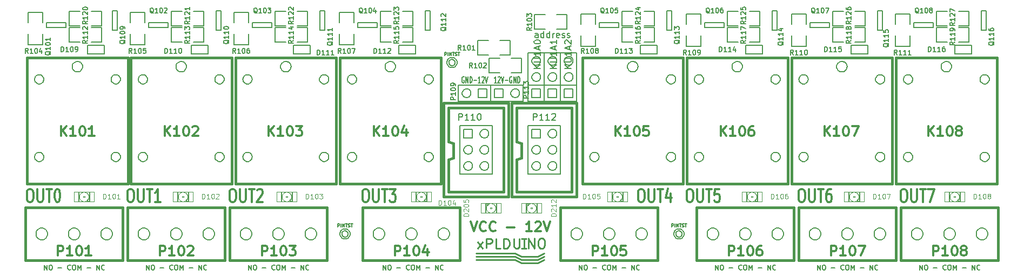
<source format=gto>
G04 (created by PCBNEW-RS274X (2012-01-19 BZR 3256)-stable) date mer. 09 mai 2012 22:26:31 CEST*
G01*
G70*
G90*
%MOIN*%
G04 Gerber Fmt 3.4, Leading zero omitted, Abs format*
%FSLAX34Y34*%
G04 APERTURE LIST*
%ADD10C,0.006000*%
%ADD11C,0.007500*%
%ADD12C,0.012000*%
%ADD13C,0.005900*%
%ADD14C,0.007900*%
%ADD15C,0.005000*%
%ADD16C,0.015000*%
%ADD17C,0.002600*%
%ADD18C,0.004000*%
%ADD19C,0.008000*%
%ADD20C,0.010000*%
%ADD21C,0.003500*%
G04 APERTURE END LIST*
G54D10*
G54D11*
X62429Y-25194D02*
X62429Y-24895D01*
X62600Y-25194D01*
X62600Y-24895D01*
X62799Y-24895D02*
X62856Y-24895D01*
X62885Y-24909D01*
X62913Y-24937D01*
X62927Y-24994D01*
X62927Y-25094D01*
X62913Y-25151D01*
X62885Y-25179D01*
X62856Y-25194D01*
X62799Y-25194D01*
X62771Y-25179D01*
X62742Y-25151D01*
X62728Y-25094D01*
X62728Y-24994D01*
X62742Y-24937D01*
X62771Y-24909D01*
X62799Y-24895D01*
X63283Y-25080D02*
X63511Y-25080D01*
X64052Y-25165D02*
X64038Y-25179D01*
X63995Y-25194D01*
X63967Y-25194D01*
X63924Y-25179D01*
X63895Y-25151D01*
X63881Y-25122D01*
X63867Y-25065D01*
X63867Y-25023D01*
X63881Y-24966D01*
X63895Y-24937D01*
X63924Y-24909D01*
X63967Y-24895D01*
X63995Y-24895D01*
X64038Y-24909D01*
X64052Y-24923D01*
X64237Y-24895D02*
X64294Y-24895D01*
X64323Y-24909D01*
X64351Y-24937D01*
X64365Y-24994D01*
X64365Y-25094D01*
X64351Y-25151D01*
X64323Y-25179D01*
X64294Y-25194D01*
X64237Y-25194D01*
X64209Y-25179D01*
X64180Y-25151D01*
X64166Y-25094D01*
X64166Y-24994D01*
X64180Y-24937D01*
X64209Y-24909D01*
X64237Y-24895D01*
X64493Y-25194D02*
X64493Y-24895D01*
X64593Y-25108D01*
X64693Y-24895D01*
X64693Y-25194D01*
X65063Y-25080D02*
X65291Y-25080D01*
X65661Y-25194D02*
X65661Y-24895D01*
X65832Y-25194D01*
X65832Y-24895D01*
X66145Y-25165D02*
X66131Y-25179D01*
X66088Y-25194D01*
X66060Y-25194D01*
X66017Y-25179D01*
X65988Y-25151D01*
X65974Y-25122D01*
X65960Y-25065D01*
X65960Y-25023D01*
X65974Y-24966D01*
X65988Y-24937D01*
X66017Y-24909D01*
X66060Y-24895D01*
X66088Y-24895D01*
X66131Y-24909D01*
X66145Y-24923D01*
X56129Y-25194D02*
X56129Y-24895D01*
X56300Y-25194D01*
X56300Y-24895D01*
X56499Y-24895D02*
X56556Y-24895D01*
X56585Y-24909D01*
X56613Y-24937D01*
X56627Y-24994D01*
X56627Y-25094D01*
X56613Y-25151D01*
X56585Y-25179D01*
X56556Y-25194D01*
X56499Y-25194D01*
X56471Y-25179D01*
X56442Y-25151D01*
X56428Y-25094D01*
X56428Y-24994D01*
X56442Y-24937D01*
X56471Y-24909D01*
X56499Y-24895D01*
X56983Y-25080D02*
X57211Y-25080D01*
X57752Y-25165D02*
X57738Y-25179D01*
X57695Y-25194D01*
X57667Y-25194D01*
X57624Y-25179D01*
X57595Y-25151D01*
X57581Y-25122D01*
X57567Y-25065D01*
X57567Y-25023D01*
X57581Y-24966D01*
X57595Y-24937D01*
X57624Y-24909D01*
X57667Y-24895D01*
X57695Y-24895D01*
X57738Y-24909D01*
X57752Y-24923D01*
X57937Y-24895D02*
X57994Y-24895D01*
X58023Y-24909D01*
X58051Y-24937D01*
X58065Y-24994D01*
X58065Y-25094D01*
X58051Y-25151D01*
X58023Y-25179D01*
X57994Y-25194D01*
X57937Y-25194D01*
X57909Y-25179D01*
X57880Y-25151D01*
X57866Y-25094D01*
X57866Y-24994D01*
X57880Y-24937D01*
X57909Y-24909D01*
X57937Y-24895D01*
X58193Y-25194D02*
X58193Y-24895D01*
X58293Y-25108D01*
X58393Y-24895D01*
X58393Y-25194D01*
X58763Y-25080D02*
X58991Y-25080D01*
X59361Y-25194D02*
X59361Y-24895D01*
X59532Y-25194D01*
X59532Y-24895D01*
X59845Y-25165D02*
X59831Y-25179D01*
X59788Y-25194D01*
X59760Y-25194D01*
X59717Y-25179D01*
X59688Y-25151D01*
X59674Y-25122D01*
X59660Y-25065D01*
X59660Y-25023D01*
X59674Y-24966D01*
X59688Y-24937D01*
X59717Y-24909D01*
X59760Y-24895D01*
X59788Y-24895D01*
X59831Y-24909D01*
X59845Y-24923D01*
X68729Y-25194D02*
X68729Y-24895D01*
X68900Y-25194D01*
X68900Y-24895D01*
X69099Y-24895D02*
X69156Y-24895D01*
X69185Y-24909D01*
X69213Y-24937D01*
X69227Y-24994D01*
X69227Y-25094D01*
X69213Y-25151D01*
X69185Y-25179D01*
X69156Y-25194D01*
X69099Y-25194D01*
X69071Y-25179D01*
X69042Y-25151D01*
X69028Y-25094D01*
X69028Y-24994D01*
X69042Y-24937D01*
X69071Y-24909D01*
X69099Y-24895D01*
X69583Y-25080D02*
X69811Y-25080D01*
X70352Y-25165D02*
X70338Y-25179D01*
X70295Y-25194D01*
X70267Y-25194D01*
X70224Y-25179D01*
X70195Y-25151D01*
X70181Y-25122D01*
X70167Y-25065D01*
X70167Y-25023D01*
X70181Y-24966D01*
X70195Y-24937D01*
X70224Y-24909D01*
X70267Y-24895D01*
X70295Y-24895D01*
X70338Y-24909D01*
X70352Y-24923D01*
X70537Y-24895D02*
X70594Y-24895D01*
X70623Y-24909D01*
X70651Y-24937D01*
X70665Y-24994D01*
X70665Y-25094D01*
X70651Y-25151D01*
X70623Y-25179D01*
X70594Y-25194D01*
X70537Y-25194D01*
X70509Y-25179D01*
X70480Y-25151D01*
X70466Y-25094D01*
X70466Y-24994D01*
X70480Y-24937D01*
X70509Y-24909D01*
X70537Y-24895D01*
X70793Y-25194D02*
X70793Y-24895D01*
X70893Y-25108D01*
X70993Y-24895D01*
X70993Y-25194D01*
X71363Y-25080D02*
X71591Y-25080D01*
X71961Y-25194D02*
X71961Y-24895D01*
X72132Y-25194D01*
X72132Y-24895D01*
X72445Y-25165D02*
X72431Y-25179D01*
X72388Y-25194D01*
X72360Y-25194D01*
X72317Y-25179D01*
X72288Y-25151D01*
X72274Y-25122D01*
X72260Y-25065D01*
X72260Y-25023D01*
X72274Y-24966D01*
X72288Y-24937D01*
X72317Y-24909D01*
X72360Y-24895D01*
X72388Y-24895D01*
X72431Y-24909D01*
X72445Y-24923D01*
X47729Y-25194D02*
X47729Y-24895D01*
X47900Y-25194D01*
X47900Y-24895D01*
X48099Y-24895D02*
X48156Y-24895D01*
X48185Y-24909D01*
X48213Y-24937D01*
X48227Y-24994D01*
X48227Y-25094D01*
X48213Y-25151D01*
X48185Y-25179D01*
X48156Y-25194D01*
X48099Y-25194D01*
X48071Y-25179D01*
X48042Y-25151D01*
X48028Y-25094D01*
X48028Y-24994D01*
X48042Y-24937D01*
X48071Y-24909D01*
X48099Y-24895D01*
X48583Y-25080D02*
X48811Y-25080D01*
X49352Y-25165D02*
X49338Y-25179D01*
X49295Y-25194D01*
X49267Y-25194D01*
X49224Y-25179D01*
X49195Y-25151D01*
X49181Y-25122D01*
X49167Y-25065D01*
X49167Y-25023D01*
X49181Y-24966D01*
X49195Y-24937D01*
X49224Y-24909D01*
X49267Y-24895D01*
X49295Y-24895D01*
X49338Y-24909D01*
X49352Y-24923D01*
X49537Y-24895D02*
X49594Y-24895D01*
X49623Y-24909D01*
X49651Y-24937D01*
X49665Y-24994D01*
X49665Y-25094D01*
X49651Y-25151D01*
X49623Y-25179D01*
X49594Y-25194D01*
X49537Y-25194D01*
X49509Y-25179D01*
X49480Y-25151D01*
X49466Y-25094D01*
X49466Y-24994D01*
X49480Y-24937D01*
X49509Y-24909D01*
X49537Y-24895D01*
X49793Y-25194D02*
X49793Y-24895D01*
X49893Y-25108D01*
X49993Y-24895D01*
X49993Y-25194D01*
X50363Y-25080D02*
X50591Y-25080D01*
X50961Y-25194D02*
X50961Y-24895D01*
X51132Y-25194D01*
X51132Y-24895D01*
X51445Y-25165D02*
X51431Y-25179D01*
X51388Y-25194D01*
X51360Y-25194D01*
X51317Y-25179D01*
X51288Y-25151D01*
X51274Y-25122D01*
X51260Y-25065D01*
X51260Y-25023D01*
X51274Y-24966D01*
X51288Y-24937D01*
X51317Y-24909D01*
X51360Y-24895D01*
X51388Y-24895D01*
X51431Y-24909D01*
X51445Y-24923D01*
X35629Y-25194D02*
X35629Y-24895D01*
X35800Y-25194D01*
X35800Y-24895D01*
X35999Y-24895D02*
X36056Y-24895D01*
X36085Y-24909D01*
X36113Y-24937D01*
X36127Y-24994D01*
X36127Y-25094D01*
X36113Y-25151D01*
X36085Y-25179D01*
X36056Y-25194D01*
X35999Y-25194D01*
X35971Y-25179D01*
X35942Y-25151D01*
X35928Y-25094D01*
X35928Y-24994D01*
X35942Y-24937D01*
X35971Y-24909D01*
X35999Y-24895D01*
X36483Y-25080D02*
X36711Y-25080D01*
X37252Y-25165D02*
X37238Y-25179D01*
X37195Y-25194D01*
X37167Y-25194D01*
X37124Y-25179D01*
X37095Y-25151D01*
X37081Y-25122D01*
X37067Y-25065D01*
X37067Y-25023D01*
X37081Y-24966D01*
X37095Y-24937D01*
X37124Y-24909D01*
X37167Y-24895D01*
X37195Y-24895D01*
X37238Y-24909D01*
X37252Y-24923D01*
X37437Y-24895D02*
X37494Y-24895D01*
X37523Y-24909D01*
X37551Y-24937D01*
X37565Y-24994D01*
X37565Y-25094D01*
X37551Y-25151D01*
X37523Y-25179D01*
X37494Y-25194D01*
X37437Y-25194D01*
X37409Y-25179D01*
X37380Y-25151D01*
X37366Y-25094D01*
X37366Y-24994D01*
X37380Y-24937D01*
X37409Y-24909D01*
X37437Y-24895D01*
X37693Y-25194D02*
X37693Y-24895D01*
X37793Y-25108D01*
X37893Y-24895D01*
X37893Y-25194D01*
X38263Y-25080D02*
X38491Y-25080D01*
X38861Y-25194D02*
X38861Y-24895D01*
X39032Y-25194D01*
X39032Y-24895D01*
X39345Y-25165D02*
X39331Y-25179D01*
X39288Y-25194D01*
X39260Y-25194D01*
X39217Y-25179D01*
X39188Y-25151D01*
X39174Y-25122D01*
X39160Y-25065D01*
X39160Y-25023D01*
X39174Y-24966D01*
X39188Y-24937D01*
X39217Y-24909D01*
X39260Y-24895D01*
X39288Y-24895D01*
X39331Y-24909D01*
X39345Y-24923D01*
X27329Y-25194D02*
X27329Y-24895D01*
X27500Y-25194D01*
X27500Y-24895D01*
X27699Y-24895D02*
X27756Y-24895D01*
X27785Y-24909D01*
X27813Y-24937D01*
X27827Y-24994D01*
X27827Y-25094D01*
X27813Y-25151D01*
X27785Y-25179D01*
X27756Y-25194D01*
X27699Y-25194D01*
X27671Y-25179D01*
X27642Y-25151D01*
X27628Y-25094D01*
X27628Y-24994D01*
X27642Y-24937D01*
X27671Y-24909D01*
X27699Y-24895D01*
X28183Y-25080D02*
X28411Y-25080D01*
X28952Y-25165D02*
X28938Y-25179D01*
X28895Y-25194D01*
X28867Y-25194D01*
X28824Y-25179D01*
X28795Y-25151D01*
X28781Y-25122D01*
X28767Y-25065D01*
X28767Y-25023D01*
X28781Y-24966D01*
X28795Y-24937D01*
X28824Y-24909D01*
X28867Y-24895D01*
X28895Y-24895D01*
X28938Y-24909D01*
X28952Y-24923D01*
X29137Y-24895D02*
X29194Y-24895D01*
X29223Y-24909D01*
X29251Y-24937D01*
X29265Y-24994D01*
X29265Y-25094D01*
X29251Y-25151D01*
X29223Y-25179D01*
X29194Y-25194D01*
X29137Y-25194D01*
X29109Y-25179D01*
X29080Y-25151D01*
X29066Y-25094D01*
X29066Y-24994D01*
X29080Y-24937D01*
X29109Y-24909D01*
X29137Y-24895D01*
X29393Y-25194D02*
X29393Y-24895D01*
X29493Y-25108D01*
X29593Y-24895D01*
X29593Y-25194D01*
X29963Y-25080D02*
X30191Y-25080D01*
X30561Y-25194D02*
X30561Y-24895D01*
X30732Y-25194D01*
X30732Y-24895D01*
X31045Y-25165D02*
X31031Y-25179D01*
X30988Y-25194D01*
X30960Y-25194D01*
X30917Y-25179D01*
X30888Y-25151D01*
X30874Y-25122D01*
X30860Y-25065D01*
X30860Y-25023D01*
X30874Y-24966D01*
X30888Y-24937D01*
X30917Y-24909D01*
X30960Y-24895D01*
X30988Y-24895D01*
X31031Y-24909D01*
X31045Y-24923D01*
X21029Y-25194D02*
X21029Y-24895D01*
X21200Y-25194D01*
X21200Y-24895D01*
X21399Y-24895D02*
X21456Y-24895D01*
X21485Y-24909D01*
X21513Y-24937D01*
X21527Y-24994D01*
X21527Y-25094D01*
X21513Y-25151D01*
X21485Y-25179D01*
X21456Y-25194D01*
X21399Y-25194D01*
X21371Y-25179D01*
X21342Y-25151D01*
X21328Y-25094D01*
X21328Y-24994D01*
X21342Y-24937D01*
X21371Y-24909D01*
X21399Y-24895D01*
X21883Y-25080D02*
X22111Y-25080D01*
X22652Y-25165D02*
X22638Y-25179D01*
X22595Y-25194D01*
X22567Y-25194D01*
X22524Y-25179D01*
X22495Y-25151D01*
X22481Y-25122D01*
X22467Y-25065D01*
X22467Y-25023D01*
X22481Y-24966D01*
X22495Y-24937D01*
X22524Y-24909D01*
X22567Y-24895D01*
X22595Y-24895D01*
X22638Y-24909D01*
X22652Y-24923D01*
X22837Y-24895D02*
X22894Y-24895D01*
X22923Y-24909D01*
X22951Y-24937D01*
X22965Y-24994D01*
X22965Y-25094D01*
X22951Y-25151D01*
X22923Y-25179D01*
X22894Y-25194D01*
X22837Y-25194D01*
X22809Y-25179D01*
X22780Y-25151D01*
X22766Y-25094D01*
X22766Y-24994D01*
X22780Y-24937D01*
X22809Y-24909D01*
X22837Y-24895D01*
X23093Y-25194D02*
X23093Y-24895D01*
X23193Y-25108D01*
X23293Y-24895D01*
X23293Y-25194D01*
X23663Y-25080D02*
X23891Y-25080D01*
X24261Y-25194D02*
X24261Y-24895D01*
X24432Y-25194D01*
X24432Y-24895D01*
X24745Y-25165D02*
X24731Y-25179D01*
X24688Y-25194D01*
X24660Y-25194D01*
X24617Y-25179D01*
X24588Y-25151D01*
X24574Y-25122D01*
X24560Y-25065D01*
X24560Y-25023D01*
X24574Y-24966D01*
X24588Y-24937D01*
X24617Y-24909D01*
X24660Y-24895D01*
X24688Y-24895D01*
X24731Y-24909D01*
X24745Y-24923D01*
G54D12*
X67694Y-20197D02*
X67808Y-20197D01*
X67866Y-20235D01*
X67923Y-20311D01*
X67951Y-20463D01*
X67951Y-20730D01*
X67923Y-20883D01*
X67866Y-20959D01*
X67808Y-20997D01*
X67694Y-20997D01*
X67637Y-20959D01*
X67580Y-20883D01*
X67551Y-20730D01*
X67551Y-20463D01*
X67580Y-20311D01*
X67637Y-20235D01*
X67694Y-20197D01*
X68209Y-20197D02*
X68209Y-20844D01*
X68237Y-20921D01*
X68266Y-20959D01*
X68323Y-20997D01*
X68437Y-20997D01*
X68495Y-20959D01*
X68523Y-20921D01*
X68552Y-20844D01*
X68552Y-20197D01*
X68752Y-20197D02*
X69095Y-20197D01*
X68924Y-20997D02*
X68924Y-20197D01*
X69238Y-20197D02*
X69638Y-20197D01*
X69381Y-20997D01*
X61394Y-20197D02*
X61508Y-20197D01*
X61566Y-20235D01*
X61623Y-20311D01*
X61651Y-20463D01*
X61651Y-20730D01*
X61623Y-20883D01*
X61566Y-20959D01*
X61508Y-20997D01*
X61394Y-20997D01*
X61337Y-20959D01*
X61280Y-20883D01*
X61251Y-20730D01*
X61251Y-20463D01*
X61280Y-20311D01*
X61337Y-20235D01*
X61394Y-20197D01*
X61909Y-20197D02*
X61909Y-20844D01*
X61937Y-20921D01*
X61966Y-20959D01*
X62023Y-20997D01*
X62137Y-20997D01*
X62195Y-20959D01*
X62223Y-20921D01*
X62252Y-20844D01*
X62252Y-20197D01*
X62452Y-20197D02*
X62795Y-20197D01*
X62624Y-20997D02*
X62624Y-20197D01*
X63252Y-20197D02*
X63138Y-20197D01*
X63081Y-20235D01*
X63052Y-20273D01*
X62995Y-20387D01*
X62966Y-20540D01*
X62966Y-20844D01*
X62995Y-20921D01*
X63023Y-20959D01*
X63081Y-20997D01*
X63195Y-20997D01*
X63252Y-20959D01*
X63281Y-20921D01*
X63309Y-20844D01*
X63309Y-20654D01*
X63281Y-20578D01*
X63252Y-20540D01*
X63195Y-20502D01*
X63081Y-20502D01*
X63023Y-20540D01*
X62995Y-20578D01*
X62966Y-20654D01*
X54494Y-20197D02*
X54608Y-20197D01*
X54666Y-20235D01*
X54723Y-20311D01*
X54751Y-20463D01*
X54751Y-20730D01*
X54723Y-20883D01*
X54666Y-20959D01*
X54608Y-20997D01*
X54494Y-20997D01*
X54437Y-20959D01*
X54380Y-20883D01*
X54351Y-20730D01*
X54351Y-20463D01*
X54380Y-20311D01*
X54437Y-20235D01*
X54494Y-20197D01*
X55009Y-20197D02*
X55009Y-20844D01*
X55037Y-20921D01*
X55066Y-20959D01*
X55123Y-20997D01*
X55237Y-20997D01*
X55295Y-20959D01*
X55323Y-20921D01*
X55352Y-20844D01*
X55352Y-20197D01*
X55552Y-20197D02*
X55895Y-20197D01*
X55724Y-20997D02*
X55724Y-20197D01*
X56381Y-20197D02*
X56095Y-20197D01*
X56066Y-20578D01*
X56095Y-20540D01*
X56152Y-20502D01*
X56295Y-20502D01*
X56352Y-20540D01*
X56381Y-20578D01*
X56409Y-20654D01*
X56409Y-20844D01*
X56381Y-20921D01*
X56352Y-20959D01*
X56295Y-20997D01*
X56152Y-20997D01*
X56095Y-20959D01*
X56066Y-20921D01*
X51494Y-20197D02*
X51608Y-20197D01*
X51666Y-20235D01*
X51723Y-20311D01*
X51751Y-20463D01*
X51751Y-20730D01*
X51723Y-20883D01*
X51666Y-20959D01*
X51608Y-20997D01*
X51494Y-20997D01*
X51437Y-20959D01*
X51380Y-20883D01*
X51351Y-20730D01*
X51351Y-20463D01*
X51380Y-20311D01*
X51437Y-20235D01*
X51494Y-20197D01*
X52009Y-20197D02*
X52009Y-20844D01*
X52037Y-20921D01*
X52066Y-20959D01*
X52123Y-20997D01*
X52237Y-20997D01*
X52295Y-20959D01*
X52323Y-20921D01*
X52352Y-20844D01*
X52352Y-20197D01*
X52552Y-20197D02*
X52895Y-20197D01*
X52724Y-20997D02*
X52724Y-20197D01*
X53352Y-20463D02*
X53352Y-20997D01*
X53209Y-20159D02*
X53066Y-20730D01*
X53438Y-20730D01*
X34494Y-20197D02*
X34608Y-20197D01*
X34666Y-20235D01*
X34723Y-20311D01*
X34751Y-20463D01*
X34751Y-20730D01*
X34723Y-20883D01*
X34666Y-20959D01*
X34608Y-20997D01*
X34494Y-20997D01*
X34437Y-20959D01*
X34380Y-20883D01*
X34351Y-20730D01*
X34351Y-20463D01*
X34380Y-20311D01*
X34437Y-20235D01*
X34494Y-20197D01*
X35009Y-20197D02*
X35009Y-20844D01*
X35037Y-20921D01*
X35066Y-20959D01*
X35123Y-20997D01*
X35237Y-20997D01*
X35295Y-20959D01*
X35323Y-20921D01*
X35352Y-20844D01*
X35352Y-20197D01*
X35552Y-20197D02*
X35895Y-20197D01*
X35724Y-20997D02*
X35724Y-20197D01*
X36038Y-20197D02*
X36409Y-20197D01*
X36209Y-20502D01*
X36295Y-20502D01*
X36352Y-20540D01*
X36381Y-20578D01*
X36409Y-20654D01*
X36409Y-20844D01*
X36381Y-20921D01*
X36352Y-20959D01*
X36295Y-20997D01*
X36123Y-20997D01*
X36066Y-20959D01*
X36038Y-20921D01*
X26294Y-20197D02*
X26408Y-20197D01*
X26466Y-20235D01*
X26523Y-20311D01*
X26551Y-20463D01*
X26551Y-20730D01*
X26523Y-20883D01*
X26466Y-20959D01*
X26408Y-20997D01*
X26294Y-20997D01*
X26237Y-20959D01*
X26180Y-20883D01*
X26151Y-20730D01*
X26151Y-20463D01*
X26180Y-20311D01*
X26237Y-20235D01*
X26294Y-20197D01*
X26809Y-20197D02*
X26809Y-20844D01*
X26837Y-20921D01*
X26866Y-20959D01*
X26923Y-20997D01*
X27037Y-20997D01*
X27095Y-20959D01*
X27123Y-20921D01*
X27152Y-20844D01*
X27152Y-20197D01*
X27352Y-20197D02*
X27695Y-20197D01*
X27524Y-20997D02*
X27524Y-20197D01*
X27866Y-20273D02*
X27895Y-20235D01*
X27952Y-20197D01*
X28095Y-20197D01*
X28152Y-20235D01*
X28181Y-20273D01*
X28209Y-20349D01*
X28209Y-20425D01*
X28181Y-20540D01*
X27838Y-20997D01*
X28209Y-20997D01*
X19994Y-20197D02*
X20108Y-20197D01*
X20166Y-20235D01*
X20223Y-20311D01*
X20251Y-20463D01*
X20251Y-20730D01*
X20223Y-20883D01*
X20166Y-20959D01*
X20108Y-20997D01*
X19994Y-20997D01*
X19937Y-20959D01*
X19880Y-20883D01*
X19851Y-20730D01*
X19851Y-20463D01*
X19880Y-20311D01*
X19937Y-20235D01*
X19994Y-20197D01*
X20509Y-20197D02*
X20509Y-20844D01*
X20537Y-20921D01*
X20566Y-20959D01*
X20623Y-20997D01*
X20737Y-20997D01*
X20795Y-20959D01*
X20823Y-20921D01*
X20852Y-20844D01*
X20852Y-20197D01*
X21052Y-20197D02*
X21395Y-20197D01*
X21224Y-20997D02*
X21224Y-20197D01*
X21909Y-20997D02*
X21566Y-20997D01*
X21738Y-20997D02*
X21738Y-20197D01*
X21681Y-20311D01*
X21623Y-20387D01*
X21566Y-20425D01*
X13794Y-20197D02*
X13908Y-20197D01*
X13966Y-20235D01*
X14023Y-20311D01*
X14051Y-20463D01*
X14051Y-20730D01*
X14023Y-20883D01*
X13966Y-20959D01*
X13908Y-20997D01*
X13794Y-20997D01*
X13737Y-20959D01*
X13680Y-20883D01*
X13651Y-20730D01*
X13651Y-20463D01*
X13680Y-20311D01*
X13737Y-20235D01*
X13794Y-20197D01*
X14309Y-20197D02*
X14309Y-20844D01*
X14337Y-20921D01*
X14366Y-20959D01*
X14423Y-20997D01*
X14537Y-20997D01*
X14595Y-20959D01*
X14623Y-20921D01*
X14652Y-20844D01*
X14652Y-20197D01*
X14852Y-20197D02*
X15195Y-20197D01*
X15024Y-20997D02*
X15024Y-20197D01*
X15509Y-20197D02*
X15566Y-20197D01*
X15623Y-20235D01*
X15652Y-20273D01*
X15681Y-20349D01*
X15709Y-20502D01*
X15709Y-20692D01*
X15681Y-20844D01*
X15652Y-20921D01*
X15623Y-20959D01*
X15566Y-20997D01*
X15509Y-20997D01*
X15452Y-20959D01*
X15423Y-20921D01*
X15395Y-20844D01*
X15366Y-20692D01*
X15366Y-20502D01*
X15395Y-20349D01*
X15423Y-20273D01*
X15452Y-20235D01*
X15509Y-20197D01*
G54D11*
X14729Y-25194D02*
X14729Y-24895D01*
X14900Y-25194D01*
X14900Y-24895D01*
X15099Y-24895D02*
X15156Y-24895D01*
X15185Y-24909D01*
X15213Y-24937D01*
X15227Y-24994D01*
X15227Y-25094D01*
X15213Y-25151D01*
X15185Y-25179D01*
X15156Y-25194D01*
X15099Y-25194D01*
X15071Y-25179D01*
X15042Y-25151D01*
X15028Y-25094D01*
X15028Y-24994D01*
X15042Y-24937D01*
X15071Y-24909D01*
X15099Y-24895D01*
X15583Y-25080D02*
X15811Y-25080D01*
X16352Y-25165D02*
X16338Y-25179D01*
X16295Y-25194D01*
X16267Y-25194D01*
X16224Y-25179D01*
X16195Y-25151D01*
X16181Y-25122D01*
X16167Y-25065D01*
X16167Y-25023D01*
X16181Y-24966D01*
X16195Y-24937D01*
X16224Y-24909D01*
X16267Y-24895D01*
X16295Y-24895D01*
X16338Y-24909D01*
X16352Y-24923D01*
X16537Y-24895D02*
X16594Y-24895D01*
X16623Y-24909D01*
X16651Y-24937D01*
X16665Y-24994D01*
X16665Y-25094D01*
X16651Y-25151D01*
X16623Y-25179D01*
X16594Y-25194D01*
X16537Y-25194D01*
X16509Y-25179D01*
X16480Y-25151D01*
X16466Y-25094D01*
X16466Y-24994D01*
X16480Y-24937D01*
X16509Y-24909D01*
X16537Y-24895D01*
X16793Y-25194D02*
X16793Y-24895D01*
X16893Y-25108D01*
X16993Y-24895D01*
X16993Y-25194D01*
X17363Y-25080D02*
X17591Y-25080D01*
X17961Y-25194D02*
X17961Y-24895D01*
X18132Y-25194D01*
X18132Y-24895D01*
X18445Y-25165D02*
X18431Y-25179D01*
X18388Y-25194D01*
X18360Y-25194D01*
X18317Y-25179D01*
X18288Y-25151D01*
X18274Y-25122D01*
X18260Y-25065D01*
X18260Y-25023D01*
X18274Y-24966D01*
X18288Y-24937D01*
X18317Y-24909D01*
X18360Y-24895D01*
X18388Y-24895D01*
X18431Y-24909D01*
X18445Y-24923D01*
G54D13*
X42629Y-13632D02*
X42494Y-13632D01*
X42561Y-13632D02*
X42561Y-13238D01*
X42539Y-13295D01*
X42516Y-13332D01*
X42494Y-13351D01*
X42719Y-13276D02*
X42730Y-13257D01*
X42753Y-13238D01*
X42809Y-13238D01*
X42831Y-13257D01*
X42843Y-13276D01*
X42854Y-13314D01*
X42854Y-13351D01*
X42843Y-13407D01*
X42708Y-13632D01*
X42854Y-13632D01*
X42921Y-13238D02*
X43000Y-13632D01*
X43079Y-13238D01*
X43157Y-13482D02*
X43337Y-13482D01*
X43573Y-13257D02*
X43550Y-13238D01*
X43517Y-13238D01*
X43483Y-13257D01*
X43460Y-13295D01*
X43449Y-13332D01*
X43438Y-13407D01*
X43438Y-13464D01*
X43449Y-13539D01*
X43460Y-13576D01*
X43483Y-13614D01*
X43517Y-13632D01*
X43539Y-13632D01*
X43573Y-13614D01*
X43584Y-13595D01*
X43584Y-13464D01*
X43539Y-13464D01*
X43685Y-13632D02*
X43685Y-13238D01*
X43820Y-13632D01*
X43820Y-13238D01*
X43932Y-13632D02*
X43932Y-13238D01*
X43988Y-13238D01*
X44022Y-13257D01*
X44045Y-13295D01*
X44056Y-13332D01*
X44067Y-13407D01*
X44067Y-13464D01*
X44056Y-13539D01*
X44045Y-13576D01*
X44022Y-13614D01*
X43988Y-13632D01*
X43932Y-13632D01*
X40629Y-13257D02*
X40606Y-13238D01*
X40573Y-13238D01*
X40539Y-13257D01*
X40516Y-13295D01*
X40505Y-13332D01*
X40494Y-13407D01*
X40494Y-13464D01*
X40505Y-13539D01*
X40516Y-13576D01*
X40539Y-13614D01*
X40573Y-13632D01*
X40595Y-13632D01*
X40629Y-13614D01*
X40640Y-13595D01*
X40640Y-13464D01*
X40595Y-13464D01*
X40741Y-13632D02*
X40741Y-13238D01*
X40876Y-13632D01*
X40876Y-13238D01*
X40988Y-13632D02*
X40988Y-13238D01*
X41044Y-13238D01*
X41078Y-13257D01*
X41101Y-13295D01*
X41112Y-13332D01*
X41123Y-13407D01*
X41123Y-13464D01*
X41112Y-13539D01*
X41101Y-13576D01*
X41078Y-13614D01*
X41044Y-13632D01*
X40988Y-13632D01*
X41224Y-13482D02*
X41404Y-13482D01*
X41640Y-13632D02*
X41505Y-13632D01*
X41572Y-13632D02*
X41572Y-13238D01*
X41550Y-13295D01*
X41527Y-13332D01*
X41505Y-13351D01*
X41730Y-13276D02*
X41741Y-13257D01*
X41764Y-13238D01*
X41820Y-13238D01*
X41842Y-13257D01*
X41854Y-13276D01*
X41865Y-13314D01*
X41865Y-13351D01*
X41854Y-13407D01*
X41719Y-13632D01*
X41865Y-13632D01*
X41932Y-13238D02*
X42011Y-13632D01*
X42090Y-13238D01*
G54D14*
X45185Y-10835D02*
X45185Y-10625D01*
X45166Y-10587D01*
X45128Y-10568D01*
X45051Y-10568D01*
X45013Y-10587D01*
X45185Y-10816D02*
X45147Y-10835D01*
X45051Y-10835D01*
X45013Y-10816D01*
X44994Y-10778D01*
X44994Y-10740D01*
X45013Y-10702D01*
X45051Y-10683D01*
X45147Y-10683D01*
X45185Y-10663D01*
X45547Y-10835D02*
X45547Y-10435D01*
X45547Y-10816D02*
X45509Y-10835D01*
X45432Y-10835D01*
X45394Y-10816D01*
X45375Y-10797D01*
X45356Y-10759D01*
X45356Y-10644D01*
X45375Y-10606D01*
X45394Y-10587D01*
X45432Y-10568D01*
X45509Y-10568D01*
X45547Y-10587D01*
X45909Y-10835D02*
X45909Y-10435D01*
X45909Y-10816D02*
X45871Y-10835D01*
X45794Y-10835D01*
X45756Y-10816D01*
X45737Y-10797D01*
X45718Y-10759D01*
X45718Y-10644D01*
X45737Y-10606D01*
X45756Y-10587D01*
X45794Y-10568D01*
X45871Y-10568D01*
X45909Y-10587D01*
X46099Y-10835D02*
X46099Y-10568D01*
X46099Y-10644D02*
X46118Y-10606D01*
X46137Y-10587D01*
X46175Y-10568D01*
X46214Y-10568D01*
X46500Y-10816D02*
X46462Y-10835D01*
X46385Y-10835D01*
X46347Y-10816D01*
X46328Y-10778D01*
X46328Y-10625D01*
X46347Y-10587D01*
X46385Y-10568D01*
X46462Y-10568D01*
X46500Y-10587D01*
X46519Y-10625D01*
X46519Y-10663D01*
X46328Y-10702D01*
X46671Y-10816D02*
X46709Y-10835D01*
X46785Y-10835D01*
X46824Y-10816D01*
X46843Y-10778D01*
X46843Y-10759D01*
X46824Y-10721D01*
X46785Y-10702D01*
X46728Y-10702D01*
X46690Y-10683D01*
X46671Y-10644D01*
X46671Y-10625D01*
X46690Y-10587D01*
X46728Y-10568D01*
X46785Y-10568D01*
X46824Y-10587D01*
X46995Y-10816D02*
X47033Y-10835D01*
X47109Y-10835D01*
X47148Y-10816D01*
X47167Y-10778D01*
X47167Y-10759D01*
X47148Y-10721D01*
X47109Y-10702D01*
X47052Y-10702D01*
X47014Y-10683D01*
X46995Y-10644D01*
X46995Y-10625D01*
X47014Y-10587D01*
X47052Y-10568D01*
X47109Y-10568D01*
X47148Y-10587D01*
G54D12*
X41024Y-22216D02*
X41224Y-22816D01*
X41424Y-22216D01*
X41967Y-22759D02*
X41938Y-22787D01*
X41852Y-22816D01*
X41795Y-22816D01*
X41710Y-22787D01*
X41652Y-22730D01*
X41624Y-22673D01*
X41595Y-22559D01*
X41595Y-22473D01*
X41624Y-22359D01*
X41652Y-22302D01*
X41710Y-22244D01*
X41795Y-22216D01*
X41852Y-22216D01*
X41938Y-22244D01*
X41967Y-22273D01*
X42567Y-22759D02*
X42538Y-22787D01*
X42452Y-22816D01*
X42395Y-22816D01*
X42310Y-22787D01*
X42252Y-22730D01*
X42224Y-22673D01*
X42195Y-22559D01*
X42195Y-22473D01*
X42224Y-22359D01*
X42252Y-22302D01*
X42310Y-22244D01*
X42395Y-22216D01*
X42452Y-22216D01*
X42538Y-22244D01*
X42567Y-22273D01*
X43281Y-22587D02*
X43738Y-22587D01*
X44795Y-22816D02*
X44452Y-22816D01*
X44624Y-22816D02*
X44624Y-22216D01*
X44567Y-22302D01*
X44509Y-22359D01*
X44452Y-22387D01*
X45023Y-22273D02*
X45052Y-22244D01*
X45109Y-22216D01*
X45252Y-22216D01*
X45309Y-22244D01*
X45338Y-22273D01*
X45366Y-22330D01*
X45366Y-22387D01*
X45338Y-22473D01*
X44995Y-22816D01*
X45366Y-22816D01*
X45537Y-22216D02*
X45737Y-22816D01*
X45937Y-22216D01*
G54D15*
X16080Y-10223D02*
X14880Y-10223D01*
X14880Y-10223D02*
X14880Y-09923D01*
X14880Y-09923D02*
X16080Y-09923D01*
X16080Y-09923D02*
X16080Y-10223D01*
X72530Y-10373D02*
X72530Y-09173D01*
X72530Y-09173D02*
X72830Y-09173D01*
X72830Y-09173D02*
X72830Y-10373D01*
X72830Y-10373D02*
X72530Y-10373D01*
X66130Y-10373D02*
X66130Y-09173D01*
X66130Y-09173D02*
X66430Y-09173D01*
X66430Y-09173D02*
X66430Y-10373D01*
X66430Y-10373D02*
X66130Y-10373D01*
X59630Y-10373D02*
X59630Y-09173D01*
X59630Y-09173D02*
X59930Y-09173D01*
X59930Y-09173D02*
X59930Y-10373D01*
X59930Y-10373D02*
X59630Y-10373D01*
X53130Y-10373D02*
X53130Y-09173D01*
X53130Y-09173D02*
X53430Y-09173D01*
X53430Y-09173D02*
X53430Y-10373D01*
X53430Y-10373D02*
X53130Y-10373D01*
X38230Y-10373D02*
X38230Y-09173D01*
X38230Y-09173D02*
X38530Y-09173D01*
X38530Y-09173D02*
X38530Y-10373D01*
X38530Y-10373D02*
X38230Y-10373D01*
X31730Y-10373D02*
X31730Y-09173D01*
X31730Y-09173D02*
X32030Y-09173D01*
X32030Y-09173D02*
X32030Y-10373D01*
X32030Y-10373D02*
X31730Y-10373D01*
X25330Y-10373D02*
X25330Y-09173D01*
X25330Y-09173D02*
X25630Y-09173D01*
X25630Y-09173D02*
X25630Y-10373D01*
X25630Y-10373D02*
X25330Y-10373D01*
X22380Y-10223D02*
X21180Y-10223D01*
X21180Y-10223D02*
X21180Y-09923D01*
X21180Y-09923D02*
X22380Y-09923D01*
X22380Y-09923D02*
X22380Y-10223D01*
X28780Y-10223D02*
X27580Y-10223D01*
X27580Y-10223D02*
X27580Y-09923D01*
X27580Y-09923D02*
X28780Y-09923D01*
X28780Y-09923D02*
X28780Y-10223D01*
X35280Y-10223D02*
X34080Y-10223D01*
X34080Y-10223D02*
X34080Y-09923D01*
X34080Y-09923D02*
X35280Y-09923D01*
X35280Y-09923D02*
X35280Y-10223D01*
X50180Y-10223D02*
X48980Y-10223D01*
X48980Y-10223D02*
X48980Y-09923D01*
X48980Y-09923D02*
X50180Y-09923D01*
X50180Y-09923D02*
X50180Y-10223D01*
X56680Y-10223D02*
X55480Y-10223D01*
X55480Y-10223D02*
X55480Y-09923D01*
X55480Y-09923D02*
X56680Y-09923D01*
X56680Y-09923D02*
X56680Y-10223D01*
X63180Y-10223D02*
X61980Y-10223D01*
X61980Y-10223D02*
X61980Y-09923D01*
X61980Y-09923D02*
X63180Y-09923D01*
X63180Y-09923D02*
X63180Y-10223D01*
X69580Y-10223D02*
X68380Y-10223D01*
X68380Y-10223D02*
X68380Y-09923D01*
X68380Y-09923D02*
X69580Y-09923D01*
X69580Y-09923D02*
X69580Y-10223D01*
X18930Y-10373D02*
X18930Y-09173D01*
X18930Y-09173D02*
X19230Y-09173D01*
X19230Y-09173D02*
X19230Y-10373D01*
X19230Y-10373D02*
X18930Y-10373D01*
G54D13*
X71931Y-11297D02*
X71931Y-11849D01*
X71931Y-11849D02*
X70908Y-11849D01*
X70908Y-11849D02*
X70908Y-11297D01*
X70908Y-11297D02*
X71931Y-11297D01*
X65531Y-11297D02*
X65531Y-11849D01*
X65531Y-11849D02*
X64508Y-11849D01*
X64508Y-11849D02*
X64508Y-11297D01*
X64508Y-11297D02*
X65531Y-11297D01*
X59031Y-11297D02*
X59031Y-11849D01*
X59031Y-11849D02*
X58008Y-11849D01*
X58008Y-11849D02*
X58008Y-11297D01*
X58008Y-11297D02*
X59031Y-11297D01*
X52531Y-11297D02*
X52531Y-11849D01*
X52531Y-11849D02*
X51508Y-11849D01*
X51508Y-11849D02*
X51508Y-11297D01*
X51508Y-11297D02*
X52531Y-11297D01*
X37631Y-11297D02*
X37631Y-11849D01*
X37631Y-11849D02*
X36608Y-11849D01*
X36608Y-11849D02*
X36608Y-11297D01*
X36608Y-11297D02*
X37631Y-11297D01*
X31131Y-11297D02*
X31131Y-11849D01*
X31131Y-11849D02*
X30108Y-11849D01*
X30108Y-11849D02*
X30108Y-11297D01*
X30108Y-11297D02*
X31131Y-11297D01*
X24831Y-11297D02*
X24831Y-11849D01*
X24831Y-11849D02*
X23808Y-11849D01*
X23808Y-11849D02*
X23808Y-11297D01*
X23808Y-11297D02*
X24831Y-11297D01*
X18431Y-11297D02*
X18431Y-11849D01*
X18431Y-11849D02*
X17408Y-11849D01*
X17408Y-11849D02*
X17408Y-11297D01*
X17408Y-11297D02*
X18431Y-11297D01*
G54D15*
X65380Y-11123D02*
X65380Y-10223D01*
X65380Y-10223D02*
X64730Y-10223D01*
X64030Y-11123D02*
X63380Y-11123D01*
X63380Y-11123D02*
X63380Y-10223D01*
X63380Y-10223D02*
X64030Y-10223D01*
X64730Y-11123D02*
X65380Y-11123D01*
X58880Y-11123D02*
X58880Y-10223D01*
X58880Y-10223D02*
X58230Y-10223D01*
X57530Y-11123D02*
X56880Y-11123D01*
X56880Y-11123D02*
X56880Y-10223D01*
X56880Y-10223D02*
X57530Y-10223D01*
X58230Y-11123D02*
X58880Y-11123D01*
X52380Y-11123D02*
X52380Y-10223D01*
X52380Y-10223D02*
X51730Y-10223D01*
X51030Y-11123D02*
X50380Y-11123D01*
X50380Y-11123D02*
X50380Y-10223D01*
X50380Y-10223D02*
X51030Y-10223D01*
X51730Y-11123D02*
X52380Y-11123D01*
X37480Y-11123D02*
X37480Y-10223D01*
X37480Y-10223D02*
X36830Y-10223D01*
X36130Y-11123D02*
X35480Y-11123D01*
X35480Y-11123D02*
X35480Y-10223D01*
X35480Y-10223D02*
X36130Y-10223D01*
X36830Y-11123D02*
X37480Y-11123D01*
X30980Y-11123D02*
X30980Y-10223D01*
X30980Y-10223D02*
X30330Y-10223D01*
X29630Y-11123D02*
X28980Y-11123D01*
X28980Y-11123D02*
X28980Y-10223D01*
X28980Y-10223D02*
X29630Y-10223D01*
X30330Y-11123D02*
X30980Y-11123D01*
X24580Y-11123D02*
X24580Y-10223D01*
X24580Y-10223D02*
X23930Y-10223D01*
X23230Y-11123D02*
X22580Y-11123D01*
X22580Y-11123D02*
X22580Y-10223D01*
X22580Y-10223D02*
X23230Y-10223D01*
X23930Y-11123D02*
X24580Y-11123D01*
X18280Y-11123D02*
X18280Y-10223D01*
X18280Y-10223D02*
X17630Y-10223D01*
X16930Y-11123D02*
X16280Y-11123D01*
X16280Y-11123D02*
X16280Y-10223D01*
X16280Y-10223D02*
X16930Y-10223D01*
X17630Y-11123D02*
X18280Y-11123D01*
X68130Y-09373D02*
X67230Y-09373D01*
X67230Y-09373D02*
X67230Y-10023D01*
X68130Y-10723D02*
X68130Y-11373D01*
X68130Y-11373D02*
X67230Y-11373D01*
X67230Y-11373D02*
X67230Y-10723D01*
X68130Y-10023D02*
X68130Y-09373D01*
X61730Y-09373D02*
X60830Y-09373D01*
X60830Y-09373D02*
X60830Y-10023D01*
X61730Y-10723D02*
X61730Y-11373D01*
X61730Y-11373D02*
X60830Y-11373D01*
X60830Y-11373D02*
X60830Y-10723D01*
X61730Y-10023D02*
X61730Y-09373D01*
X55230Y-09373D02*
X54330Y-09373D01*
X54330Y-09373D02*
X54330Y-10023D01*
X55230Y-10723D02*
X55230Y-11373D01*
X55230Y-11373D02*
X54330Y-11373D01*
X54330Y-11373D02*
X54330Y-10723D01*
X55230Y-10023D02*
X55230Y-09373D01*
X48730Y-09373D02*
X47830Y-09373D01*
X47830Y-09373D02*
X47830Y-10023D01*
X48730Y-10723D02*
X48730Y-11373D01*
X48730Y-11373D02*
X47830Y-11373D01*
X47830Y-11373D02*
X47830Y-10723D01*
X48730Y-10023D02*
X48730Y-09373D01*
X33830Y-09273D02*
X32930Y-09273D01*
X32930Y-09273D02*
X32930Y-09923D01*
X33830Y-10623D02*
X33830Y-11273D01*
X33830Y-11273D02*
X32930Y-11273D01*
X32930Y-11273D02*
X32930Y-10623D01*
X33830Y-09923D02*
X33830Y-09273D01*
X27330Y-09273D02*
X26430Y-09273D01*
X26430Y-09273D02*
X26430Y-09923D01*
X27330Y-10623D02*
X27330Y-11273D01*
X27330Y-11273D02*
X26430Y-11273D01*
X26430Y-11273D02*
X26430Y-10623D01*
X27330Y-09923D02*
X27330Y-09273D01*
X41480Y-11023D02*
X41480Y-11923D01*
X41480Y-11923D02*
X42130Y-11923D01*
X42830Y-11023D02*
X43480Y-11023D01*
X43480Y-11023D02*
X43480Y-11923D01*
X43480Y-11923D02*
X42830Y-11923D01*
X42130Y-11023D02*
X41480Y-11023D01*
X42180Y-12123D02*
X42180Y-13023D01*
X42180Y-13023D02*
X42830Y-13023D01*
X43530Y-12123D02*
X44180Y-12123D01*
X44180Y-12123D02*
X44180Y-13023D01*
X44180Y-13023D02*
X43530Y-13023D01*
X42830Y-12123D02*
X42180Y-12123D01*
X44980Y-09423D02*
X44980Y-10323D01*
X44980Y-10323D02*
X45630Y-10323D01*
X46330Y-09423D02*
X46980Y-09423D01*
X46980Y-09423D02*
X46980Y-10323D01*
X46980Y-10323D02*
X46330Y-10323D01*
X45630Y-09423D02*
X44980Y-09423D01*
X14630Y-09273D02*
X13730Y-09273D01*
X13730Y-09273D02*
X13730Y-09923D01*
X14630Y-10623D02*
X14630Y-11273D01*
X14630Y-11273D02*
X13730Y-11273D01*
X13730Y-11273D02*
X13730Y-10623D01*
X14630Y-09923D02*
X14630Y-09273D01*
X20930Y-09273D02*
X20030Y-09273D01*
X20030Y-09273D02*
X20030Y-09923D01*
X20930Y-10623D02*
X20930Y-11273D01*
X20930Y-11273D02*
X20030Y-11273D01*
X20030Y-11273D02*
X20030Y-10623D01*
X20930Y-09923D02*
X20930Y-09273D01*
X69780Y-09223D02*
X69780Y-10123D01*
X69780Y-10123D02*
X70430Y-10123D01*
X71130Y-09223D02*
X71780Y-09223D01*
X71780Y-09223D02*
X71780Y-10123D01*
X71780Y-10123D02*
X71130Y-10123D01*
X70430Y-09223D02*
X69780Y-09223D01*
X63380Y-09223D02*
X63380Y-10123D01*
X63380Y-10123D02*
X64030Y-10123D01*
X64730Y-09223D02*
X65380Y-09223D01*
X65380Y-09223D02*
X65380Y-10123D01*
X65380Y-10123D02*
X64730Y-10123D01*
X64030Y-09223D02*
X63380Y-09223D01*
X56880Y-09223D02*
X56880Y-10123D01*
X56880Y-10123D02*
X57530Y-10123D01*
X58230Y-09223D02*
X58880Y-09223D01*
X58880Y-09223D02*
X58880Y-10123D01*
X58880Y-10123D02*
X58230Y-10123D01*
X57530Y-09223D02*
X56880Y-09223D01*
X50380Y-09223D02*
X50380Y-10123D01*
X50380Y-10123D02*
X51030Y-10123D01*
X51730Y-09223D02*
X52380Y-09223D01*
X52380Y-09223D02*
X52380Y-10123D01*
X52380Y-10123D02*
X51730Y-10123D01*
X51030Y-09223D02*
X50380Y-09223D01*
X35480Y-09223D02*
X35480Y-10123D01*
X35480Y-10123D02*
X36130Y-10123D01*
X36830Y-09223D02*
X37480Y-09223D01*
X37480Y-09223D02*
X37480Y-10123D01*
X37480Y-10123D02*
X36830Y-10123D01*
X36130Y-09223D02*
X35480Y-09223D01*
X28980Y-09223D02*
X28980Y-10123D01*
X28980Y-10123D02*
X29630Y-10123D01*
X30330Y-09223D02*
X30980Y-09223D01*
X30980Y-09223D02*
X30980Y-10123D01*
X30980Y-10123D02*
X30330Y-10123D01*
X29630Y-09223D02*
X28980Y-09223D01*
X22580Y-09223D02*
X22580Y-10123D01*
X22580Y-10123D02*
X23230Y-10123D01*
X23930Y-09223D02*
X24580Y-09223D01*
X24580Y-09223D02*
X24580Y-10123D01*
X24580Y-10123D02*
X23930Y-10123D01*
X23230Y-09223D02*
X22580Y-09223D01*
X16280Y-09223D02*
X16280Y-10123D01*
X16280Y-10123D02*
X16930Y-10123D01*
X17630Y-09223D02*
X18280Y-09223D01*
X18280Y-09223D02*
X18280Y-10123D01*
X18280Y-10123D02*
X17630Y-10123D01*
X16930Y-09223D02*
X16280Y-09223D01*
X71780Y-11123D02*
X71780Y-10223D01*
X71780Y-10223D02*
X71130Y-10223D01*
X70430Y-11123D02*
X69780Y-11123D01*
X69780Y-11123D02*
X69780Y-10223D01*
X69780Y-10223D02*
X70430Y-10223D01*
X71130Y-11123D02*
X71780Y-11123D01*
G54D16*
X13580Y-24607D02*
X19580Y-24607D01*
X19580Y-24607D02*
X19580Y-21339D01*
X19580Y-21339D02*
X13580Y-21339D01*
X13580Y-21339D02*
X13580Y-24607D01*
X19880Y-24607D02*
X25880Y-24607D01*
X25880Y-24607D02*
X25880Y-21339D01*
X25880Y-21339D02*
X19880Y-21339D01*
X19880Y-21339D02*
X19880Y-24607D01*
X26180Y-24607D02*
X32180Y-24607D01*
X32180Y-24607D02*
X32180Y-21339D01*
X32180Y-21339D02*
X26180Y-21339D01*
X26180Y-21339D02*
X26180Y-24607D01*
X34380Y-24607D02*
X40380Y-24607D01*
X40380Y-24607D02*
X40380Y-21339D01*
X40380Y-21339D02*
X34380Y-21339D01*
X34380Y-21339D02*
X34380Y-24607D01*
X46580Y-24607D02*
X52580Y-24607D01*
X52580Y-24607D02*
X52580Y-21339D01*
X52580Y-21339D02*
X46580Y-21339D01*
X46580Y-21339D02*
X46580Y-24607D01*
X54980Y-24607D02*
X60980Y-24607D01*
X60980Y-24607D02*
X60980Y-21339D01*
X60980Y-21339D02*
X54980Y-21339D01*
X54980Y-21339D02*
X54980Y-24607D01*
X61280Y-24607D02*
X67280Y-24607D01*
X67280Y-24607D02*
X67280Y-21339D01*
X67280Y-21339D02*
X61280Y-21339D01*
X61280Y-21339D02*
X61280Y-24607D01*
X67580Y-24607D02*
X73580Y-24607D01*
X73580Y-24607D02*
X73580Y-21339D01*
X73580Y-21339D02*
X67580Y-21339D01*
X67580Y-21339D02*
X67580Y-24607D01*
G54D17*
X17141Y-20712D02*
X17219Y-20712D01*
X17219Y-20712D02*
X17219Y-20634D01*
X17141Y-20634D02*
X17219Y-20634D01*
X17141Y-20712D02*
X17141Y-20634D01*
X17357Y-20948D02*
X17494Y-20948D01*
X17494Y-20948D02*
X17494Y-20850D01*
X17357Y-20850D02*
X17494Y-20850D01*
X17357Y-20948D02*
X17357Y-20850D01*
X17494Y-20948D02*
X17534Y-20948D01*
X17534Y-20948D02*
X17534Y-20477D01*
X17494Y-20477D02*
X17534Y-20477D01*
X17494Y-20948D02*
X17494Y-20477D01*
X17494Y-20457D02*
X17534Y-20457D01*
X17534Y-20457D02*
X17534Y-20398D01*
X17494Y-20398D02*
X17534Y-20398D01*
X17494Y-20457D02*
X17494Y-20398D01*
X16826Y-20948D02*
X16866Y-20948D01*
X16866Y-20948D02*
X16866Y-20477D01*
X16826Y-20477D02*
X16866Y-20477D01*
X16826Y-20948D02*
X16826Y-20477D01*
X16826Y-20457D02*
X16866Y-20457D01*
X16866Y-20457D02*
X16866Y-20398D01*
X16826Y-20398D02*
X16866Y-20398D01*
X16826Y-20457D02*
X16826Y-20398D01*
X17357Y-20948D02*
X17416Y-20948D01*
X17416Y-20948D02*
X17416Y-20850D01*
X17357Y-20850D02*
X17416Y-20850D01*
X17357Y-20948D02*
X17357Y-20850D01*
G54D18*
X17790Y-20968D02*
X16570Y-20968D01*
X16570Y-20968D02*
X16570Y-20378D01*
X16570Y-20378D02*
X17790Y-20378D01*
X17790Y-20378D02*
X17790Y-20968D01*
X16966Y-20869D02*
X16984Y-20887D01*
X17003Y-20903D01*
X17024Y-20918D01*
X17046Y-20930D01*
X17069Y-20941D01*
X17093Y-20950D01*
X17117Y-20956D01*
X17142Y-20961D01*
X17167Y-20963D01*
X17192Y-20963D01*
X17217Y-20961D01*
X17242Y-20957D01*
X17267Y-20950D01*
X17290Y-20942D01*
X17313Y-20931D01*
X17335Y-20918D01*
X17356Y-20904D01*
X17376Y-20887D01*
X17394Y-20869D01*
X17395Y-20868D01*
X16965Y-20478D02*
X16949Y-20497D01*
X16935Y-20518D01*
X16922Y-20540D01*
X16911Y-20563D01*
X16903Y-20587D01*
X16896Y-20612D01*
X16892Y-20637D01*
X16890Y-20662D01*
X16890Y-20686D01*
X16892Y-20711D01*
X16897Y-20736D01*
X16903Y-20761D01*
X16912Y-20785D01*
X16923Y-20808D01*
X16936Y-20830D01*
X16950Y-20850D01*
X16965Y-20868D01*
X17394Y-20477D02*
X17376Y-20459D01*
X17357Y-20443D01*
X17336Y-20428D01*
X17314Y-20416D01*
X17291Y-20405D01*
X17267Y-20396D01*
X17243Y-20390D01*
X17218Y-20385D01*
X17193Y-20383D01*
X17168Y-20383D01*
X17143Y-20385D01*
X17118Y-20389D01*
X17093Y-20396D01*
X17070Y-20404D01*
X17047Y-20415D01*
X17025Y-20428D01*
X17004Y-20442D01*
X16984Y-20459D01*
X16966Y-20477D01*
X16965Y-20478D01*
X17395Y-20868D02*
X17411Y-20849D01*
X17425Y-20828D01*
X17438Y-20806D01*
X17449Y-20783D01*
X17457Y-20759D01*
X17464Y-20734D01*
X17468Y-20709D01*
X17470Y-20684D01*
X17470Y-20660D01*
X17468Y-20635D01*
X17463Y-20610D01*
X17457Y-20585D01*
X17448Y-20561D01*
X17437Y-20538D01*
X17424Y-20516D01*
X17410Y-20496D01*
X17395Y-20478D01*
G54D17*
X23241Y-20712D02*
X23319Y-20712D01*
X23319Y-20712D02*
X23319Y-20634D01*
X23241Y-20634D02*
X23319Y-20634D01*
X23241Y-20712D02*
X23241Y-20634D01*
X23457Y-20948D02*
X23594Y-20948D01*
X23594Y-20948D02*
X23594Y-20850D01*
X23457Y-20850D02*
X23594Y-20850D01*
X23457Y-20948D02*
X23457Y-20850D01*
X23594Y-20948D02*
X23634Y-20948D01*
X23634Y-20948D02*
X23634Y-20477D01*
X23594Y-20477D02*
X23634Y-20477D01*
X23594Y-20948D02*
X23594Y-20477D01*
X23594Y-20457D02*
X23634Y-20457D01*
X23634Y-20457D02*
X23634Y-20398D01*
X23594Y-20398D02*
X23634Y-20398D01*
X23594Y-20457D02*
X23594Y-20398D01*
X22926Y-20948D02*
X22966Y-20948D01*
X22966Y-20948D02*
X22966Y-20477D01*
X22926Y-20477D02*
X22966Y-20477D01*
X22926Y-20948D02*
X22926Y-20477D01*
X22926Y-20457D02*
X22966Y-20457D01*
X22966Y-20457D02*
X22966Y-20398D01*
X22926Y-20398D02*
X22966Y-20398D01*
X22926Y-20457D02*
X22926Y-20398D01*
X23457Y-20948D02*
X23516Y-20948D01*
X23516Y-20948D02*
X23516Y-20850D01*
X23457Y-20850D02*
X23516Y-20850D01*
X23457Y-20948D02*
X23457Y-20850D01*
G54D18*
X23890Y-20968D02*
X22670Y-20968D01*
X22670Y-20968D02*
X22670Y-20378D01*
X22670Y-20378D02*
X23890Y-20378D01*
X23890Y-20378D02*
X23890Y-20968D01*
X23066Y-20869D02*
X23084Y-20887D01*
X23103Y-20903D01*
X23124Y-20918D01*
X23146Y-20930D01*
X23169Y-20941D01*
X23193Y-20950D01*
X23217Y-20956D01*
X23242Y-20961D01*
X23267Y-20963D01*
X23292Y-20963D01*
X23317Y-20961D01*
X23342Y-20957D01*
X23367Y-20950D01*
X23390Y-20942D01*
X23413Y-20931D01*
X23435Y-20918D01*
X23456Y-20904D01*
X23476Y-20887D01*
X23494Y-20869D01*
X23495Y-20868D01*
X23065Y-20478D02*
X23049Y-20497D01*
X23035Y-20518D01*
X23022Y-20540D01*
X23011Y-20563D01*
X23003Y-20587D01*
X22996Y-20612D01*
X22992Y-20637D01*
X22990Y-20662D01*
X22990Y-20686D01*
X22992Y-20711D01*
X22997Y-20736D01*
X23003Y-20761D01*
X23012Y-20785D01*
X23023Y-20808D01*
X23036Y-20830D01*
X23050Y-20850D01*
X23065Y-20868D01*
X23494Y-20477D02*
X23476Y-20459D01*
X23457Y-20443D01*
X23436Y-20428D01*
X23414Y-20416D01*
X23391Y-20405D01*
X23367Y-20396D01*
X23343Y-20390D01*
X23318Y-20385D01*
X23293Y-20383D01*
X23268Y-20383D01*
X23243Y-20385D01*
X23218Y-20389D01*
X23193Y-20396D01*
X23170Y-20404D01*
X23147Y-20415D01*
X23125Y-20428D01*
X23104Y-20442D01*
X23084Y-20459D01*
X23066Y-20477D01*
X23065Y-20478D01*
X23495Y-20868D02*
X23511Y-20849D01*
X23525Y-20828D01*
X23538Y-20806D01*
X23549Y-20783D01*
X23557Y-20759D01*
X23564Y-20734D01*
X23568Y-20709D01*
X23570Y-20684D01*
X23570Y-20660D01*
X23568Y-20635D01*
X23563Y-20610D01*
X23557Y-20585D01*
X23548Y-20561D01*
X23537Y-20538D01*
X23524Y-20516D01*
X23510Y-20496D01*
X23495Y-20478D01*
G54D17*
X29641Y-20712D02*
X29719Y-20712D01*
X29719Y-20712D02*
X29719Y-20634D01*
X29641Y-20634D02*
X29719Y-20634D01*
X29641Y-20712D02*
X29641Y-20634D01*
X29857Y-20948D02*
X29994Y-20948D01*
X29994Y-20948D02*
X29994Y-20850D01*
X29857Y-20850D02*
X29994Y-20850D01*
X29857Y-20948D02*
X29857Y-20850D01*
X29994Y-20948D02*
X30034Y-20948D01*
X30034Y-20948D02*
X30034Y-20477D01*
X29994Y-20477D02*
X30034Y-20477D01*
X29994Y-20948D02*
X29994Y-20477D01*
X29994Y-20457D02*
X30034Y-20457D01*
X30034Y-20457D02*
X30034Y-20398D01*
X29994Y-20398D02*
X30034Y-20398D01*
X29994Y-20457D02*
X29994Y-20398D01*
X29326Y-20948D02*
X29366Y-20948D01*
X29366Y-20948D02*
X29366Y-20477D01*
X29326Y-20477D02*
X29366Y-20477D01*
X29326Y-20948D02*
X29326Y-20477D01*
X29326Y-20457D02*
X29366Y-20457D01*
X29366Y-20457D02*
X29366Y-20398D01*
X29326Y-20398D02*
X29366Y-20398D01*
X29326Y-20457D02*
X29326Y-20398D01*
X29857Y-20948D02*
X29916Y-20948D01*
X29916Y-20948D02*
X29916Y-20850D01*
X29857Y-20850D02*
X29916Y-20850D01*
X29857Y-20948D02*
X29857Y-20850D01*
G54D18*
X30290Y-20968D02*
X29070Y-20968D01*
X29070Y-20968D02*
X29070Y-20378D01*
X29070Y-20378D02*
X30290Y-20378D01*
X30290Y-20378D02*
X30290Y-20968D01*
X29466Y-20869D02*
X29484Y-20887D01*
X29503Y-20903D01*
X29524Y-20918D01*
X29546Y-20930D01*
X29569Y-20941D01*
X29593Y-20950D01*
X29617Y-20956D01*
X29642Y-20961D01*
X29667Y-20963D01*
X29692Y-20963D01*
X29717Y-20961D01*
X29742Y-20957D01*
X29767Y-20950D01*
X29790Y-20942D01*
X29813Y-20931D01*
X29835Y-20918D01*
X29856Y-20904D01*
X29876Y-20887D01*
X29894Y-20869D01*
X29895Y-20868D01*
X29465Y-20478D02*
X29449Y-20497D01*
X29435Y-20518D01*
X29422Y-20540D01*
X29411Y-20563D01*
X29403Y-20587D01*
X29396Y-20612D01*
X29392Y-20637D01*
X29390Y-20662D01*
X29390Y-20686D01*
X29392Y-20711D01*
X29397Y-20736D01*
X29403Y-20761D01*
X29412Y-20785D01*
X29423Y-20808D01*
X29436Y-20830D01*
X29450Y-20850D01*
X29465Y-20868D01*
X29894Y-20477D02*
X29876Y-20459D01*
X29857Y-20443D01*
X29836Y-20428D01*
X29814Y-20416D01*
X29791Y-20405D01*
X29767Y-20396D01*
X29743Y-20390D01*
X29718Y-20385D01*
X29693Y-20383D01*
X29668Y-20383D01*
X29643Y-20385D01*
X29618Y-20389D01*
X29593Y-20396D01*
X29570Y-20404D01*
X29547Y-20415D01*
X29525Y-20428D01*
X29504Y-20442D01*
X29484Y-20459D01*
X29466Y-20477D01*
X29465Y-20478D01*
X29895Y-20868D02*
X29911Y-20849D01*
X29925Y-20828D01*
X29938Y-20806D01*
X29949Y-20783D01*
X29957Y-20759D01*
X29964Y-20734D01*
X29968Y-20709D01*
X29970Y-20684D01*
X29970Y-20660D01*
X29968Y-20635D01*
X29963Y-20610D01*
X29957Y-20585D01*
X29948Y-20561D01*
X29937Y-20538D01*
X29924Y-20516D01*
X29910Y-20496D01*
X29895Y-20478D01*
G54D17*
X37941Y-20712D02*
X38019Y-20712D01*
X38019Y-20712D02*
X38019Y-20634D01*
X37941Y-20634D02*
X38019Y-20634D01*
X37941Y-20712D02*
X37941Y-20634D01*
X38157Y-20948D02*
X38294Y-20948D01*
X38294Y-20948D02*
X38294Y-20850D01*
X38157Y-20850D02*
X38294Y-20850D01*
X38157Y-20948D02*
X38157Y-20850D01*
X38294Y-20948D02*
X38334Y-20948D01*
X38334Y-20948D02*
X38334Y-20477D01*
X38294Y-20477D02*
X38334Y-20477D01*
X38294Y-20948D02*
X38294Y-20477D01*
X38294Y-20457D02*
X38334Y-20457D01*
X38334Y-20457D02*
X38334Y-20398D01*
X38294Y-20398D02*
X38334Y-20398D01*
X38294Y-20457D02*
X38294Y-20398D01*
X37626Y-20948D02*
X37666Y-20948D01*
X37666Y-20948D02*
X37666Y-20477D01*
X37626Y-20477D02*
X37666Y-20477D01*
X37626Y-20948D02*
X37626Y-20477D01*
X37626Y-20457D02*
X37666Y-20457D01*
X37666Y-20457D02*
X37666Y-20398D01*
X37626Y-20398D02*
X37666Y-20398D01*
X37626Y-20457D02*
X37626Y-20398D01*
X38157Y-20948D02*
X38216Y-20948D01*
X38216Y-20948D02*
X38216Y-20850D01*
X38157Y-20850D02*
X38216Y-20850D01*
X38157Y-20948D02*
X38157Y-20850D01*
G54D18*
X38590Y-20968D02*
X37370Y-20968D01*
X37370Y-20968D02*
X37370Y-20378D01*
X37370Y-20378D02*
X38590Y-20378D01*
X38590Y-20378D02*
X38590Y-20968D01*
X37766Y-20869D02*
X37784Y-20887D01*
X37803Y-20903D01*
X37824Y-20918D01*
X37846Y-20930D01*
X37869Y-20941D01*
X37893Y-20950D01*
X37917Y-20956D01*
X37942Y-20961D01*
X37967Y-20963D01*
X37992Y-20963D01*
X38017Y-20961D01*
X38042Y-20957D01*
X38067Y-20950D01*
X38090Y-20942D01*
X38113Y-20931D01*
X38135Y-20918D01*
X38156Y-20904D01*
X38176Y-20887D01*
X38194Y-20869D01*
X38195Y-20868D01*
X37765Y-20478D02*
X37749Y-20497D01*
X37735Y-20518D01*
X37722Y-20540D01*
X37711Y-20563D01*
X37703Y-20587D01*
X37696Y-20612D01*
X37692Y-20637D01*
X37690Y-20662D01*
X37690Y-20686D01*
X37692Y-20711D01*
X37697Y-20736D01*
X37703Y-20761D01*
X37712Y-20785D01*
X37723Y-20808D01*
X37736Y-20830D01*
X37750Y-20850D01*
X37765Y-20868D01*
X38194Y-20477D02*
X38176Y-20459D01*
X38157Y-20443D01*
X38136Y-20428D01*
X38114Y-20416D01*
X38091Y-20405D01*
X38067Y-20396D01*
X38043Y-20390D01*
X38018Y-20385D01*
X37993Y-20383D01*
X37968Y-20383D01*
X37943Y-20385D01*
X37918Y-20389D01*
X37893Y-20396D01*
X37870Y-20404D01*
X37847Y-20415D01*
X37825Y-20428D01*
X37804Y-20442D01*
X37784Y-20459D01*
X37766Y-20477D01*
X37765Y-20478D01*
X38195Y-20868D02*
X38211Y-20849D01*
X38225Y-20828D01*
X38238Y-20806D01*
X38249Y-20783D01*
X38257Y-20759D01*
X38264Y-20734D01*
X38268Y-20709D01*
X38270Y-20684D01*
X38270Y-20660D01*
X38268Y-20635D01*
X38263Y-20610D01*
X38257Y-20585D01*
X38248Y-20561D01*
X38237Y-20538D01*
X38224Y-20516D01*
X38210Y-20496D01*
X38195Y-20478D01*
G54D17*
X50041Y-20712D02*
X50119Y-20712D01*
X50119Y-20712D02*
X50119Y-20634D01*
X50041Y-20634D02*
X50119Y-20634D01*
X50041Y-20712D02*
X50041Y-20634D01*
X50257Y-20948D02*
X50394Y-20948D01*
X50394Y-20948D02*
X50394Y-20850D01*
X50257Y-20850D02*
X50394Y-20850D01*
X50257Y-20948D02*
X50257Y-20850D01*
X50394Y-20948D02*
X50434Y-20948D01*
X50434Y-20948D02*
X50434Y-20477D01*
X50394Y-20477D02*
X50434Y-20477D01*
X50394Y-20948D02*
X50394Y-20477D01*
X50394Y-20457D02*
X50434Y-20457D01*
X50434Y-20457D02*
X50434Y-20398D01*
X50394Y-20398D02*
X50434Y-20398D01*
X50394Y-20457D02*
X50394Y-20398D01*
X49726Y-20948D02*
X49766Y-20948D01*
X49766Y-20948D02*
X49766Y-20477D01*
X49726Y-20477D02*
X49766Y-20477D01*
X49726Y-20948D02*
X49726Y-20477D01*
X49726Y-20457D02*
X49766Y-20457D01*
X49766Y-20457D02*
X49766Y-20398D01*
X49726Y-20398D02*
X49766Y-20398D01*
X49726Y-20457D02*
X49726Y-20398D01*
X50257Y-20948D02*
X50316Y-20948D01*
X50316Y-20948D02*
X50316Y-20850D01*
X50257Y-20850D02*
X50316Y-20850D01*
X50257Y-20948D02*
X50257Y-20850D01*
G54D18*
X50690Y-20968D02*
X49470Y-20968D01*
X49470Y-20968D02*
X49470Y-20378D01*
X49470Y-20378D02*
X50690Y-20378D01*
X50690Y-20378D02*
X50690Y-20968D01*
X49866Y-20869D02*
X49884Y-20887D01*
X49903Y-20903D01*
X49924Y-20918D01*
X49946Y-20930D01*
X49969Y-20941D01*
X49993Y-20950D01*
X50017Y-20956D01*
X50042Y-20961D01*
X50067Y-20963D01*
X50092Y-20963D01*
X50117Y-20961D01*
X50142Y-20957D01*
X50167Y-20950D01*
X50190Y-20942D01*
X50213Y-20931D01*
X50235Y-20918D01*
X50256Y-20904D01*
X50276Y-20887D01*
X50294Y-20869D01*
X50295Y-20868D01*
X49865Y-20478D02*
X49849Y-20497D01*
X49835Y-20518D01*
X49822Y-20540D01*
X49811Y-20563D01*
X49803Y-20587D01*
X49796Y-20612D01*
X49792Y-20637D01*
X49790Y-20662D01*
X49790Y-20686D01*
X49792Y-20711D01*
X49797Y-20736D01*
X49803Y-20761D01*
X49812Y-20785D01*
X49823Y-20808D01*
X49836Y-20830D01*
X49850Y-20850D01*
X49865Y-20868D01*
X50294Y-20477D02*
X50276Y-20459D01*
X50257Y-20443D01*
X50236Y-20428D01*
X50214Y-20416D01*
X50191Y-20405D01*
X50167Y-20396D01*
X50143Y-20390D01*
X50118Y-20385D01*
X50093Y-20383D01*
X50068Y-20383D01*
X50043Y-20385D01*
X50018Y-20389D01*
X49993Y-20396D01*
X49970Y-20404D01*
X49947Y-20415D01*
X49925Y-20428D01*
X49904Y-20442D01*
X49884Y-20459D01*
X49866Y-20477D01*
X49865Y-20478D01*
X50295Y-20868D02*
X50311Y-20849D01*
X50325Y-20828D01*
X50338Y-20806D01*
X50349Y-20783D01*
X50357Y-20759D01*
X50364Y-20734D01*
X50368Y-20709D01*
X50370Y-20684D01*
X50370Y-20660D01*
X50368Y-20635D01*
X50363Y-20610D01*
X50357Y-20585D01*
X50348Y-20561D01*
X50337Y-20538D01*
X50324Y-20516D01*
X50310Y-20496D01*
X50295Y-20478D01*
G54D17*
X58341Y-20712D02*
X58419Y-20712D01*
X58419Y-20712D02*
X58419Y-20634D01*
X58341Y-20634D02*
X58419Y-20634D01*
X58341Y-20712D02*
X58341Y-20634D01*
X58557Y-20948D02*
X58694Y-20948D01*
X58694Y-20948D02*
X58694Y-20850D01*
X58557Y-20850D02*
X58694Y-20850D01*
X58557Y-20948D02*
X58557Y-20850D01*
X58694Y-20948D02*
X58734Y-20948D01*
X58734Y-20948D02*
X58734Y-20477D01*
X58694Y-20477D02*
X58734Y-20477D01*
X58694Y-20948D02*
X58694Y-20477D01*
X58694Y-20457D02*
X58734Y-20457D01*
X58734Y-20457D02*
X58734Y-20398D01*
X58694Y-20398D02*
X58734Y-20398D01*
X58694Y-20457D02*
X58694Y-20398D01*
X58026Y-20948D02*
X58066Y-20948D01*
X58066Y-20948D02*
X58066Y-20477D01*
X58026Y-20477D02*
X58066Y-20477D01*
X58026Y-20948D02*
X58026Y-20477D01*
X58026Y-20457D02*
X58066Y-20457D01*
X58066Y-20457D02*
X58066Y-20398D01*
X58026Y-20398D02*
X58066Y-20398D01*
X58026Y-20457D02*
X58026Y-20398D01*
X58557Y-20948D02*
X58616Y-20948D01*
X58616Y-20948D02*
X58616Y-20850D01*
X58557Y-20850D02*
X58616Y-20850D01*
X58557Y-20948D02*
X58557Y-20850D01*
G54D18*
X58990Y-20968D02*
X57770Y-20968D01*
X57770Y-20968D02*
X57770Y-20378D01*
X57770Y-20378D02*
X58990Y-20378D01*
X58990Y-20378D02*
X58990Y-20968D01*
X58166Y-20869D02*
X58184Y-20887D01*
X58203Y-20903D01*
X58224Y-20918D01*
X58246Y-20930D01*
X58269Y-20941D01*
X58293Y-20950D01*
X58317Y-20956D01*
X58342Y-20961D01*
X58367Y-20963D01*
X58392Y-20963D01*
X58417Y-20961D01*
X58442Y-20957D01*
X58467Y-20950D01*
X58490Y-20942D01*
X58513Y-20931D01*
X58535Y-20918D01*
X58556Y-20904D01*
X58576Y-20887D01*
X58594Y-20869D01*
X58595Y-20868D01*
X58165Y-20478D02*
X58149Y-20497D01*
X58135Y-20518D01*
X58122Y-20540D01*
X58111Y-20563D01*
X58103Y-20587D01*
X58096Y-20612D01*
X58092Y-20637D01*
X58090Y-20662D01*
X58090Y-20686D01*
X58092Y-20711D01*
X58097Y-20736D01*
X58103Y-20761D01*
X58112Y-20785D01*
X58123Y-20808D01*
X58136Y-20830D01*
X58150Y-20850D01*
X58165Y-20868D01*
X58594Y-20477D02*
X58576Y-20459D01*
X58557Y-20443D01*
X58536Y-20428D01*
X58514Y-20416D01*
X58491Y-20405D01*
X58467Y-20396D01*
X58443Y-20390D01*
X58418Y-20385D01*
X58393Y-20383D01*
X58368Y-20383D01*
X58343Y-20385D01*
X58318Y-20389D01*
X58293Y-20396D01*
X58270Y-20404D01*
X58247Y-20415D01*
X58225Y-20428D01*
X58204Y-20442D01*
X58184Y-20459D01*
X58166Y-20477D01*
X58165Y-20478D01*
X58595Y-20868D02*
X58611Y-20849D01*
X58625Y-20828D01*
X58638Y-20806D01*
X58649Y-20783D01*
X58657Y-20759D01*
X58664Y-20734D01*
X58668Y-20709D01*
X58670Y-20684D01*
X58670Y-20660D01*
X58668Y-20635D01*
X58663Y-20610D01*
X58657Y-20585D01*
X58648Y-20561D01*
X58637Y-20538D01*
X58624Y-20516D01*
X58610Y-20496D01*
X58595Y-20478D01*
G54D17*
X64641Y-20712D02*
X64719Y-20712D01*
X64719Y-20712D02*
X64719Y-20634D01*
X64641Y-20634D02*
X64719Y-20634D01*
X64641Y-20712D02*
X64641Y-20634D01*
X64857Y-20948D02*
X64994Y-20948D01*
X64994Y-20948D02*
X64994Y-20850D01*
X64857Y-20850D02*
X64994Y-20850D01*
X64857Y-20948D02*
X64857Y-20850D01*
X64994Y-20948D02*
X65034Y-20948D01*
X65034Y-20948D02*
X65034Y-20477D01*
X64994Y-20477D02*
X65034Y-20477D01*
X64994Y-20948D02*
X64994Y-20477D01*
X64994Y-20457D02*
X65034Y-20457D01*
X65034Y-20457D02*
X65034Y-20398D01*
X64994Y-20398D02*
X65034Y-20398D01*
X64994Y-20457D02*
X64994Y-20398D01*
X64326Y-20948D02*
X64366Y-20948D01*
X64366Y-20948D02*
X64366Y-20477D01*
X64326Y-20477D02*
X64366Y-20477D01*
X64326Y-20948D02*
X64326Y-20477D01*
X64326Y-20457D02*
X64366Y-20457D01*
X64366Y-20457D02*
X64366Y-20398D01*
X64326Y-20398D02*
X64366Y-20398D01*
X64326Y-20457D02*
X64326Y-20398D01*
X64857Y-20948D02*
X64916Y-20948D01*
X64916Y-20948D02*
X64916Y-20850D01*
X64857Y-20850D02*
X64916Y-20850D01*
X64857Y-20948D02*
X64857Y-20850D01*
G54D18*
X65290Y-20968D02*
X64070Y-20968D01*
X64070Y-20968D02*
X64070Y-20378D01*
X64070Y-20378D02*
X65290Y-20378D01*
X65290Y-20378D02*
X65290Y-20968D01*
X64466Y-20869D02*
X64484Y-20887D01*
X64503Y-20903D01*
X64524Y-20918D01*
X64546Y-20930D01*
X64569Y-20941D01*
X64593Y-20950D01*
X64617Y-20956D01*
X64642Y-20961D01*
X64667Y-20963D01*
X64692Y-20963D01*
X64717Y-20961D01*
X64742Y-20957D01*
X64767Y-20950D01*
X64790Y-20942D01*
X64813Y-20931D01*
X64835Y-20918D01*
X64856Y-20904D01*
X64876Y-20887D01*
X64894Y-20869D01*
X64895Y-20868D01*
X64465Y-20478D02*
X64449Y-20497D01*
X64435Y-20518D01*
X64422Y-20540D01*
X64411Y-20563D01*
X64403Y-20587D01*
X64396Y-20612D01*
X64392Y-20637D01*
X64390Y-20662D01*
X64390Y-20686D01*
X64392Y-20711D01*
X64397Y-20736D01*
X64403Y-20761D01*
X64412Y-20785D01*
X64423Y-20808D01*
X64436Y-20830D01*
X64450Y-20850D01*
X64465Y-20868D01*
X64894Y-20477D02*
X64876Y-20459D01*
X64857Y-20443D01*
X64836Y-20428D01*
X64814Y-20416D01*
X64791Y-20405D01*
X64767Y-20396D01*
X64743Y-20390D01*
X64718Y-20385D01*
X64693Y-20383D01*
X64668Y-20383D01*
X64643Y-20385D01*
X64618Y-20389D01*
X64593Y-20396D01*
X64570Y-20404D01*
X64547Y-20415D01*
X64525Y-20428D01*
X64504Y-20442D01*
X64484Y-20459D01*
X64466Y-20477D01*
X64465Y-20478D01*
X64895Y-20868D02*
X64911Y-20849D01*
X64925Y-20828D01*
X64938Y-20806D01*
X64949Y-20783D01*
X64957Y-20759D01*
X64964Y-20734D01*
X64968Y-20709D01*
X64970Y-20684D01*
X64970Y-20660D01*
X64968Y-20635D01*
X64963Y-20610D01*
X64957Y-20585D01*
X64948Y-20561D01*
X64937Y-20538D01*
X64924Y-20516D01*
X64910Y-20496D01*
X64895Y-20478D01*
G54D17*
X70841Y-20712D02*
X70919Y-20712D01*
X70919Y-20712D02*
X70919Y-20634D01*
X70841Y-20634D02*
X70919Y-20634D01*
X70841Y-20712D02*
X70841Y-20634D01*
X71057Y-20948D02*
X71194Y-20948D01*
X71194Y-20948D02*
X71194Y-20850D01*
X71057Y-20850D02*
X71194Y-20850D01*
X71057Y-20948D02*
X71057Y-20850D01*
X71194Y-20948D02*
X71234Y-20948D01*
X71234Y-20948D02*
X71234Y-20477D01*
X71194Y-20477D02*
X71234Y-20477D01*
X71194Y-20948D02*
X71194Y-20477D01*
X71194Y-20457D02*
X71234Y-20457D01*
X71234Y-20457D02*
X71234Y-20398D01*
X71194Y-20398D02*
X71234Y-20398D01*
X71194Y-20457D02*
X71194Y-20398D01*
X70526Y-20948D02*
X70566Y-20948D01*
X70566Y-20948D02*
X70566Y-20477D01*
X70526Y-20477D02*
X70566Y-20477D01*
X70526Y-20948D02*
X70526Y-20477D01*
X70526Y-20457D02*
X70566Y-20457D01*
X70566Y-20457D02*
X70566Y-20398D01*
X70526Y-20398D02*
X70566Y-20398D01*
X70526Y-20457D02*
X70526Y-20398D01*
X71057Y-20948D02*
X71116Y-20948D01*
X71116Y-20948D02*
X71116Y-20850D01*
X71057Y-20850D02*
X71116Y-20850D01*
X71057Y-20948D02*
X71057Y-20850D01*
G54D18*
X71490Y-20968D02*
X70270Y-20968D01*
X70270Y-20968D02*
X70270Y-20378D01*
X70270Y-20378D02*
X71490Y-20378D01*
X71490Y-20378D02*
X71490Y-20968D01*
X70666Y-20869D02*
X70684Y-20887D01*
X70703Y-20903D01*
X70724Y-20918D01*
X70746Y-20930D01*
X70769Y-20941D01*
X70793Y-20950D01*
X70817Y-20956D01*
X70842Y-20961D01*
X70867Y-20963D01*
X70892Y-20963D01*
X70917Y-20961D01*
X70942Y-20957D01*
X70967Y-20950D01*
X70990Y-20942D01*
X71013Y-20931D01*
X71035Y-20918D01*
X71056Y-20904D01*
X71076Y-20887D01*
X71094Y-20869D01*
X71095Y-20868D01*
X70665Y-20478D02*
X70649Y-20497D01*
X70635Y-20518D01*
X70622Y-20540D01*
X70611Y-20563D01*
X70603Y-20587D01*
X70596Y-20612D01*
X70592Y-20637D01*
X70590Y-20662D01*
X70590Y-20686D01*
X70592Y-20711D01*
X70597Y-20736D01*
X70603Y-20761D01*
X70612Y-20785D01*
X70623Y-20808D01*
X70636Y-20830D01*
X70650Y-20850D01*
X70665Y-20868D01*
X71094Y-20477D02*
X71076Y-20459D01*
X71057Y-20443D01*
X71036Y-20428D01*
X71014Y-20416D01*
X70991Y-20405D01*
X70967Y-20396D01*
X70943Y-20390D01*
X70918Y-20385D01*
X70893Y-20383D01*
X70868Y-20383D01*
X70843Y-20385D01*
X70818Y-20389D01*
X70793Y-20396D01*
X70770Y-20404D01*
X70747Y-20415D01*
X70725Y-20428D01*
X70704Y-20442D01*
X70684Y-20459D01*
X70666Y-20477D01*
X70665Y-20478D01*
X71095Y-20868D02*
X71111Y-20849D01*
X71125Y-20828D01*
X71138Y-20806D01*
X71149Y-20783D01*
X71157Y-20759D01*
X71164Y-20734D01*
X71168Y-20709D01*
X71170Y-20684D01*
X71170Y-20660D01*
X71168Y-20635D01*
X71163Y-20610D01*
X71157Y-20585D01*
X71148Y-20561D01*
X71137Y-20538D01*
X71124Y-20516D01*
X71110Y-20496D01*
X71095Y-20478D01*
G54D16*
X47280Y-15173D02*
X47280Y-20273D01*
X47280Y-20273D02*
X47280Y-20373D01*
X47280Y-20373D02*
X43880Y-20373D01*
X43880Y-20373D02*
X43880Y-18373D01*
X43880Y-18373D02*
X44180Y-18273D01*
X44180Y-18273D02*
X44180Y-17373D01*
X44180Y-17373D02*
X43880Y-17273D01*
X43880Y-17273D02*
X43880Y-15173D01*
X43880Y-15173D02*
X47280Y-15173D01*
X47580Y-20673D02*
X43580Y-20673D01*
X43580Y-20673D02*
X43580Y-14873D01*
X43580Y-14873D02*
X47580Y-14873D01*
X47580Y-14873D02*
X47580Y-20673D01*
G54D19*
X44580Y-19273D02*
X44580Y-16273D01*
X46580Y-16273D02*
X46580Y-19273D01*
X46580Y-19273D02*
X44580Y-19273D01*
X44580Y-16273D02*
X46580Y-16273D01*
G54D16*
X43080Y-15173D02*
X43080Y-20273D01*
X43080Y-20273D02*
X43080Y-20373D01*
X43080Y-20373D02*
X39680Y-20373D01*
X39680Y-20373D02*
X39680Y-18373D01*
X39680Y-18373D02*
X39980Y-18273D01*
X39980Y-18273D02*
X39980Y-17373D01*
X39980Y-17373D02*
X39680Y-17273D01*
X39680Y-17273D02*
X39680Y-15173D01*
X39680Y-15173D02*
X43080Y-15173D01*
X43380Y-20673D02*
X39380Y-20673D01*
X39380Y-20673D02*
X39380Y-14873D01*
X39380Y-14873D02*
X43380Y-14873D01*
X43380Y-14873D02*
X43380Y-20673D01*
G54D19*
X40380Y-19273D02*
X40380Y-16273D01*
X42380Y-16273D02*
X42380Y-19273D01*
X42380Y-19273D02*
X40380Y-19273D01*
X40380Y-16273D02*
X42380Y-16273D01*
G54D16*
X19890Y-12075D02*
X19890Y-19871D01*
X19890Y-19871D02*
X13670Y-19871D01*
X13670Y-19871D02*
X13670Y-12075D01*
X13670Y-12075D02*
X19890Y-12075D01*
X26290Y-12075D02*
X26290Y-19871D01*
X26290Y-19871D02*
X20070Y-19871D01*
X20070Y-19871D02*
X20070Y-12075D01*
X20070Y-12075D02*
X26290Y-12075D01*
X32740Y-12075D02*
X32740Y-19871D01*
X32740Y-19871D02*
X26520Y-19871D01*
X26520Y-19871D02*
X26520Y-12075D01*
X26520Y-12075D02*
X32740Y-12075D01*
X39190Y-12075D02*
X39190Y-19871D01*
X39190Y-19871D02*
X32970Y-19871D01*
X32970Y-19871D02*
X32970Y-12075D01*
X32970Y-12075D02*
X39190Y-12075D01*
X54140Y-12075D02*
X54140Y-19871D01*
X54140Y-19871D02*
X47920Y-19871D01*
X47920Y-19871D02*
X47920Y-12075D01*
X47920Y-12075D02*
X54140Y-12075D01*
X60590Y-12075D02*
X60590Y-19871D01*
X60590Y-19871D02*
X54370Y-19871D01*
X54370Y-19871D02*
X54370Y-12075D01*
X54370Y-12075D02*
X60590Y-12075D01*
X67040Y-12075D02*
X67040Y-19871D01*
X67040Y-19871D02*
X60820Y-19871D01*
X60820Y-19871D02*
X60820Y-12075D01*
X60820Y-12075D02*
X67040Y-12075D01*
X73490Y-12075D02*
X73490Y-19871D01*
X73490Y-19871D02*
X67270Y-19871D01*
X67270Y-19871D02*
X67270Y-12075D01*
X67270Y-12075D02*
X73490Y-12075D01*
G54D10*
X45580Y-14773D02*
X44580Y-14773D01*
X44580Y-14773D02*
X44580Y-11773D01*
X44580Y-11773D02*
X45580Y-11773D01*
X45580Y-11773D02*
X45580Y-14773D01*
X44580Y-13773D02*
X45580Y-13773D01*
X46580Y-14773D02*
X45580Y-14773D01*
X45580Y-14773D02*
X45580Y-11773D01*
X45580Y-11773D02*
X46580Y-11773D01*
X46580Y-11773D02*
X46580Y-14773D01*
X45580Y-13773D02*
X46580Y-13773D01*
X47580Y-14773D02*
X46580Y-14773D01*
X46580Y-14773D02*
X46580Y-11773D01*
X46580Y-11773D02*
X47580Y-11773D01*
X47580Y-11773D02*
X47580Y-14773D01*
X46580Y-13773D02*
X47580Y-13773D01*
X42280Y-13773D02*
X42280Y-14773D01*
X42280Y-14773D02*
X40280Y-14773D01*
X40280Y-14773D02*
X40280Y-13773D01*
X40280Y-13773D02*
X42280Y-13773D01*
G54D17*
X42319Y-21334D02*
X42241Y-21334D01*
X42241Y-21334D02*
X42241Y-21412D01*
X42319Y-21412D02*
X42241Y-21412D01*
X42319Y-21334D02*
X42319Y-21412D01*
X42103Y-21098D02*
X41966Y-21098D01*
X41966Y-21098D02*
X41966Y-21196D01*
X42103Y-21196D02*
X41966Y-21196D01*
X42103Y-21098D02*
X42103Y-21196D01*
X41966Y-21098D02*
X41926Y-21098D01*
X41926Y-21098D02*
X41926Y-21569D01*
X41966Y-21569D02*
X41926Y-21569D01*
X41966Y-21098D02*
X41966Y-21569D01*
X41966Y-21589D02*
X41926Y-21589D01*
X41926Y-21589D02*
X41926Y-21648D01*
X41966Y-21648D02*
X41926Y-21648D01*
X41966Y-21589D02*
X41966Y-21648D01*
X42634Y-21098D02*
X42594Y-21098D01*
X42594Y-21098D02*
X42594Y-21569D01*
X42634Y-21569D02*
X42594Y-21569D01*
X42634Y-21098D02*
X42634Y-21569D01*
X42634Y-21589D02*
X42594Y-21589D01*
X42594Y-21589D02*
X42594Y-21648D01*
X42634Y-21648D02*
X42594Y-21648D01*
X42634Y-21589D02*
X42634Y-21648D01*
X42103Y-21098D02*
X42044Y-21098D01*
X42044Y-21098D02*
X42044Y-21196D01*
X42103Y-21196D02*
X42044Y-21196D01*
X42103Y-21098D02*
X42103Y-21196D01*
G54D18*
X41670Y-21078D02*
X42890Y-21078D01*
X42890Y-21078D02*
X42890Y-21668D01*
X42890Y-21668D02*
X41670Y-21668D01*
X41670Y-21668D02*
X41670Y-21078D01*
X42494Y-21177D02*
X42476Y-21159D01*
X42457Y-21143D01*
X42436Y-21128D01*
X42414Y-21116D01*
X42391Y-21105D01*
X42367Y-21096D01*
X42343Y-21090D01*
X42318Y-21085D01*
X42293Y-21083D01*
X42268Y-21083D01*
X42243Y-21085D01*
X42218Y-21089D01*
X42193Y-21096D01*
X42170Y-21104D01*
X42147Y-21115D01*
X42125Y-21128D01*
X42104Y-21142D01*
X42084Y-21159D01*
X42066Y-21177D01*
X42065Y-21178D01*
X42495Y-21568D02*
X42511Y-21549D01*
X42525Y-21528D01*
X42538Y-21506D01*
X42549Y-21483D01*
X42557Y-21459D01*
X42564Y-21434D01*
X42568Y-21409D01*
X42570Y-21384D01*
X42570Y-21360D01*
X42568Y-21335D01*
X42563Y-21310D01*
X42557Y-21285D01*
X42548Y-21261D01*
X42537Y-21238D01*
X42524Y-21216D01*
X42510Y-21196D01*
X42495Y-21178D01*
X42066Y-21569D02*
X42084Y-21587D01*
X42103Y-21603D01*
X42124Y-21618D01*
X42146Y-21630D01*
X42169Y-21641D01*
X42193Y-21650D01*
X42217Y-21656D01*
X42242Y-21661D01*
X42267Y-21663D01*
X42292Y-21663D01*
X42317Y-21661D01*
X42342Y-21657D01*
X42367Y-21650D01*
X42390Y-21642D01*
X42413Y-21631D01*
X42435Y-21618D01*
X42456Y-21604D01*
X42476Y-21587D01*
X42494Y-21569D01*
X42495Y-21568D01*
X42065Y-21178D02*
X42049Y-21197D01*
X42035Y-21218D01*
X42022Y-21240D01*
X42011Y-21263D01*
X42003Y-21287D01*
X41996Y-21312D01*
X41992Y-21337D01*
X41990Y-21362D01*
X41990Y-21386D01*
X41992Y-21411D01*
X41997Y-21436D01*
X42003Y-21461D01*
X42012Y-21485D01*
X42023Y-21508D01*
X42036Y-21530D01*
X42050Y-21550D01*
X42065Y-21568D01*
G54D17*
X44819Y-21334D02*
X44741Y-21334D01*
X44741Y-21334D02*
X44741Y-21412D01*
X44819Y-21412D02*
X44741Y-21412D01*
X44819Y-21334D02*
X44819Y-21412D01*
X44603Y-21098D02*
X44466Y-21098D01*
X44466Y-21098D02*
X44466Y-21196D01*
X44603Y-21196D02*
X44466Y-21196D01*
X44603Y-21098D02*
X44603Y-21196D01*
X44466Y-21098D02*
X44426Y-21098D01*
X44426Y-21098D02*
X44426Y-21569D01*
X44466Y-21569D02*
X44426Y-21569D01*
X44466Y-21098D02*
X44466Y-21569D01*
X44466Y-21589D02*
X44426Y-21589D01*
X44426Y-21589D02*
X44426Y-21648D01*
X44466Y-21648D02*
X44426Y-21648D01*
X44466Y-21589D02*
X44466Y-21648D01*
X45134Y-21098D02*
X45094Y-21098D01*
X45094Y-21098D02*
X45094Y-21569D01*
X45134Y-21569D02*
X45094Y-21569D01*
X45134Y-21098D02*
X45134Y-21569D01*
X45134Y-21589D02*
X45094Y-21589D01*
X45094Y-21589D02*
X45094Y-21648D01*
X45134Y-21648D02*
X45094Y-21648D01*
X45134Y-21589D02*
X45134Y-21648D01*
X44603Y-21098D02*
X44544Y-21098D01*
X44544Y-21098D02*
X44544Y-21196D01*
X44603Y-21196D02*
X44544Y-21196D01*
X44603Y-21098D02*
X44603Y-21196D01*
G54D18*
X44170Y-21078D02*
X45390Y-21078D01*
X45390Y-21078D02*
X45390Y-21668D01*
X45390Y-21668D02*
X44170Y-21668D01*
X44170Y-21668D02*
X44170Y-21078D01*
X44994Y-21177D02*
X44976Y-21159D01*
X44957Y-21143D01*
X44936Y-21128D01*
X44914Y-21116D01*
X44891Y-21105D01*
X44867Y-21096D01*
X44843Y-21090D01*
X44818Y-21085D01*
X44793Y-21083D01*
X44768Y-21083D01*
X44743Y-21085D01*
X44718Y-21089D01*
X44693Y-21096D01*
X44670Y-21104D01*
X44647Y-21115D01*
X44625Y-21128D01*
X44604Y-21142D01*
X44584Y-21159D01*
X44566Y-21177D01*
X44565Y-21178D01*
X44995Y-21568D02*
X45011Y-21549D01*
X45025Y-21528D01*
X45038Y-21506D01*
X45049Y-21483D01*
X45057Y-21459D01*
X45064Y-21434D01*
X45068Y-21409D01*
X45070Y-21384D01*
X45070Y-21360D01*
X45068Y-21335D01*
X45063Y-21310D01*
X45057Y-21285D01*
X45048Y-21261D01*
X45037Y-21238D01*
X45024Y-21216D01*
X45010Y-21196D01*
X44995Y-21178D01*
X44566Y-21569D02*
X44584Y-21587D01*
X44603Y-21603D01*
X44624Y-21618D01*
X44646Y-21630D01*
X44669Y-21641D01*
X44693Y-21650D01*
X44717Y-21656D01*
X44742Y-21661D01*
X44767Y-21663D01*
X44792Y-21663D01*
X44817Y-21661D01*
X44842Y-21657D01*
X44867Y-21650D01*
X44890Y-21642D01*
X44913Y-21631D01*
X44935Y-21618D01*
X44956Y-21604D01*
X44976Y-21587D01*
X44994Y-21569D01*
X44995Y-21568D01*
X44565Y-21178D02*
X44549Y-21197D01*
X44535Y-21218D01*
X44522Y-21240D01*
X44511Y-21263D01*
X44503Y-21287D01*
X44496Y-21312D01*
X44492Y-21337D01*
X44490Y-21362D01*
X44490Y-21386D01*
X44492Y-21411D01*
X44497Y-21436D01*
X44503Y-21461D01*
X44512Y-21485D01*
X44523Y-21508D01*
X44536Y-21530D01*
X44550Y-21550D01*
X44565Y-21568D01*
G54D10*
X42280Y-14773D02*
X42280Y-13773D01*
X42280Y-13773D02*
X44280Y-13773D01*
X44280Y-13773D02*
X44280Y-14773D01*
X44280Y-14773D02*
X42280Y-14773D01*
G54D20*
X41380Y-24573D02*
X43780Y-24573D01*
X43780Y-24573D02*
X44180Y-24773D01*
X44180Y-24773D02*
X45180Y-24773D01*
X45180Y-24773D02*
X45580Y-24573D01*
X41380Y-24373D02*
X43780Y-24373D01*
X43780Y-24373D02*
X44180Y-24573D01*
X44180Y-24573D02*
X45180Y-24573D01*
X45180Y-24573D02*
X45580Y-24373D01*
X45180Y-24373D02*
X45580Y-24173D01*
X44180Y-24373D02*
X45180Y-24373D01*
X43780Y-24173D02*
X44180Y-24373D01*
X41380Y-24173D02*
X43780Y-24173D01*
X41380Y-24173D02*
X43780Y-24173D01*
X43780Y-24173D02*
X44180Y-24373D01*
X44180Y-24373D02*
X45180Y-24373D01*
X45180Y-24373D02*
X45580Y-24173D01*
X45180Y-24373D02*
X45580Y-24173D01*
X44180Y-24373D02*
X45180Y-24373D01*
X43780Y-24173D02*
X44180Y-24373D01*
X41380Y-24173D02*
X43780Y-24173D01*
X41380Y-24173D02*
X43780Y-24173D01*
X43780Y-24173D02*
X44180Y-24373D01*
X44180Y-24373D02*
X45180Y-24373D01*
X45180Y-24373D02*
X45580Y-24173D01*
X45180Y-24373D02*
X45580Y-24173D01*
X44180Y-24373D02*
X45180Y-24373D01*
X43780Y-24173D02*
X44180Y-24373D01*
X41380Y-24173D02*
X43780Y-24173D01*
X41380Y-24173D02*
X43780Y-24173D01*
X43780Y-24173D02*
X44180Y-24373D01*
X44180Y-24373D02*
X45180Y-24373D01*
X45180Y-24373D02*
X45580Y-24173D01*
X45180Y-24373D02*
X45580Y-24173D01*
X44180Y-24373D02*
X45180Y-24373D01*
X43780Y-24173D02*
X44180Y-24373D01*
X41380Y-24173D02*
X43780Y-24173D01*
X41380Y-24173D02*
X43780Y-24173D01*
X43780Y-24173D02*
X44180Y-24373D01*
X44180Y-24373D02*
X45180Y-24373D01*
X45180Y-24373D02*
X45580Y-24173D01*
X45455Y-23873D02*
X45555Y-23798D01*
X45230Y-23773D02*
X45330Y-23873D01*
X44405Y-23873D02*
X44455Y-23873D01*
X44180Y-23873D02*
X44430Y-23873D01*
X44180Y-23273D02*
X44455Y-23273D01*
X44330Y-23848D02*
X44330Y-23323D01*
X45205Y-23673D02*
X45230Y-23773D01*
X45330Y-23873D02*
X45455Y-23873D01*
X45605Y-23648D02*
X45580Y-23773D01*
X45205Y-23448D02*
X45230Y-23348D01*
X45230Y-23348D02*
X45305Y-23273D01*
X45305Y-23273D02*
X45355Y-23248D01*
X45355Y-23248D02*
X45455Y-23248D01*
X45455Y-23248D02*
X45505Y-23273D01*
X45505Y-23273D02*
X45555Y-23298D01*
X45555Y-23298D02*
X45580Y-23348D01*
X45580Y-23348D02*
X45605Y-23423D01*
X45605Y-23423D02*
X45605Y-23473D01*
X45605Y-23473D02*
X45605Y-23648D01*
X45205Y-23473D02*
X45205Y-23673D01*
X44605Y-23873D02*
X44605Y-23248D01*
X44605Y-23273D02*
X44955Y-23873D01*
X44955Y-23873D02*
X44955Y-23248D01*
X43705Y-23273D02*
X43705Y-23748D01*
X43705Y-23748D02*
X43730Y-23798D01*
X43730Y-23798D02*
X43755Y-23823D01*
X43755Y-23823D02*
X43780Y-23848D01*
X43780Y-23848D02*
X43830Y-23873D01*
X43830Y-23873D02*
X43880Y-23873D01*
X43880Y-23873D02*
X43930Y-23873D01*
X43930Y-23873D02*
X43980Y-23848D01*
X43980Y-23848D02*
X44005Y-23823D01*
X44005Y-23823D02*
X44030Y-23798D01*
X44030Y-23798D02*
X44030Y-23748D01*
X44030Y-23748D02*
X44030Y-23273D01*
X43105Y-23273D02*
X43230Y-23273D01*
X43230Y-23273D02*
X43330Y-23298D01*
X43330Y-23298D02*
X43380Y-23348D01*
X43380Y-23348D02*
X43405Y-23423D01*
X43405Y-23423D02*
X43430Y-23523D01*
X43430Y-23523D02*
X43430Y-23598D01*
X43430Y-23598D02*
X43430Y-23648D01*
X43430Y-23648D02*
X43405Y-23723D01*
X43405Y-23723D02*
X43380Y-23773D01*
X43380Y-23773D02*
X43330Y-23823D01*
X43330Y-23823D02*
X43255Y-23873D01*
X43255Y-23873D02*
X43205Y-23873D01*
X43205Y-23873D02*
X43080Y-23873D01*
X43080Y-23873D02*
X43080Y-23273D01*
X42605Y-23273D02*
X42605Y-23873D01*
X42605Y-23873D02*
X42880Y-23873D01*
X42005Y-23273D02*
X42030Y-23273D01*
X42030Y-23273D02*
X42255Y-23273D01*
X42255Y-23273D02*
X42305Y-23298D01*
X42305Y-23298D02*
X42330Y-23323D01*
X42330Y-23323D02*
X42355Y-23373D01*
X42355Y-23373D02*
X42355Y-23423D01*
X42355Y-23423D02*
X42355Y-23473D01*
X42355Y-23473D02*
X42330Y-23523D01*
X42330Y-23523D02*
X42280Y-23548D01*
X42280Y-23548D02*
X42230Y-23573D01*
X42230Y-23573D02*
X42005Y-23573D01*
X42005Y-23848D02*
X42005Y-23273D01*
X41480Y-23473D02*
X41780Y-23873D01*
X41455Y-23873D02*
X41755Y-23473D01*
G54D15*
X33596Y-22973D02*
X33589Y-23034D01*
X33572Y-23093D01*
X33543Y-23147D01*
X33504Y-23195D01*
X33456Y-23234D01*
X33402Y-23264D01*
X33343Y-23282D01*
X33282Y-23288D01*
X33221Y-23283D01*
X33162Y-23265D01*
X33107Y-23237D01*
X33059Y-23198D01*
X33020Y-23151D01*
X32990Y-23097D01*
X32971Y-23038D01*
X32965Y-22977D01*
X32970Y-22916D01*
X32987Y-22857D01*
X33015Y-22802D01*
X33053Y-22754D01*
X33100Y-22714D01*
X33154Y-22684D01*
X33213Y-22665D01*
X33274Y-22658D01*
X33334Y-22662D01*
X33394Y-22679D01*
X33449Y-22707D01*
X33497Y-22745D01*
X33538Y-22791D01*
X33568Y-22845D01*
X33588Y-22903D01*
X33595Y-22965D01*
X33596Y-22973D01*
X54196Y-22973D02*
X54189Y-23034D01*
X54172Y-23093D01*
X54143Y-23147D01*
X54104Y-23195D01*
X54056Y-23234D01*
X54002Y-23264D01*
X53943Y-23282D01*
X53882Y-23288D01*
X53821Y-23283D01*
X53762Y-23265D01*
X53707Y-23237D01*
X53659Y-23198D01*
X53620Y-23151D01*
X53590Y-23097D01*
X53571Y-23038D01*
X53565Y-22977D01*
X53570Y-22916D01*
X53587Y-22857D01*
X53615Y-22802D01*
X53653Y-22754D01*
X53700Y-22714D01*
X53754Y-22684D01*
X53813Y-22665D01*
X53874Y-22658D01*
X53934Y-22662D01*
X53994Y-22679D01*
X54049Y-22707D01*
X54097Y-22745D01*
X54138Y-22791D01*
X54168Y-22845D01*
X54188Y-22903D01*
X54195Y-22965D01*
X54196Y-22973D01*
X40196Y-12373D02*
X40189Y-12434D01*
X40172Y-12493D01*
X40143Y-12547D01*
X40104Y-12595D01*
X40056Y-12634D01*
X40002Y-12664D01*
X39943Y-12682D01*
X39882Y-12688D01*
X39821Y-12683D01*
X39762Y-12665D01*
X39707Y-12637D01*
X39659Y-12598D01*
X39620Y-12551D01*
X39590Y-12497D01*
X39571Y-12438D01*
X39565Y-12377D01*
X39570Y-12316D01*
X39587Y-12257D01*
X39615Y-12202D01*
X39653Y-12154D01*
X39700Y-12114D01*
X39754Y-12084D01*
X39813Y-12065D01*
X39874Y-12058D01*
X39934Y-12062D01*
X39994Y-12079D01*
X40049Y-12107D01*
X40097Y-12145D01*
X40138Y-12191D01*
X40168Y-12245D01*
X40188Y-12303D01*
X40195Y-12365D01*
X40196Y-12373D01*
G54D10*
X14943Y-22973D02*
X14936Y-23043D01*
X14915Y-23111D01*
X14882Y-23173D01*
X14837Y-23228D01*
X14782Y-23273D01*
X14720Y-23307D01*
X14652Y-23328D01*
X14582Y-23335D01*
X14512Y-23329D01*
X14445Y-23309D01*
X14382Y-23276D01*
X14327Y-23232D01*
X14281Y-23178D01*
X14247Y-23116D01*
X14225Y-23048D01*
X14218Y-22978D01*
X14223Y-22908D01*
X14243Y-22840D01*
X14275Y-22777D01*
X14319Y-22721D01*
X14373Y-22675D01*
X14435Y-22641D01*
X14503Y-22619D01*
X14573Y-22611D01*
X14643Y-22616D01*
X14711Y-22635D01*
X14774Y-22667D01*
X14830Y-22711D01*
X14876Y-22764D01*
X14911Y-22826D01*
X14933Y-22893D01*
X14942Y-22963D01*
X14943Y-22973D01*
X16943Y-22973D02*
X16936Y-23043D01*
X16915Y-23111D01*
X16882Y-23173D01*
X16837Y-23228D01*
X16782Y-23273D01*
X16720Y-23307D01*
X16652Y-23328D01*
X16582Y-23335D01*
X16512Y-23329D01*
X16445Y-23309D01*
X16382Y-23276D01*
X16327Y-23232D01*
X16281Y-23178D01*
X16247Y-23116D01*
X16225Y-23048D01*
X16218Y-22978D01*
X16223Y-22908D01*
X16243Y-22840D01*
X16275Y-22777D01*
X16319Y-22721D01*
X16373Y-22675D01*
X16435Y-22641D01*
X16503Y-22619D01*
X16573Y-22611D01*
X16643Y-22616D01*
X16711Y-22635D01*
X16774Y-22667D01*
X16830Y-22711D01*
X16876Y-22764D01*
X16911Y-22826D01*
X16933Y-22893D01*
X16942Y-22963D01*
X16943Y-22973D01*
X18943Y-22973D02*
X18936Y-23043D01*
X18915Y-23111D01*
X18882Y-23173D01*
X18837Y-23228D01*
X18782Y-23273D01*
X18720Y-23307D01*
X18652Y-23328D01*
X18582Y-23335D01*
X18512Y-23329D01*
X18445Y-23309D01*
X18382Y-23276D01*
X18327Y-23232D01*
X18281Y-23178D01*
X18247Y-23116D01*
X18225Y-23048D01*
X18218Y-22978D01*
X18223Y-22908D01*
X18243Y-22840D01*
X18275Y-22777D01*
X18319Y-22721D01*
X18373Y-22675D01*
X18435Y-22641D01*
X18503Y-22619D01*
X18573Y-22611D01*
X18643Y-22616D01*
X18711Y-22635D01*
X18774Y-22667D01*
X18830Y-22711D01*
X18876Y-22764D01*
X18911Y-22826D01*
X18933Y-22893D01*
X18942Y-22963D01*
X18943Y-22973D01*
X21243Y-22973D02*
X21236Y-23043D01*
X21215Y-23111D01*
X21182Y-23173D01*
X21137Y-23228D01*
X21082Y-23273D01*
X21020Y-23307D01*
X20952Y-23328D01*
X20882Y-23335D01*
X20812Y-23329D01*
X20745Y-23309D01*
X20682Y-23276D01*
X20627Y-23232D01*
X20581Y-23178D01*
X20547Y-23116D01*
X20525Y-23048D01*
X20518Y-22978D01*
X20523Y-22908D01*
X20543Y-22840D01*
X20575Y-22777D01*
X20619Y-22721D01*
X20673Y-22675D01*
X20735Y-22641D01*
X20803Y-22619D01*
X20873Y-22611D01*
X20943Y-22616D01*
X21011Y-22635D01*
X21074Y-22667D01*
X21130Y-22711D01*
X21176Y-22764D01*
X21211Y-22826D01*
X21233Y-22893D01*
X21242Y-22963D01*
X21243Y-22973D01*
X23243Y-22973D02*
X23236Y-23043D01*
X23215Y-23111D01*
X23182Y-23173D01*
X23137Y-23228D01*
X23082Y-23273D01*
X23020Y-23307D01*
X22952Y-23328D01*
X22882Y-23335D01*
X22812Y-23329D01*
X22745Y-23309D01*
X22682Y-23276D01*
X22627Y-23232D01*
X22581Y-23178D01*
X22547Y-23116D01*
X22525Y-23048D01*
X22518Y-22978D01*
X22523Y-22908D01*
X22543Y-22840D01*
X22575Y-22777D01*
X22619Y-22721D01*
X22673Y-22675D01*
X22735Y-22641D01*
X22803Y-22619D01*
X22873Y-22611D01*
X22943Y-22616D01*
X23011Y-22635D01*
X23074Y-22667D01*
X23130Y-22711D01*
X23176Y-22764D01*
X23211Y-22826D01*
X23233Y-22893D01*
X23242Y-22963D01*
X23243Y-22973D01*
X25243Y-22973D02*
X25236Y-23043D01*
X25215Y-23111D01*
X25182Y-23173D01*
X25137Y-23228D01*
X25082Y-23273D01*
X25020Y-23307D01*
X24952Y-23328D01*
X24882Y-23335D01*
X24812Y-23329D01*
X24745Y-23309D01*
X24682Y-23276D01*
X24627Y-23232D01*
X24581Y-23178D01*
X24547Y-23116D01*
X24525Y-23048D01*
X24518Y-22978D01*
X24523Y-22908D01*
X24543Y-22840D01*
X24575Y-22777D01*
X24619Y-22721D01*
X24673Y-22675D01*
X24735Y-22641D01*
X24803Y-22619D01*
X24873Y-22611D01*
X24943Y-22616D01*
X25011Y-22635D01*
X25074Y-22667D01*
X25130Y-22711D01*
X25176Y-22764D01*
X25211Y-22826D01*
X25233Y-22893D01*
X25242Y-22963D01*
X25243Y-22973D01*
X27543Y-22973D02*
X27536Y-23043D01*
X27515Y-23111D01*
X27482Y-23173D01*
X27437Y-23228D01*
X27382Y-23273D01*
X27320Y-23307D01*
X27252Y-23328D01*
X27182Y-23335D01*
X27112Y-23329D01*
X27045Y-23309D01*
X26982Y-23276D01*
X26927Y-23232D01*
X26881Y-23178D01*
X26847Y-23116D01*
X26825Y-23048D01*
X26818Y-22978D01*
X26823Y-22908D01*
X26843Y-22840D01*
X26875Y-22777D01*
X26919Y-22721D01*
X26973Y-22675D01*
X27035Y-22641D01*
X27103Y-22619D01*
X27173Y-22611D01*
X27243Y-22616D01*
X27311Y-22635D01*
X27374Y-22667D01*
X27430Y-22711D01*
X27476Y-22764D01*
X27511Y-22826D01*
X27533Y-22893D01*
X27542Y-22963D01*
X27543Y-22973D01*
X29543Y-22973D02*
X29536Y-23043D01*
X29515Y-23111D01*
X29482Y-23173D01*
X29437Y-23228D01*
X29382Y-23273D01*
X29320Y-23307D01*
X29252Y-23328D01*
X29182Y-23335D01*
X29112Y-23329D01*
X29045Y-23309D01*
X28982Y-23276D01*
X28927Y-23232D01*
X28881Y-23178D01*
X28847Y-23116D01*
X28825Y-23048D01*
X28818Y-22978D01*
X28823Y-22908D01*
X28843Y-22840D01*
X28875Y-22777D01*
X28919Y-22721D01*
X28973Y-22675D01*
X29035Y-22641D01*
X29103Y-22619D01*
X29173Y-22611D01*
X29243Y-22616D01*
X29311Y-22635D01*
X29374Y-22667D01*
X29430Y-22711D01*
X29476Y-22764D01*
X29511Y-22826D01*
X29533Y-22893D01*
X29542Y-22963D01*
X29543Y-22973D01*
X31543Y-22973D02*
X31536Y-23043D01*
X31515Y-23111D01*
X31482Y-23173D01*
X31437Y-23228D01*
X31382Y-23273D01*
X31320Y-23307D01*
X31252Y-23328D01*
X31182Y-23335D01*
X31112Y-23329D01*
X31045Y-23309D01*
X30982Y-23276D01*
X30927Y-23232D01*
X30881Y-23178D01*
X30847Y-23116D01*
X30825Y-23048D01*
X30818Y-22978D01*
X30823Y-22908D01*
X30843Y-22840D01*
X30875Y-22777D01*
X30919Y-22721D01*
X30973Y-22675D01*
X31035Y-22641D01*
X31103Y-22619D01*
X31173Y-22611D01*
X31243Y-22616D01*
X31311Y-22635D01*
X31374Y-22667D01*
X31430Y-22711D01*
X31476Y-22764D01*
X31511Y-22826D01*
X31533Y-22893D01*
X31542Y-22963D01*
X31543Y-22973D01*
X35743Y-22973D02*
X35736Y-23043D01*
X35715Y-23111D01*
X35682Y-23173D01*
X35637Y-23228D01*
X35582Y-23273D01*
X35520Y-23307D01*
X35452Y-23328D01*
X35382Y-23335D01*
X35312Y-23329D01*
X35245Y-23309D01*
X35182Y-23276D01*
X35127Y-23232D01*
X35081Y-23178D01*
X35047Y-23116D01*
X35025Y-23048D01*
X35018Y-22978D01*
X35023Y-22908D01*
X35043Y-22840D01*
X35075Y-22777D01*
X35119Y-22721D01*
X35173Y-22675D01*
X35235Y-22641D01*
X35303Y-22619D01*
X35373Y-22611D01*
X35443Y-22616D01*
X35511Y-22635D01*
X35574Y-22667D01*
X35630Y-22711D01*
X35676Y-22764D01*
X35711Y-22826D01*
X35733Y-22893D01*
X35742Y-22963D01*
X35743Y-22973D01*
X37743Y-22973D02*
X37736Y-23043D01*
X37715Y-23111D01*
X37682Y-23173D01*
X37637Y-23228D01*
X37582Y-23273D01*
X37520Y-23307D01*
X37452Y-23328D01*
X37382Y-23335D01*
X37312Y-23329D01*
X37245Y-23309D01*
X37182Y-23276D01*
X37127Y-23232D01*
X37081Y-23178D01*
X37047Y-23116D01*
X37025Y-23048D01*
X37018Y-22978D01*
X37023Y-22908D01*
X37043Y-22840D01*
X37075Y-22777D01*
X37119Y-22721D01*
X37173Y-22675D01*
X37235Y-22641D01*
X37303Y-22619D01*
X37373Y-22611D01*
X37443Y-22616D01*
X37511Y-22635D01*
X37574Y-22667D01*
X37630Y-22711D01*
X37676Y-22764D01*
X37711Y-22826D01*
X37733Y-22893D01*
X37742Y-22963D01*
X37743Y-22973D01*
X39743Y-22973D02*
X39736Y-23043D01*
X39715Y-23111D01*
X39682Y-23173D01*
X39637Y-23228D01*
X39582Y-23273D01*
X39520Y-23307D01*
X39452Y-23328D01*
X39382Y-23335D01*
X39312Y-23329D01*
X39245Y-23309D01*
X39182Y-23276D01*
X39127Y-23232D01*
X39081Y-23178D01*
X39047Y-23116D01*
X39025Y-23048D01*
X39018Y-22978D01*
X39023Y-22908D01*
X39043Y-22840D01*
X39075Y-22777D01*
X39119Y-22721D01*
X39173Y-22675D01*
X39235Y-22641D01*
X39303Y-22619D01*
X39373Y-22611D01*
X39443Y-22616D01*
X39511Y-22635D01*
X39574Y-22667D01*
X39630Y-22711D01*
X39676Y-22764D01*
X39711Y-22826D01*
X39733Y-22893D01*
X39742Y-22963D01*
X39743Y-22973D01*
X47943Y-22973D02*
X47936Y-23043D01*
X47915Y-23111D01*
X47882Y-23173D01*
X47837Y-23228D01*
X47782Y-23273D01*
X47720Y-23307D01*
X47652Y-23328D01*
X47582Y-23335D01*
X47512Y-23329D01*
X47445Y-23309D01*
X47382Y-23276D01*
X47327Y-23232D01*
X47281Y-23178D01*
X47247Y-23116D01*
X47225Y-23048D01*
X47218Y-22978D01*
X47223Y-22908D01*
X47243Y-22840D01*
X47275Y-22777D01*
X47319Y-22721D01*
X47373Y-22675D01*
X47435Y-22641D01*
X47503Y-22619D01*
X47573Y-22611D01*
X47643Y-22616D01*
X47711Y-22635D01*
X47774Y-22667D01*
X47830Y-22711D01*
X47876Y-22764D01*
X47911Y-22826D01*
X47933Y-22893D01*
X47942Y-22963D01*
X47943Y-22973D01*
X49943Y-22973D02*
X49936Y-23043D01*
X49915Y-23111D01*
X49882Y-23173D01*
X49837Y-23228D01*
X49782Y-23273D01*
X49720Y-23307D01*
X49652Y-23328D01*
X49582Y-23335D01*
X49512Y-23329D01*
X49445Y-23309D01*
X49382Y-23276D01*
X49327Y-23232D01*
X49281Y-23178D01*
X49247Y-23116D01*
X49225Y-23048D01*
X49218Y-22978D01*
X49223Y-22908D01*
X49243Y-22840D01*
X49275Y-22777D01*
X49319Y-22721D01*
X49373Y-22675D01*
X49435Y-22641D01*
X49503Y-22619D01*
X49573Y-22611D01*
X49643Y-22616D01*
X49711Y-22635D01*
X49774Y-22667D01*
X49830Y-22711D01*
X49876Y-22764D01*
X49911Y-22826D01*
X49933Y-22893D01*
X49942Y-22963D01*
X49943Y-22973D01*
X51943Y-22973D02*
X51936Y-23043D01*
X51915Y-23111D01*
X51882Y-23173D01*
X51837Y-23228D01*
X51782Y-23273D01*
X51720Y-23307D01*
X51652Y-23328D01*
X51582Y-23335D01*
X51512Y-23329D01*
X51445Y-23309D01*
X51382Y-23276D01*
X51327Y-23232D01*
X51281Y-23178D01*
X51247Y-23116D01*
X51225Y-23048D01*
X51218Y-22978D01*
X51223Y-22908D01*
X51243Y-22840D01*
X51275Y-22777D01*
X51319Y-22721D01*
X51373Y-22675D01*
X51435Y-22641D01*
X51503Y-22619D01*
X51573Y-22611D01*
X51643Y-22616D01*
X51711Y-22635D01*
X51774Y-22667D01*
X51830Y-22711D01*
X51876Y-22764D01*
X51911Y-22826D01*
X51933Y-22893D01*
X51942Y-22963D01*
X51943Y-22973D01*
X56343Y-22973D02*
X56336Y-23043D01*
X56315Y-23111D01*
X56282Y-23173D01*
X56237Y-23228D01*
X56182Y-23273D01*
X56120Y-23307D01*
X56052Y-23328D01*
X55982Y-23335D01*
X55912Y-23329D01*
X55845Y-23309D01*
X55782Y-23276D01*
X55727Y-23232D01*
X55681Y-23178D01*
X55647Y-23116D01*
X55625Y-23048D01*
X55618Y-22978D01*
X55623Y-22908D01*
X55643Y-22840D01*
X55675Y-22777D01*
X55719Y-22721D01*
X55773Y-22675D01*
X55835Y-22641D01*
X55903Y-22619D01*
X55973Y-22611D01*
X56043Y-22616D01*
X56111Y-22635D01*
X56174Y-22667D01*
X56230Y-22711D01*
X56276Y-22764D01*
X56311Y-22826D01*
X56333Y-22893D01*
X56342Y-22963D01*
X56343Y-22973D01*
X58343Y-22973D02*
X58336Y-23043D01*
X58315Y-23111D01*
X58282Y-23173D01*
X58237Y-23228D01*
X58182Y-23273D01*
X58120Y-23307D01*
X58052Y-23328D01*
X57982Y-23335D01*
X57912Y-23329D01*
X57845Y-23309D01*
X57782Y-23276D01*
X57727Y-23232D01*
X57681Y-23178D01*
X57647Y-23116D01*
X57625Y-23048D01*
X57618Y-22978D01*
X57623Y-22908D01*
X57643Y-22840D01*
X57675Y-22777D01*
X57719Y-22721D01*
X57773Y-22675D01*
X57835Y-22641D01*
X57903Y-22619D01*
X57973Y-22611D01*
X58043Y-22616D01*
X58111Y-22635D01*
X58174Y-22667D01*
X58230Y-22711D01*
X58276Y-22764D01*
X58311Y-22826D01*
X58333Y-22893D01*
X58342Y-22963D01*
X58343Y-22973D01*
X60343Y-22973D02*
X60336Y-23043D01*
X60315Y-23111D01*
X60282Y-23173D01*
X60237Y-23228D01*
X60182Y-23273D01*
X60120Y-23307D01*
X60052Y-23328D01*
X59982Y-23335D01*
X59912Y-23329D01*
X59845Y-23309D01*
X59782Y-23276D01*
X59727Y-23232D01*
X59681Y-23178D01*
X59647Y-23116D01*
X59625Y-23048D01*
X59618Y-22978D01*
X59623Y-22908D01*
X59643Y-22840D01*
X59675Y-22777D01*
X59719Y-22721D01*
X59773Y-22675D01*
X59835Y-22641D01*
X59903Y-22619D01*
X59973Y-22611D01*
X60043Y-22616D01*
X60111Y-22635D01*
X60174Y-22667D01*
X60230Y-22711D01*
X60276Y-22764D01*
X60311Y-22826D01*
X60333Y-22893D01*
X60342Y-22963D01*
X60343Y-22973D01*
X62643Y-22973D02*
X62636Y-23043D01*
X62615Y-23111D01*
X62582Y-23173D01*
X62537Y-23228D01*
X62482Y-23273D01*
X62420Y-23307D01*
X62352Y-23328D01*
X62282Y-23335D01*
X62212Y-23329D01*
X62145Y-23309D01*
X62082Y-23276D01*
X62027Y-23232D01*
X61981Y-23178D01*
X61947Y-23116D01*
X61925Y-23048D01*
X61918Y-22978D01*
X61923Y-22908D01*
X61943Y-22840D01*
X61975Y-22777D01*
X62019Y-22721D01*
X62073Y-22675D01*
X62135Y-22641D01*
X62203Y-22619D01*
X62273Y-22611D01*
X62343Y-22616D01*
X62411Y-22635D01*
X62474Y-22667D01*
X62530Y-22711D01*
X62576Y-22764D01*
X62611Y-22826D01*
X62633Y-22893D01*
X62642Y-22963D01*
X62643Y-22973D01*
X64643Y-22973D02*
X64636Y-23043D01*
X64615Y-23111D01*
X64582Y-23173D01*
X64537Y-23228D01*
X64482Y-23273D01*
X64420Y-23307D01*
X64352Y-23328D01*
X64282Y-23335D01*
X64212Y-23329D01*
X64145Y-23309D01*
X64082Y-23276D01*
X64027Y-23232D01*
X63981Y-23178D01*
X63947Y-23116D01*
X63925Y-23048D01*
X63918Y-22978D01*
X63923Y-22908D01*
X63943Y-22840D01*
X63975Y-22777D01*
X64019Y-22721D01*
X64073Y-22675D01*
X64135Y-22641D01*
X64203Y-22619D01*
X64273Y-22611D01*
X64343Y-22616D01*
X64411Y-22635D01*
X64474Y-22667D01*
X64530Y-22711D01*
X64576Y-22764D01*
X64611Y-22826D01*
X64633Y-22893D01*
X64642Y-22963D01*
X64643Y-22973D01*
X66643Y-22973D02*
X66636Y-23043D01*
X66615Y-23111D01*
X66582Y-23173D01*
X66537Y-23228D01*
X66482Y-23273D01*
X66420Y-23307D01*
X66352Y-23328D01*
X66282Y-23335D01*
X66212Y-23329D01*
X66145Y-23309D01*
X66082Y-23276D01*
X66027Y-23232D01*
X65981Y-23178D01*
X65947Y-23116D01*
X65925Y-23048D01*
X65918Y-22978D01*
X65923Y-22908D01*
X65943Y-22840D01*
X65975Y-22777D01*
X66019Y-22721D01*
X66073Y-22675D01*
X66135Y-22641D01*
X66203Y-22619D01*
X66273Y-22611D01*
X66343Y-22616D01*
X66411Y-22635D01*
X66474Y-22667D01*
X66530Y-22711D01*
X66576Y-22764D01*
X66611Y-22826D01*
X66633Y-22893D01*
X66642Y-22963D01*
X66643Y-22973D01*
X68943Y-22973D02*
X68936Y-23043D01*
X68915Y-23111D01*
X68882Y-23173D01*
X68837Y-23228D01*
X68782Y-23273D01*
X68720Y-23307D01*
X68652Y-23328D01*
X68582Y-23335D01*
X68512Y-23329D01*
X68445Y-23309D01*
X68382Y-23276D01*
X68327Y-23232D01*
X68281Y-23178D01*
X68247Y-23116D01*
X68225Y-23048D01*
X68218Y-22978D01*
X68223Y-22908D01*
X68243Y-22840D01*
X68275Y-22777D01*
X68319Y-22721D01*
X68373Y-22675D01*
X68435Y-22641D01*
X68503Y-22619D01*
X68573Y-22611D01*
X68643Y-22616D01*
X68711Y-22635D01*
X68774Y-22667D01*
X68830Y-22711D01*
X68876Y-22764D01*
X68911Y-22826D01*
X68933Y-22893D01*
X68942Y-22963D01*
X68943Y-22973D01*
X70943Y-22973D02*
X70936Y-23043D01*
X70915Y-23111D01*
X70882Y-23173D01*
X70837Y-23228D01*
X70782Y-23273D01*
X70720Y-23307D01*
X70652Y-23328D01*
X70582Y-23335D01*
X70512Y-23329D01*
X70445Y-23309D01*
X70382Y-23276D01*
X70327Y-23232D01*
X70281Y-23178D01*
X70247Y-23116D01*
X70225Y-23048D01*
X70218Y-22978D01*
X70223Y-22908D01*
X70243Y-22840D01*
X70275Y-22777D01*
X70319Y-22721D01*
X70373Y-22675D01*
X70435Y-22641D01*
X70503Y-22619D01*
X70573Y-22611D01*
X70643Y-22616D01*
X70711Y-22635D01*
X70774Y-22667D01*
X70830Y-22711D01*
X70876Y-22764D01*
X70911Y-22826D01*
X70933Y-22893D01*
X70942Y-22963D01*
X70943Y-22973D01*
X72943Y-22973D02*
X72936Y-23043D01*
X72915Y-23111D01*
X72882Y-23173D01*
X72837Y-23228D01*
X72782Y-23273D01*
X72720Y-23307D01*
X72652Y-23328D01*
X72582Y-23335D01*
X72512Y-23329D01*
X72445Y-23309D01*
X72382Y-23276D01*
X72327Y-23232D01*
X72281Y-23178D01*
X72247Y-23116D01*
X72225Y-23048D01*
X72218Y-22978D01*
X72223Y-22908D01*
X72243Y-22840D01*
X72275Y-22777D01*
X72319Y-22721D01*
X72373Y-22675D01*
X72435Y-22641D01*
X72503Y-22619D01*
X72573Y-22611D01*
X72643Y-22616D01*
X72711Y-22635D01*
X72774Y-22667D01*
X72830Y-22711D01*
X72876Y-22764D01*
X72911Y-22826D01*
X72933Y-22893D01*
X72942Y-22963D01*
X72943Y-22973D01*
X44810Y-16503D02*
X44810Y-17043D01*
X45350Y-17043D01*
X45350Y-16503D01*
X44810Y-16503D01*
X46350Y-16773D02*
X46344Y-16825D01*
X46329Y-16875D01*
X46304Y-16922D01*
X46271Y-16963D01*
X46230Y-16996D01*
X46184Y-17021D01*
X46134Y-17037D01*
X46081Y-17042D01*
X46030Y-17038D01*
X45979Y-17023D01*
X45933Y-16998D01*
X45892Y-16965D01*
X45858Y-16925D01*
X45832Y-16879D01*
X45816Y-16829D01*
X45811Y-16776D01*
X45815Y-16725D01*
X45829Y-16674D01*
X45854Y-16627D01*
X45886Y-16586D01*
X45926Y-16552D01*
X45972Y-16526D01*
X46023Y-16510D01*
X46075Y-16504D01*
X46126Y-16508D01*
X46177Y-16522D01*
X46224Y-16546D01*
X46266Y-16578D01*
X46300Y-16618D01*
X46326Y-16664D01*
X46343Y-16714D01*
X46349Y-16766D01*
X46350Y-16773D01*
X45350Y-17773D02*
X45344Y-17825D01*
X45329Y-17875D01*
X45304Y-17922D01*
X45271Y-17963D01*
X45230Y-17996D01*
X45184Y-18021D01*
X45134Y-18037D01*
X45081Y-18042D01*
X45030Y-18038D01*
X44979Y-18023D01*
X44933Y-17998D01*
X44892Y-17965D01*
X44858Y-17925D01*
X44832Y-17879D01*
X44816Y-17829D01*
X44811Y-17776D01*
X44815Y-17725D01*
X44829Y-17674D01*
X44854Y-17627D01*
X44886Y-17586D01*
X44926Y-17552D01*
X44972Y-17526D01*
X45023Y-17510D01*
X45075Y-17504D01*
X45126Y-17508D01*
X45177Y-17522D01*
X45224Y-17546D01*
X45266Y-17578D01*
X45300Y-17618D01*
X45326Y-17664D01*
X45343Y-17714D01*
X45349Y-17766D01*
X45350Y-17773D01*
X46350Y-17773D02*
X46344Y-17825D01*
X46329Y-17875D01*
X46304Y-17922D01*
X46271Y-17963D01*
X46230Y-17996D01*
X46184Y-18021D01*
X46134Y-18037D01*
X46081Y-18042D01*
X46030Y-18038D01*
X45979Y-18023D01*
X45933Y-17998D01*
X45892Y-17965D01*
X45858Y-17925D01*
X45832Y-17879D01*
X45816Y-17829D01*
X45811Y-17776D01*
X45815Y-17725D01*
X45829Y-17674D01*
X45854Y-17627D01*
X45886Y-17586D01*
X45926Y-17552D01*
X45972Y-17526D01*
X46023Y-17510D01*
X46075Y-17504D01*
X46126Y-17508D01*
X46177Y-17522D01*
X46224Y-17546D01*
X46266Y-17578D01*
X46300Y-17618D01*
X46326Y-17664D01*
X46343Y-17714D01*
X46349Y-17766D01*
X46350Y-17773D01*
X45350Y-18773D02*
X45344Y-18825D01*
X45329Y-18875D01*
X45304Y-18922D01*
X45271Y-18963D01*
X45230Y-18996D01*
X45184Y-19021D01*
X45134Y-19037D01*
X45081Y-19042D01*
X45030Y-19038D01*
X44979Y-19023D01*
X44933Y-18998D01*
X44892Y-18965D01*
X44858Y-18925D01*
X44832Y-18879D01*
X44816Y-18829D01*
X44811Y-18776D01*
X44815Y-18725D01*
X44829Y-18674D01*
X44854Y-18627D01*
X44886Y-18586D01*
X44926Y-18552D01*
X44972Y-18526D01*
X45023Y-18510D01*
X45075Y-18504D01*
X45126Y-18508D01*
X45177Y-18522D01*
X45224Y-18546D01*
X45266Y-18578D01*
X45300Y-18618D01*
X45326Y-18664D01*
X45343Y-18714D01*
X45349Y-18766D01*
X45350Y-18773D01*
X46350Y-18773D02*
X46344Y-18825D01*
X46329Y-18875D01*
X46304Y-18922D01*
X46271Y-18963D01*
X46230Y-18996D01*
X46184Y-19021D01*
X46134Y-19037D01*
X46081Y-19042D01*
X46030Y-19038D01*
X45979Y-19023D01*
X45933Y-18998D01*
X45892Y-18965D01*
X45858Y-18925D01*
X45832Y-18879D01*
X45816Y-18829D01*
X45811Y-18776D01*
X45815Y-18725D01*
X45829Y-18674D01*
X45854Y-18627D01*
X45886Y-18586D01*
X45926Y-18552D01*
X45972Y-18526D01*
X46023Y-18510D01*
X46075Y-18504D01*
X46126Y-18508D01*
X46177Y-18522D01*
X46224Y-18546D01*
X46266Y-18578D01*
X46300Y-18618D01*
X46326Y-18664D01*
X46343Y-18714D01*
X46349Y-18766D01*
X46350Y-18773D01*
X40610Y-16503D02*
X40610Y-17043D01*
X41150Y-17043D01*
X41150Y-16503D01*
X40610Y-16503D01*
X42150Y-16773D02*
X42144Y-16825D01*
X42129Y-16875D01*
X42104Y-16922D01*
X42071Y-16963D01*
X42030Y-16996D01*
X41984Y-17021D01*
X41934Y-17037D01*
X41881Y-17042D01*
X41830Y-17038D01*
X41779Y-17023D01*
X41733Y-16998D01*
X41692Y-16965D01*
X41658Y-16925D01*
X41632Y-16879D01*
X41616Y-16829D01*
X41611Y-16776D01*
X41615Y-16725D01*
X41629Y-16674D01*
X41654Y-16627D01*
X41686Y-16586D01*
X41726Y-16552D01*
X41772Y-16526D01*
X41823Y-16510D01*
X41875Y-16504D01*
X41926Y-16508D01*
X41977Y-16522D01*
X42024Y-16546D01*
X42066Y-16578D01*
X42100Y-16618D01*
X42126Y-16664D01*
X42143Y-16714D01*
X42149Y-16766D01*
X42150Y-16773D01*
X41150Y-17773D02*
X41144Y-17825D01*
X41129Y-17875D01*
X41104Y-17922D01*
X41071Y-17963D01*
X41030Y-17996D01*
X40984Y-18021D01*
X40934Y-18037D01*
X40881Y-18042D01*
X40830Y-18038D01*
X40779Y-18023D01*
X40733Y-17998D01*
X40692Y-17965D01*
X40658Y-17925D01*
X40632Y-17879D01*
X40616Y-17829D01*
X40611Y-17776D01*
X40615Y-17725D01*
X40629Y-17674D01*
X40654Y-17627D01*
X40686Y-17586D01*
X40726Y-17552D01*
X40772Y-17526D01*
X40823Y-17510D01*
X40875Y-17504D01*
X40926Y-17508D01*
X40977Y-17522D01*
X41024Y-17546D01*
X41066Y-17578D01*
X41100Y-17618D01*
X41126Y-17664D01*
X41143Y-17714D01*
X41149Y-17766D01*
X41150Y-17773D01*
X42150Y-17773D02*
X42144Y-17825D01*
X42129Y-17875D01*
X42104Y-17922D01*
X42071Y-17963D01*
X42030Y-17996D01*
X41984Y-18021D01*
X41934Y-18037D01*
X41881Y-18042D01*
X41830Y-18038D01*
X41779Y-18023D01*
X41733Y-17998D01*
X41692Y-17965D01*
X41658Y-17925D01*
X41632Y-17879D01*
X41616Y-17829D01*
X41611Y-17776D01*
X41615Y-17725D01*
X41629Y-17674D01*
X41654Y-17627D01*
X41686Y-17586D01*
X41726Y-17552D01*
X41772Y-17526D01*
X41823Y-17510D01*
X41875Y-17504D01*
X41926Y-17508D01*
X41977Y-17522D01*
X42024Y-17546D01*
X42066Y-17578D01*
X42100Y-17618D01*
X42126Y-17664D01*
X42143Y-17714D01*
X42149Y-17766D01*
X42150Y-17773D01*
X41150Y-18773D02*
X41144Y-18825D01*
X41129Y-18875D01*
X41104Y-18922D01*
X41071Y-18963D01*
X41030Y-18996D01*
X40984Y-19021D01*
X40934Y-19037D01*
X40881Y-19042D01*
X40830Y-19038D01*
X40779Y-19023D01*
X40733Y-18998D01*
X40692Y-18965D01*
X40658Y-18925D01*
X40632Y-18879D01*
X40616Y-18829D01*
X40611Y-18776D01*
X40615Y-18725D01*
X40629Y-18674D01*
X40654Y-18627D01*
X40686Y-18586D01*
X40726Y-18552D01*
X40772Y-18526D01*
X40823Y-18510D01*
X40875Y-18504D01*
X40926Y-18508D01*
X40977Y-18522D01*
X41024Y-18546D01*
X41066Y-18578D01*
X41100Y-18618D01*
X41126Y-18664D01*
X41143Y-18714D01*
X41149Y-18766D01*
X41150Y-18773D01*
X42150Y-18773D02*
X42144Y-18825D01*
X42129Y-18875D01*
X42104Y-18922D01*
X42071Y-18963D01*
X42030Y-18996D01*
X41984Y-19021D01*
X41934Y-19037D01*
X41881Y-19042D01*
X41830Y-19038D01*
X41779Y-19023D01*
X41733Y-18998D01*
X41692Y-18965D01*
X41658Y-18925D01*
X41632Y-18879D01*
X41616Y-18829D01*
X41611Y-18776D01*
X41615Y-18725D01*
X41629Y-18674D01*
X41654Y-18627D01*
X41686Y-18586D01*
X41726Y-18552D01*
X41772Y-18526D01*
X41823Y-18510D01*
X41875Y-18504D01*
X41926Y-18508D01*
X41977Y-18522D01*
X42024Y-18546D01*
X42066Y-18578D01*
X42100Y-18618D01*
X42126Y-18664D01*
X42143Y-18714D01*
X42149Y-18766D01*
X42150Y-18773D01*
X17104Y-12627D02*
X17097Y-12689D01*
X17079Y-12750D01*
X17049Y-12806D01*
X17009Y-12855D01*
X16961Y-12895D01*
X16905Y-12925D01*
X16845Y-12944D01*
X16782Y-12950D01*
X16720Y-12945D01*
X16659Y-12927D01*
X16603Y-12898D01*
X16554Y-12858D01*
X16513Y-12810D01*
X16483Y-12754D01*
X16464Y-12694D01*
X16457Y-12631D01*
X16462Y-12569D01*
X16479Y-12508D01*
X16508Y-12452D01*
X16547Y-12402D01*
X16596Y-12361D01*
X16651Y-12331D01*
X16711Y-12311D01*
X16774Y-12304D01*
X16836Y-12308D01*
X16897Y-12325D01*
X16953Y-12354D01*
X17003Y-12393D01*
X17044Y-12441D01*
X17075Y-12496D01*
X17095Y-12556D01*
X17103Y-12618D01*
X17104Y-12627D01*
X14703Y-13414D02*
X14697Y-13469D01*
X14681Y-13522D01*
X14655Y-13571D01*
X14620Y-13614D01*
X14577Y-13650D01*
X14528Y-13676D01*
X14475Y-13693D01*
X14419Y-13698D01*
X14365Y-13693D01*
X14312Y-13678D01*
X14262Y-13652D01*
X14219Y-13617D01*
X14183Y-13575D01*
X14157Y-13526D01*
X14140Y-13473D01*
X14134Y-13417D01*
X14138Y-13363D01*
X14154Y-13310D01*
X14179Y-13260D01*
X14213Y-13217D01*
X14256Y-13180D01*
X14304Y-13153D01*
X14357Y-13136D01*
X14413Y-13130D01*
X14467Y-13134D01*
X14521Y-13149D01*
X14570Y-13174D01*
X14614Y-13208D01*
X14650Y-13250D01*
X14678Y-13299D01*
X14695Y-13351D01*
X14702Y-13407D01*
X14703Y-13414D01*
X19427Y-13414D02*
X19421Y-13469D01*
X19405Y-13522D01*
X19379Y-13571D01*
X19344Y-13614D01*
X19301Y-13650D01*
X19252Y-13676D01*
X19199Y-13693D01*
X19143Y-13698D01*
X19089Y-13693D01*
X19036Y-13678D01*
X18986Y-13652D01*
X18943Y-13617D01*
X18907Y-13575D01*
X18881Y-13526D01*
X18864Y-13473D01*
X18858Y-13417D01*
X18862Y-13363D01*
X18878Y-13310D01*
X18903Y-13260D01*
X18937Y-13217D01*
X18980Y-13180D01*
X19028Y-13153D01*
X19081Y-13136D01*
X19137Y-13130D01*
X19191Y-13134D01*
X19245Y-13149D01*
X19294Y-13174D01*
X19338Y-13208D01*
X19374Y-13250D01*
X19402Y-13299D01*
X19419Y-13351D01*
X19426Y-13407D01*
X19427Y-13414D01*
X14703Y-18217D02*
X14697Y-18272D01*
X14681Y-18325D01*
X14655Y-18374D01*
X14620Y-18417D01*
X14577Y-18453D01*
X14528Y-18479D01*
X14475Y-18496D01*
X14419Y-18501D01*
X14365Y-18496D01*
X14312Y-18481D01*
X14262Y-18455D01*
X14219Y-18420D01*
X14183Y-18378D01*
X14157Y-18329D01*
X14140Y-18276D01*
X14134Y-18220D01*
X14138Y-18166D01*
X14154Y-18113D01*
X14179Y-18063D01*
X14213Y-18020D01*
X14256Y-17983D01*
X14304Y-17956D01*
X14357Y-17939D01*
X14413Y-17933D01*
X14467Y-17937D01*
X14521Y-17952D01*
X14570Y-17977D01*
X14614Y-18011D01*
X14650Y-18053D01*
X14678Y-18102D01*
X14695Y-18154D01*
X14702Y-18210D01*
X14703Y-18217D01*
X19427Y-18217D02*
X19421Y-18272D01*
X19405Y-18325D01*
X19379Y-18374D01*
X19344Y-18417D01*
X19301Y-18453D01*
X19252Y-18479D01*
X19199Y-18496D01*
X19143Y-18501D01*
X19089Y-18496D01*
X19036Y-18481D01*
X18986Y-18455D01*
X18943Y-18420D01*
X18907Y-18378D01*
X18881Y-18329D01*
X18864Y-18276D01*
X18858Y-18220D01*
X18862Y-18166D01*
X18878Y-18113D01*
X18903Y-18063D01*
X18937Y-18020D01*
X18980Y-17983D01*
X19028Y-17956D01*
X19081Y-17939D01*
X19137Y-17933D01*
X19191Y-17937D01*
X19245Y-17952D01*
X19294Y-17977D01*
X19338Y-18011D01*
X19374Y-18053D01*
X19402Y-18102D01*
X19419Y-18154D01*
X19426Y-18210D01*
X19427Y-18217D01*
X23504Y-12627D02*
X23497Y-12689D01*
X23479Y-12750D01*
X23449Y-12806D01*
X23409Y-12855D01*
X23361Y-12895D01*
X23305Y-12925D01*
X23245Y-12944D01*
X23182Y-12950D01*
X23120Y-12945D01*
X23059Y-12927D01*
X23003Y-12898D01*
X22954Y-12858D01*
X22913Y-12810D01*
X22883Y-12754D01*
X22864Y-12694D01*
X22857Y-12631D01*
X22862Y-12569D01*
X22879Y-12508D01*
X22908Y-12452D01*
X22947Y-12402D01*
X22996Y-12361D01*
X23051Y-12331D01*
X23111Y-12311D01*
X23174Y-12304D01*
X23236Y-12308D01*
X23297Y-12325D01*
X23353Y-12354D01*
X23403Y-12393D01*
X23444Y-12441D01*
X23475Y-12496D01*
X23495Y-12556D01*
X23503Y-12618D01*
X23504Y-12627D01*
X21103Y-13414D02*
X21097Y-13469D01*
X21081Y-13522D01*
X21055Y-13571D01*
X21020Y-13614D01*
X20977Y-13650D01*
X20928Y-13676D01*
X20875Y-13693D01*
X20819Y-13698D01*
X20765Y-13693D01*
X20712Y-13678D01*
X20662Y-13652D01*
X20619Y-13617D01*
X20583Y-13575D01*
X20557Y-13526D01*
X20540Y-13473D01*
X20534Y-13417D01*
X20538Y-13363D01*
X20554Y-13310D01*
X20579Y-13260D01*
X20613Y-13217D01*
X20656Y-13180D01*
X20704Y-13153D01*
X20757Y-13136D01*
X20813Y-13130D01*
X20867Y-13134D01*
X20921Y-13149D01*
X20970Y-13174D01*
X21014Y-13208D01*
X21050Y-13250D01*
X21078Y-13299D01*
X21095Y-13351D01*
X21102Y-13407D01*
X21103Y-13414D01*
X25827Y-13414D02*
X25821Y-13469D01*
X25805Y-13522D01*
X25779Y-13571D01*
X25744Y-13614D01*
X25701Y-13650D01*
X25652Y-13676D01*
X25599Y-13693D01*
X25543Y-13698D01*
X25489Y-13693D01*
X25436Y-13678D01*
X25386Y-13652D01*
X25343Y-13617D01*
X25307Y-13575D01*
X25281Y-13526D01*
X25264Y-13473D01*
X25258Y-13417D01*
X25262Y-13363D01*
X25278Y-13310D01*
X25303Y-13260D01*
X25337Y-13217D01*
X25380Y-13180D01*
X25428Y-13153D01*
X25481Y-13136D01*
X25537Y-13130D01*
X25591Y-13134D01*
X25645Y-13149D01*
X25694Y-13174D01*
X25738Y-13208D01*
X25774Y-13250D01*
X25802Y-13299D01*
X25819Y-13351D01*
X25826Y-13407D01*
X25827Y-13414D01*
X21103Y-18217D02*
X21097Y-18272D01*
X21081Y-18325D01*
X21055Y-18374D01*
X21020Y-18417D01*
X20977Y-18453D01*
X20928Y-18479D01*
X20875Y-18496D01*
X20819Y-18501D01*
X20765Y-18496D01*
X20712Y-18481D01*
X20662Y-18455D01*
X20619Y-18420D01*
X20583Y-18378D01*
X20557Y-18329D01*
X20540Y-18276D01*
X20534Y-18220D01*
X20538Y-18166D01*
X20554Y-18113D01*
X20579Y-18063D01*
X20613Y-18020D01*
X20656Y-17983D01*
X20704Y-17956D01*
X20757Y-17939D01*
X20813Y-17933D01*
X20867Y-17937D01*
X20921Y-17952D01*
X20970Y-17977D01*
X21014Y-18011D01*
X21050Y-18053D01*
X21078Y-18102D01*
X21095Y-18154D01*
X21102Y-18210D01*
X21103Y-18217D01*
X25827Y-18217D02*
X25821Y-18272D01*
X25805Y-18325D01*
X25779Y-18374D01*
X25744Y-18417D01*
X25701Y-18453D01*
X25652Y-18479D01*
X25599Y-18496D01*
X25543Y-18501D01*
X25489Y-18496D01*
X25436Y-18481D01*
X25386Y-18455D01*
X25343Y-18420D01*
X25307Y-18378D01*
X25281Y-18329D01*
X25264Y-18276D01*
X25258Y-18220D01*
X25262Y-18166D01*
X25278Y-18113D01*
X25303Y-18063D01*
X25337Y-18020D01*
X25380Y-17983D01*
X25428Y-17956D01*
X25481Y-17939D01*
X25537Y-17933D01*
X25591Y-17937D01*
X25645Y-17952D01*
X25694Y-17977D01*
X25738Y-18011D01*
X25774Y-18053D01*
X25802Y-18102D01*
X25819Y-18154D01*
X25826Y-18210D01*
X25827Y-18217D01*
X29954Y-12627D02*
X29947Y-12689D01*
X29929Y-12750D01*
X29899Y-12806D01*
X29859Y-12855D01*
X29811Y-12895D01*
X29755Y-12925D01*
X29695Y-12944D01*
X29632Y-12950D01*
X29570Y-12945D01*
X29509Y-12927D01*
X29453Y-12898D01*
X29404Y-12858D01*
X29363Y-12810D01*
X29333Y-12754D01*
X29314Y-12694D01*
X29307Y-12631D01*
X29312Y-12569D01*
X29329Y-12508D01*
X29358Y-12452D01*
X29397Y-12402D01*
X29446Y-12361D01*
X29501Y-12331D01*
X29561Y-12311D01*
X29624Y-12304D01*
X29686Y-12308D01*
X29747Y-12325D01*
X29803Y-12354D01*
X29853Y-12393D01*
X29894Y-12441D01*
X29925Y-12496D01*
X29945Y-12556D01*
X29953Y-12618D01*
X29954Y-12627D01*
X27553Y-13414D02*
X27547Y-13469D01*
X27531Y-13522D01*
X27505Y-13571D01*
X27470Y-13614D01*
X27427Y-13650D01*
X27378Y-13676D01*
X27325Y-13693D01*
X27269Y-13698D01*
X27215Y-13693D01*
X27162Y-13678D01*
X27112Y-13652D01*
X27069Y-13617D01*
X27033Y-13575D01*
X27007Y-13526D01*
X26990Y-13473D01*
X26984Y-13417D01*
X26988Y-13363D01*
X27004Y-13310D01*
X27029Y-13260D01*
X27063Y-13217D01*
X27106Y-13180D01*
X27154Y-13153D01*
X27207Y-13136D01*
X27263Y-13130D01*
X27317Y-13134D01*
X27371Y-13149D01*
X27420Y-13174D01*
X27464Y-13208D01*
X27500Y-13250D01*
X27528Y-13299D01*
X27545Y-13351D01*
X27552Y-13407D01*
X27553Y-13414D01*
X32277Y-13414D02*
X32271Y-13469D01*
X32255Y-13522D01*
X32229Y-13571D01*
X32194Y-13614D01*
X32151Y-13650D01*
X32102Y-13676D01*
X32049Y-13693D01*
X31993Y-13698D01*
X31939Y-13693D01*
X31886Y-13678D01*
X31836Y-13652D01*
X31793Y-13617D01*
X31757Y-13575D01*
X31731Y-13526D01*
X31714Y-13473D01*
X31708Y-13417D01*
X31712Y-13363D01*
X31728Y-13310D01*
X31753Y-13260D01*
X31787Y-13217D01*
X31830Y-13180D01*
X31878Y-13153D01*
X31931Y-13136D01*
X31987Y-13130D01*
X32041Y-13134D01*
X32095Y-13149D01*
X32144Y-13174D01*
X32188Y-13208D01*
X32224Y-13250D01*
X32252Y-13299D01*
X32269Y-13351D01*
X32276Y-13407D01*
X32277Y-13414D01*
X27553Y-18217D02*
X27547Y-18272D01*
X27531Y-18325D01*
X27505Y-18374D01*
X27470Y-18417D01*
X27427Y-18453D01*
X27378Y-18479D01*
X27325Y-18496D01*
X27269Y-18501D01*
X27215Y-18496D01*
X27162Y-18481D01*
X27112Y-18455D01*
X27069Y-18420D01*
X27033Y-18378D01*
X27007Y-18329D01*
X26990Y-18276D01*
X26984Y-18220D01*
X26988Y-18166D01*
X27004Y-18113D01*
X27029Y-18063D01*
X27063Y-18020D01*
X27106Y-17983D01*
X27154Y-17956D01*
X27207Y-17939D01*
X27263Y-17933D01*
X27317Y-17937D01*
X27371Y-17952D01*
X27420Y-17977D01*
X27464Y-18011D01*
X27500Y-18053D01*
X27528Y-18102D01*
X27545Y-18154D01*
X27552Y-18210D01*
X27553Y-18217D01*
X32277Y-18217D02*
X32271Y-18272D01*
X32255Y-18325D01*
X32229Y-18374D01*
X32194Y-18417D01*
X32151Y-18453D01*
X32102Y-18479D01*
X32049Y-18496D01*
X31993Y-18501D01*
X31939Y-18496D01*
X31886Y-18481D01*
X31836Y-18455D01*
X31793Y-18420D01*
X31757Y-18378D01*
X31731Y-18329D01*
X31714Y-18276D01*
X31708Y-18220D01*
X31712Y-18166D01*
X31728Y-18113D01*
X31753Y-18063D01*
X31787Y-18020D01*
X31830Y-17983D01*
X31878Y-17956D01*
X31931Y-17939D01*
X31987Y-17933D01*
X32041Y-17937D01*
X32095Y-17952D01*
X32144Y-17977D01*
X32188Y-18011D01*
X32224Y-18053D01*
X32252Y-18102D01*
X32269Y-18154D01*
X32276Y-18210D01*
X32277Y-18217D01*
X36404Y-12627D02*
X36397Y-12689D01*
X36379Y-12750D01*
X36349Y-12806D01*
X36309Y-12855D01*
X36261Y-12895D01*
X36205Y-12925D01*
X36145Y-12944D01*
X36082Y-12950D01*
X36020Y-12945D01*
X35959Y-12927D01*
X35903Y-12898D01*
X35854Y-12858D01*
X35813Y-12810D01*
X35783Y-12754D01*
X35764Y-12694D01*
X35757Y-12631D01*
X35762Y-12569D01*
X35779Y-12508D01*
X35808Y-12452D01*
X35847Y-12402D01*
X35896Y-12361D01*
X35951Y-12331D01*
X36011Y-12311D01*
X36074Y-12304D01*
X36136Y-12308D01*
X36197Y-12325D01*
X36253Y-12354D01*
X36303Y-12393D01*
X36344Y-12441D01*
X36375Y-12496D01*
X36395Y-12556D01*
X36403Y-12618D01*
X36404Y-12627D01*
X34003Y-13414D02*
X33997Y-13469D01*
X33981Y-13522D01*
X33955Y-13571D01*
X33920Y-13614D01*
X33877Y-13650D01*
X33828Y-13676D01*
X33775Y-13693D01*
X33719Y-13698D01*
X33665Y-13693D01*
X33612Y-13678D01*
X33562Y-13652D01*
X33519Y-13617D01*
X33483Y-13575D01*
X33457Y-13526D01*
X33440Y-13473D01*
X33434Y-13417D01*
X33438Y-13363D01*
X33454Y-13310D01*
X33479Y-13260D01*
X33513Y-13217D01*
X33556Y-13180D01*
X33604Y-13153D01*
X33657Y-13136D01*
X33713Y-13130D01*
X33767Y-13134D01*
X33821Y-13149D01*
X33870Y-13174D01*
X33914Y-13208D01*
X33950Y-13250D01*
X33978Y-13299D01*
X33995Y-13351D01*
X34002Y-13407D01*
X34003Y-13414D01*
X38727Y-13414D02*
X38721Y-13469D01*
X38705Y-13522D01*
X38679Y-13571D01*
X38644Y-13614D01*
X38601Y-13650D01*
X38552Y-13676D01*
X38499Y-13693D01*
X38443Y-13698D01*
X38389Y-13693D01*
X38336Y-13678D01*
X38286Y-13652D01*
X38243Y-13617D01*
X38207Y-13575D01*
X38181Y-13526D01*
X38164Y-13473D01*
X38158Y-13417D01*
X38162Y-13363D01*
X38178Y-13310D01*
X38203Y-13260D01*
X38237Y-13217D01*
X38280Y-13180D01*
X38328Y-13153D01*
X38381Y-13136D01*
X38437Y-13130D01*
X38491Y-13134D01*
X38545Y-13149D01*
X38594Y-13174D01*
X38638Y-13208D01*
X38674Y-13250D01*
X38702Y-13299D01*
X38719Y-13351D01*
X38726Y-13407D01*
X38727Y-13414D01*
X34003Y-18217D02*
X33997Y-18272D01*
X33981Y-18325D01*
X33955Y-18374D01*
X33920Y-18417D01*
X33877Y-18453D01*
X33828Y-18479D01*
X33775Y-18496D01*
X33719Y-18501D01*
X33665Y-18496D01*
X33612Y-18481D01*
X33562Y-18455D01*
X33519Y-18420D01*
X33483Y-18378D01*
X33457Y-18329D01*
X33440Y-18276D01*
X33434Y-18220D01*
X33438Y-18166D01*
X33454Y-18113D01*
X33479Y-18063D01*
X33513Y-18020D01*
X33556Y-17983D01*
X33604Y-17956D01*
X33657Y-17939D01*
X33713Y-17933D01*
X33767Y-17937D01*
X33821Y-17952D01*
X33870Y-17977D01*
X33914Y-18011D01*
X33950Y-18053D01*
X33978Y-18102D01*
X33995Y-18154D01*
X34002Y-18210D01*
X34003Y-18217D01*
X38727Y-18217D02*
X38721Y-18272D01*
X38705Y-18325D01*
X38679Y-18374D01*
X38644Y-18417D01*
X38601Y-18453D01*
X38552Y-18479D01*
X38499Y-18496D01*
X38443Y-18501D01*
X38389Y-18496D01*
X38336Y-18481D01*
X38286Y-18455D01*
X38243Y-18420D01*
X38207Y-18378D01*
X38181Y-18329D01*
X38164Y-18276D01*
X38158Y-18220D01*
X38162Y-18166D01*
X38178Y-18113D01*
X38203Y-18063D01*
X38237Y-18020D01*
X38280Y-17983D01*
X38328Y-17956D01*
X38381Y-17939D01*
X38437Y-17933D01*
X38491Y-17937D01*
X38545Y-17952D01*
X38594Y-17977D01*
X38638Y-18011D01*
X38674Y-18053D01*
X38702Y-18102D01*
X38719Y-18154D01*
X38726Y-18210D01*
X38727Y-18217D01*
X51354Y-12627D02*
X51347Y-12689D01*
X51329Y-12750D01*
X51299Y-12806D01*
X51259Y-12855D01*
X51211Y-12895D01*
X51155Y-12925D01*
X51095Y-12944D01*
X51032Y-12950D01*
X50970Y-12945D01*
X50909Y-12927D01*
X50853Y-12898D01*
X50804Y-12858D01*
X50763Y-12810D01*
X50733Y-12754D01*
X50714Y-12694D01*
X50707Y-12631D01*
X50712Y-12569D01*
X50729Y-12508D01*
X50758Y-12452D01*
X50797Y-12402D01*
X50846Y-12361D01*
X50901Y-12331D01*
X50961Y-12311D01*
X51024Y-12304D01*
X51086Y-12308D01*
X51147Y-12325D01*
X51203Y-12354D01*
X51253Y-12393D01*
X51294Y-12441D01*
X51325Y-12496D01*
X51345Y-12556D01*
X51353Y-12618D01*
X51354Y-12627D01*
X48953Y-13414D02*
X48947Y-13469D01*
X48931Y-13522D01*
X48905Y-13571D01*
X48870Y-13614D01*
X48827Y-13650D01*
X48778Y-13676D01*
X48725Y-13693D01*
X48669Y-13698D01*
X48615Y-13693D01*
X48562Y-13678D01*
X48512Y-13652D01*
X48469Y-13617D01*
X48433Y-13575D01*
X48407Y-13526D01*
X48390Y-13473D01*
X48384Y-13417D01*
X48388Y-13363D01*
X48404Y-13310D01*
X48429Y-13260D01*
X48463Y-13217D01*
X48506Y-13180D01*
X48554Y-13153D01*
X48607Y-13136D01*
X48663Y-13130D01*
X48717Y-13134D01*
X48771Y-13149D01*
X48820Y-13174D01*
X48864Y-13208D01*
X48900Y-13250D01*
X48928Y-13299D01*
X48945Y-13351D01*
X48952Y-13407D01*
X48953Y-13414D01*
X53677Y-13414D02*
X53671Y-13469D01*
X53655Y-13522D01*
X53629Y-13571D01*
X53594Y-13614D01*
X53551Y-13650D01*
X53502Y-13676D01*
X53449Y-13693D01*
X53393Y-13698D01*
X53339Y-13693D01*
X53286Y-13678D01*
X53236Y-13652D01*
X53193Y-13617D01*
X53157Y-13575D01*
X53131Y-13526D01*
X53114Y-13473D01*
X53108Y-13417D01*
X53112Y-13363D01*
X53128Y-13310D01*
X53153Y-13260D01*
X53187Y-13217D01*
X53230Y-13180D01*
X53278Y-13153D01*
X53331Y-13136D01*
X53387Y-13130D01*
X53441Y-13134D01*
X53495Y-13149D01*
X53544Y-13174D01*
X53588Y-13208D01*
X53624Y-13250D01*
X53652Y-13299D01*
X53669Y-13351D01*
X53676Y-13407D01*
X53677Y-13414D01*
X48953Y-18217D02*
X48947Y-18272D01*
X48931Y-18325D01*
X48905Y-18374D01*
X48870Y-18417D01*
X48827Y-18453D01*
X48778Y-18479D01*
X48725Y-18496D01*
X48669Y-18501D01*
X48615Y-18496D01*
X48562Y-18481D01*
X48512Y-18455D01*
X48469Y-18420D01*
X48433Y-18378D01*
X48407Y-18329D01*
X48390Y-18276D01*
X48384Y-18220D01*
X48388Y-18166D01*
X48404Y-18113D01*
X48429Y-18063D01*
X48463Y-18020D01*
X48506Y-17983D01*
X48554Y-17956D01*
X48607Y-17939D01*
X48663Y-17933D01*
X48717Y-17937D01*
X48771Y-17952D01*
X48820Y-17977D01*
X48864Y-18011D01*
X48900Y-18053D01*
X48928Y-18102D01*
X48945Y-18154D01*
X48952Y-18210D01*
X48953Y-18217D01*
X53677Y-18217D02*
X53671Y-18272D01*
X53655Y-18325D01*
X53629Y-18374D01*
X53594Y-18417D01*
X53551Y-18453D01*
X53502Y-18479D01*
X53449Y-18496D01*
X53393Y-18501D01*
X53339Y-18496D01*
X53286Y-18481D01*
X53236Y-18455D01*
X53193Y-18420D01*
X53157Y-18378D01*
X53131Y-18329D01*
X53114Y-18276D01*
X53108Y-18220D01*
X53112Y-18166D01*
X53128Y-18113D01*
X53153Y-18063D01*
X53187Y-18020D01*
X53230Y-17983D01*
X53278Y-17956D01*
X53331Y-17939D01*
X53387Y-17933D01*
X53441Y-17937D01*
X53495Y-17952D01*
X53544Y-17977D01*
X53588Y-18011D01*
X53624Y-18053D01*
X53652Y-18102D01*
X53669Y-18154D01*
X53676Y-18210D01*
X53677Y-18217D01*
X57804Y-12627D02*
X57797Y-12689D01*
X57779Y-12750D01*
X57749Y-12806D01*
X57709Y-12855D01*
X57661Y-12895D01*
X57605Y-12925D01*
X57545Y-12944D01*
X57482Y-12950D01*
X57420Y-12945D01*
X57359Y-12927D01*
X57303Y-12898D01*
X57254Y-12858D01*
X57213Y-12810D01*
X57183Y-12754D01*
X57164Y-12694D01*
X57157Y-12631D01*
X57162Y-12569D01*
X57179Y-12508D01*
X57208Y-12452D01*
X57247Y-12402D01*
X57296Y-12361D01*
X57351Y-12331D01*
X57411Y-12311D01*
X57474Y-12304D01*
X57536Y-12308D01*
X57597Y-12325D01*
X57653Y-12354D01*
X57703Y-12393D01*
X57744Y-12441D01*
X57775Y-12496D01*
X57795Y-12556D01*
X57803Y-12618D01*
X57804Y-12627D01*
X55403Y-13414D02*
X55397Y-13469D01*
X55381Y-13522D01*
X55355Y-13571D01*
X55320Y-13614D01*
X55277Y-13650D01*
X55228Y-13676D01*
X55175Y-13693D01*
X55119Y-13698D01*
X55065Y-13693D01*
X55012Y-13678D01*
X54962Y-13652D01*
X54919Y-13617D01*
X54883Y-13575D01*
X54857Y-13526D01*
X54840Y-13473D01*
X54834Y-13417D01*
X54838Y-13363D01*
X54854Y-13310D01*
X54879Y-13260D01*
X54913Y-13217D01*
X54956Y-13180D01*
X55004Y-13153D01*
X55057Y-13136D01*
X55113Y-13130D01*
X55167Y-13134D01*
X55221Y-13149D01*
X55270Y-13174D01*
X55314Y-13208D01*
X55350Y-13250D01*
X55378Y-13299D01*
X55395Y-13351D01*
X55402Y-13407D01*
X55403Y-13414D01*
X60127Y-13414D02*
X60121Y-13469D01*
X60105Y-13522D01*
X60079Y-13571D01*
X60044Y-13614D01*
X60001Y-13650D01*
X59952Y-13676D01*
X59899Y-13693D01*
X59843Y-13698D01*
X59789Y-13693D01*
X59736Y-13678D01*
X59686Y-13652D01*
X59643Y-13617D01*
X59607Y-13575D01*
X59581Y-13526D01*
X59564Y-13473D01*
X59558Y-13417D01*
X59562Y-13363D01*
X59578Y-13310D01*
X59603Y-13260D01*
X59637Y-13217D01*
X59680Y-13180D01*
X59728Y-13153D01*
X59781Y-13136D01*
X59837Y-13130D01*
X59891Y-13134D01*
X59945Y-13149D01*
X59994Y-13174D01*
X60038Y-13208D01*
X60074Y-13250D01*
X60102Y-13299D01*
X60119Y-13351D01*
X60126Y-13407D01*
X60127Y-13414D01*
X55403Y-18217D02*
X55397Y-18272D01*
X55381Y-18325D01*
X55355Y-18374D01*
X55320Y-18417D01*
X55277Y-18453D01*
X55228Y-18479D01*
X55175Y-18496D01*
X55119Y-18501D01*
X55065Y-18496D01*
X55012Y-18481D01*
X54962Y-18455D01*
X54919Y-18420D01*
X54883Y-18378D01*
X54857Y-18329D01*
X54840Y-18276D01*
X54834Y-18220D01*
X54838Y-18166D01*
X54854Y-18113D01*
X54879Y-18063D01*
X54913Y-18020D01*
X54956Y-17983D01*
X55004Y-17956D01*
X55057Y-17939D01*
X55113Y-17933D01*
X55167Y-17937D01*
X55221Y-17952D01*
X55270Y-17977D01*
X55314Y-18011D01*
X55350Y-18053D01*
X55378Y-18102D01*
X55395Y-18154D01*
X55402Y-18210D01*
X55403Y-18217D01*
X60127Y-18217D02*
X60121Y-18272D01*
X60105Y-18325D01*
X60079Y-18374D01*
X60044Y-18417D01*
X60001Y-18453D01*
X59952Y-18479D01*
X59899Y-18496D01*
X59843Y-18501D01*
X59789Y-18496D01*
X59736Y-18481D01*
X59686Y-18455D01*
X59643Y-18420D01*
X59607Y-18378D01*
X59581Y-18329D01*
X59564Y-18276D01*
X59558Y-18220D01*
X59562Y-18166D01*
X59578Y-18113D01*
X59603Y-18063D01*
X59637Y-18020D01*
X59680Y-17983D01*
X59728Y-17956D01*
X59781Y-17939D01*
X59837Y-17933D01*
X59891Y-17937D01*
X59945Y-17952D01*
X59994Y-17977D01*
X60038Y-18011D01*
X60074Y-18053D01*
X60102Y-18102D01*
X60119Y-18154D01*
X60126Y-18210D01*
X60127Y-18217D01*
X64254Y-12627D02*
X64247Y-12689D01*
X64229Y-12750D01*
X64199Y-12806D01*
X64159Y-12855D01*
X64111Y-12895D01*
X64055Y-12925D01*
X63995Y-12944D01*
X63932Y-12950D01*
X63870Y-12945D01*
X63809Y-12927D01*
X63753Y-12898D01*
X63704Y-12858D01*
X63663Y-12810D01*
X63633Y-12754D01*
X63614Y-12694D01*
X63607Y-12631D01*
X63612Y-12569D01*
X63629Y-12508D01*
X63658Y-12452D01*
X63697Y-12402D01*
X63746Y-12361D01*
X63801Y-12331D01*
X63861Y-12311D01*
X63924Y-12304D01*
X63986Y-12308D01*
X64047Y-12325D01*
X64103Y-12354D01*
X64153Y-12393D01*
X64194Y-12441D01*
X64225Y-12496D01*
X64245Y-12556D01*
X64253Y-12618D01*
X64254Y-12627D01*
X61853Y-13414D02*
X61847Y-13469D01*
X61831Y-13522D01*
X61805Y-13571D01*
X61770Y-13614D01*
X61727Y-13650D01*
X61678Y-13676D01*
X61625Y-13693D01*
X61569Y-13698D01*
X61515Y-13693D01*
X61462Y-13678D01*
X61412Y-13652D01*
X61369Y-13617D01*
X61333Y-13575D01*
X61307Y-13526D01*
X61290Y-13473D01*
X61284Y-13417D01*
X61288Y-13363D01*
X61304Y-13310D01*
X61329Y-13260D01*
X61363Y-13217D01*
X61406Y-13180D01*
X61454Y-13153D01*
X61507Y-13136D01*
X61563Y-13130D01*
X61617Y-13134D01*
X61671Y-13149D01*
X61720Y-13174D01*
X61764Y-13208D01*
X61800Y-13250D01*
X61828Y-13299D01*
X61845Y-13351D01*
X61852Y-13407D01*
X61853Y-13414D01*
X66577Y-13414D02*
X66571Y-13469D01*
X66555Y-13522D01*
X66529Y-13571D01*
X66494Y-13614D01*
X66451Y-13650D01*
X66402Y-13676D01*
X66349Y-13693D01*
X66293Y-13698D01*
X66239Y-13693D01*
X66186Y-13678D01*
X66136Y-13652D01*
X66093Y-13617D01*
X66057Y-13575D01*
X66031Y-13526D01*
X66014Y-13473D01*
X66008Y-13417D01*
X66012Y-13363D01*
X66028Y-13310D01*
X66053Y-13260D01*
X66087Y-13217D01*
X66130Y-13180D01*
X66178Y-13153D01*
X66231Y-13136D01*
X66287Y-13130D01*
X66341Y-13134D01*
X66395Y-13149D01*
X66444Y-13174D01*
X66488Y-13208D01*
X66524Y-13250D01*
X66552Y-13299D01*
X66569Y-13351D01*
X66576Y-13407D01*
X66577Y-13414D01*
X61853Y-18217D02*
X61847Y-18272D01*
X61831Y-18325D01*
X61805Y-18374D01*
X61770Y-18417D01*
X61727Y-18453D01*
X61678Y-18479D01*
X61625Y-18496D01*
X61569Y-18501D01*
X61515Y-18496D01*
X61462Y-18481D01*
X61412Y-18455D01*
X61369Y-18420D01*
X61333Y-18378D01*
X61307Y-18329D01*
X61290Y-18276D01*
X61284Y-18220D01*
X61288Y-18166D01*
X61304Y-18113D01*
X61329Y-18063D01*
X61363Y-18020D01*
X61406Y-17983D01*
X61454Y-17956D01*
X61507Y-17939D01*
X61563Y-17933D01*
X61617Y-17937D01*
X61671Y-17952D01*
X61720Y-17977D01*
X61764Y-18011D01*
X61800Y-18053D01*
X61828Y-18102D01*
X61845Y-18154D01*
X61852Y-18210D01*
X61853Y-18217D01*
X66577Y-18217D02*
X66571Y-18272D01*
X66555Y-18325D01*
X66529Y-18374D01*
X66494Y-18417D01*
X66451Y-18453D01*
X66402Y-18479D01*
X66349Y-18496D01*
X66293Y-18501D01*
X66239Y-18496D01*
X66186Y-18481D01*
X66136Y-18455D01*
X66093Y-18420D01*
X66057Y-18378D01*
X66031Y-18329D01*
X66014Y-18276D01*
X66008Y-18220D01*
X66012Y-18166D01*
X66028Y-18113D01*
X66053Y-18063D01*
X66087Y-18020D01*
X66130Y-17983D01*
X66178Y-17956D01*
X66231Y-17939D01*
X66287Y-17933D01*
X66341Y-17937D01*
X66395Y-17952D01*
X66444Y-17977D01*
X66488Y-18011D01*
X66524Y-18053D01*
X66552Y-18102D01*
X66569Y-18154D01*
X66576Y-18210D01*
X66577Y-18217D01*
X70704Y-12627D02*
X70697Y-12689D01*
X70679Y-12750D01*
X70649Y-12806D01*
X70609Y-12855D01*
X70561Y-12895D01*
X70505Y-12925D01*
X70445Y-12944D01*
X70382Y-12950D01*
X70320Y-12945D01*
X70259Y-12927D01*
X70203Y-12898D01*
X70154Y-12858D01*
X70113Y-12810D01*
X70083Y-12754D01*
X70064Y-12694D01*
X70057Y-12631D01*
X70062Y-12569D01*
X70079Y-12508D01*
X70108Y-12452D01*
X70147Y-12402D01*
X70196Y-12361D01*
X70251Y-12331D01*
X70311Y-12311D01*
X70374Y-12304D01*
X70436Y-12308D01*
X70497Y-12325D01*
X70553Y-12354D01*
X70603Y-12393D01*
X70644Y-12441D01*
X70675Y-12496D01*
X70695Y-12556D01*
X70703Y-12618D01*
X70704Y-12627D01*
X68303Y-13414D02*
X68297Y-13469D01*
X68281Y-13522D01*
X68255Y-13571D01*
X68220Y-13614D01*
X68177Y-13650D01*
X68128Y-13676D01*
X68075Y-13693D01*
X68019Y-13698D01*
X67965Y-13693D01*
X67912Y-13678D01*
X67862Y-13652D01*
X67819Y-13617D01*
X67783Y-13575D01*
X67757Y-13526D01*
X67740Y-13473D01*
X67734Y-13417D01*
X67738Y-13363D01*
X67754Y-13310D01*
X67779Y-13260D01*
X67813Y-13217D01*
X67856Y-13180D01*
X67904Y-13153D01*
X67957Y-13136D01*
X68013Y-13130D01*
X68067Y-13134D01*
X68121Y-13149D01*
X68170Y-13174D01*
X68214Y-13208D01*
X68250Y-13250D01*
X68278Y-13299D01*
X68295Y-13351D01*
X68302Y-13407D01*
X68303Y-13414D01*
X73027Y-13414D02*
X73021Y-13469D01*
X73005Y-13522D01*
X72979Y-13571D01*
X72944Y-13614D01*
X72901Y-13650D01*
X72852Y-13676D01*
X72799Y-13693D01*
X72743Y-13698D01*
X72689Y-13693D01*
X72636Y-13678D01*
X72586Y-13652D01*
X72543Y-13617D01*
X72507Y-13575D01*
X72481Y-13526D01*
X72464Y-13473D01*
X72458Y-13417D01*
X72462Y-13363D01*
X72478Y-13310D01*
X72503Y-13260D01*
X72537Y-13217D01*
X72580Y-13180D01*
X72628Y-13153D01*
X72681Y-13136D01*
X72737Y-13130D01*
X72791Y-13134D01*
X72845Y-13149D01*
X72894Y-13174D01*
X72938Y-13208D01*
X72974Y-13250D01*
X73002Y-13299D01*
X73019Y-13351D01*
X73026Y-13407D01*
X73027Y-13414D01*
X68303Y-18217D02*
X68297Y-18272D01*
X68281Y-18325D01*
X68255Y-18374D01*
X68220Y-18417D01*
X68177Y-18453D01*
X68128Y-18479D01*
X68075Y-18496D01*
X68019Y-18501D01*
X67965Y-18496D01*
X67912Y-18481D01*
X67862Y-18455D01*
X67819Y-18420D01*
X67783Y-18378D01*
X67757Y-18329D01*
X67740Y-18276D01*
X67734Y-18220D01*
X67738Y-18166D01*
X67754Y-18113D01*
X67779Y-18063D01*
X67813Y-18020D01*
X67856Y-17983D01*
X67904Y-17956D01*
X67957Y-17939D01*
X68013Y-17933D01*
X68067Y-17937D01*
X68121Y-17952D01*
X68170Y-17977D01*
X68214Y-18011D01*
X68250Y-18053D01*
X68278Y-18102D01*
X68295Y-18154D01*
X68302Y-18210D01*
X68303Y-18217D01*
X73027Y-18217D02*
X73021Y-18272D01*
X73005Y-18325D01*
X72979Y-18374D01*
X72944Y-18417D01*
X72901Y-18453D01*
X72852Y-18479D01*
X72799Y-18496D01*
X72743Y-18501D01*
X72689Y-18496D01*
X72636Y-18481D01*
X72586Y-18455D01*
X72543Y-18420D01*
X72507Y-18378D01*
X72481Y-18329D01*
X72464Y-18276D01*
X72458Y-18220D01*
X72462Y-18166D01*
X72478Y-18113D01*
X72503Y-18063D01*
X72537Y-18020D01*
X72580Y-17983D01*
X72628Y-17956D01*
X72681Y-17939D01*
X72737Y-17933D01*
X72791Y-17937D01*
X72845Y-17952D01*
X72894Y-17977D01*
X72938Y-18011D01*
X72974Y-18053D01*
X73002Y-18102D01*
X73019Y-18154D01*
X73026Y-18210D01*
X73027Y-18217D01*
X44810Y-14003D02*
X44810Y-14543D01*
X45350Y-14543D01*
X45350Y-14003D01*
X44810Y-14003D01*
X45350Y-13273D02*
X45344Y-13325D01*
X45329Y-13375D01*
X45304Y-13422D01*
X45271Y-13463D01*
X45230Y-13496D01*
X45184Y-13521D01*
X45134Y-13537D01*
X45081Y-13542D01*
X45030Y-13538D01*
X44979Y-13523D01*
X44933Y-13498D01*
X44892Y-13465D01*
X44858Y-13425D01*
X44832Y-13379D01*
X44816Y-13329D01*
X44811Y-13276D01*
X44815Y-13225D01*
X44829Y-13174D01*
X44854Y-13127D01*
X44886Y-13086D01*
X44926Y-13052D01*
X44972Y-13026D01*
X45023Y-13010D01*
X45075Y-13004D01*
X45126Y-13008D01*
X45177Y-13022D01*
X45224Y-13046D01*
X45266Y-13078D01*
X45300Y-13118D01*
X45326Y-13164D01*
X45343Y-13214D01*
X45349Y-13266D01*
X45350Y-13273D01*
X45350Y-12273D02*
X45344Y-12325D01*
X45329Y-12375D01*
X45304Y-12422D01*
X45271Y-12463D01*
X45230Y-12496D01*
X45184Y-12521D01*
X45134Y-12537D01*
X45081Y-12542D01*
X45030Y-12538D01*
X44979Y-12523D01*
X44933Y-12498D01*
X44892Y-12465D01*
X44858Y-12425D01*
X44832Y-12379D01*
X44816Y-12329D01*
X44811Y-12276D01*
X44815Y-12225D01*
X44829Y-12174D01*
X44854Y-12127D01*
X44886Y-12086D01*
X44926Y-12052D01*
X44972Y-12026D01*
X45023Y-12010D01*
X45075Y-12004D01*
X45126Y-12008D01*
X45177Y-12022D01*
X45224Y-12046D01*
X45266Y-12078D01*
X45300Y-12118D01*
X45326Y-12164D01*
X45343Y-12214D01*
X45349Y-12266D01*
X45350Y-12273D01*
X45810Y-14003D02*
X45810Y-14543D01*
X46350Y-14543D01*
X46350Y-14003D01*
X45810Y-14003D01*
X46350Y-13273D02*
X46344Y-13325D01*
X46329Y-13375D01*
X46304Y-13422D01*
X46271Y-13463D01*
X46230Y-13496D01*
X46184Y-13521D01*
X46134Y-13537D01*
X46081Y-13542D01*
X46030Y-13538D01*
X45979Y-13523D01*
X45933Y-13498D01*
X45892Y-13465D01*
X45858Y-13425D01*
X45832Y-13379D01*
X45816Y-13329D01*
X45811Y-13276D01*
X45815Y-13225D01*
X45829Y-13174D01*
X45854Y-13127D01*
X45886Y-13086D01*
X45926Y-13052D01*
X45972Y-13026D01*
X46023Y-13010D01*
X46075Y-13004D01*
X46126Y-13008D01*
X46177Y-13022D01*
X46224Y-13046D01*
X46266Y-13078D01*
X46300Y-13118D01*
X46326Y-13164D01*
X46343Y-13214D01*
X46349Y-13266D01*
X46350Y-13273D01*
X46350Y-12273D02*
X46344Y-12325D01*
X46329Y-12375D01*
X46304Y-12422D01*
X46271Y-12463D01*
X46230Y-12496D01*
X46184Y-12521D01*
X46134Y-12537D01*
X46081Y-12542D01*
X46030Y-12538D01*
X45979Y-12523D01*
X45933Y-12498D01*
X45892Y-12465D01*
X45858Y-12425D01*
X45832Y-12379D01*
X45816Y-12329D01*
X45811Y-12276D01*
X45815Y-12225D01*
X45829Y-12174D01*
X45854Y-12127D01*
X45886Y-12086D01*
X45926Y-12052D01*
X45972Y-12026D01*
X46023Y-12010D01*
X46075Y-12004D01*
X46126Y-12008D01*
X46177Y-12022D01*
X46224Y-12046D01*
X46266Y-12078D01*
X46300Y-12118D01*
X46326Y-12164D01*
X46343Y-12214D01*
X46349Y-12266D01*
X46350Y-12273D01*
X46810Y-14003D02*
X46810Y-14543D01*
X47350Y-14543D01*
X47350Y-14003D01*
X46810Y-14003D01*
X47350Y-13273D02*
X47344Y-13325D01*
X47329Y-13375D01*
X47304Y-13422D01*
X47271Y-13463D01*
X47230Y-13496D01*
X47184Y-13521D01*
X47134Y-13537D01*
X47081Y-13542D01*
X47030Y-13538D01*
X46979Y-13523D01*
X46933Y-13498D01*
X46892Y-13465D01*
X46858Y-13425D01*
X46832Y-13379D01*
X46816Y-13329D01*
X46811Y-13276D01*
X46815Y-13225D01*
X46829Y-13174D01*
X46854Y-13127D01*
X46886Y-13086D01*
X46926Y-13052D01*
X46972Y-13026D01*
X47023Y-13010D01*
X47075Y-13004D01*
X47126Y-13008D01*
X47177Y-13022D01*
X47224Y-13046D01*
X47266Y-13078D01*
X47300Y-13118D01*
X47326Y-13164D01*
X47343Y-13214D01*
X47349Y-13266D01*
X47350Y-13273D01*
X47350Y-12273D02*
X47344Y-12325D01*
X47329Y-12375D01*
X47304Y-12422D01*
X47271Y-12463D01*
X47230Y-12496D01*
X47184Y-12521D01*
X47134Y-12537D01*
X47081Y-12542D01*
X47030Y-12538D01*
X46979Y-12523D01*
X46933Y-12498D01*
X46892Y-12465D01*
X46858Y-12425D01*
X46832Y-12379D01*
X46816Y-12329D01*
X46811Y-12276D01*
X46815Y-12225D01*
X46829Y-12174D01*
X46854Y-12127D01*
X46886Y-12086D01*
X46926Y-12052D01*
X46972Y-12026D01*
X47023Y-12010D01*
X47075Y-12004D01*
X47126Y-12008D01*
X47177Y-12022D01*
X47224Y-12046D01*
X47266Y-12078D01*
X47300Y-12118D01*
X47326Y-12164D01*
X47343Y-12214D01*
X47349Y-12266D01*
X47350Y-12273D01*
X41510Y-14003D02*
X41510Y-14543D01*
X42050Y-14543D01*
X42050Y-14003D01*
X41510Y-14003D01*
X41050Y-14273D02*
X41044Y-14325D01*
X41029Y-14375D01*
X41004Y-14422D01*
X40971Y-14463D01*
X40930Y-14496D01*
X40884Y-14521D01*
X40834Y-14537D01*
X40781Y-14542D01*
X40730Y-14538D01*
X40679Y-14523D01*
X40633Y-14498D01*
X40592Y-14465D01*
X40558Y-14425D01*
X40532Y-14379D01*
X40516Y-14329D01*
X40511Y-14276D01*
X40515Y-14225D01*
X40529Y-14174D01*
X40554Y-14127D01*
X40586Y-14086D01*
X40626Y-14052D01*
X40672Y-14026D01*
X40723Y-14010D01*
X40775Y-14004D01*
X40826Y-14008D01*
X40877Y-14022D01*
X40924Y-14046D01*
X40966Y-14078D01*
X41000Y-14118D01*
X41026Y-14164D01*
X41043Y-14214D01*
X41049Y-14266D01*
X41050Y-14273D01*
X42510Y-14003D02*
X42510Y-14543D01*
X43050Y-14543D01*
X43050Y-14003D01*
X42510Y-14003D01*
X44050Y-14273D02*
X44044Y-14325D01*
X44029Y-14375D01*
X44004Y-14422D01*
X43971Y-14463D01*
X43930Y-14496D01*
X43884Y-14521D01*
X43834Y-14537D01*
X43781Y-14542D01*
X43730Y-14538D01*
X43679Y-14523D01*
X43633Y-14498D01*
X43592Y-14465D01*
X43558Y-14425D01*
X43532Y-14379D01*
X43516Y-14329D01*
X43511Y-14276D01*
X43515Y-14225D01*
X43529Y-14174D01*
X43554Y-14127D01*
X43586Y-14086D01*
X43626Y-14052D01*
X43672Y-14026D01*
X43723Y-14010D01*
X43775Y-14004D01*
X43826Y-14008D01*
X43877Y-14022D01*
X43924Y-14046D01*
X43966Y-14078D01*
X44000Y-14118D01*
X44026Y-14164D01*
X44043Y-14214D01*
X44049Y-14266D01*
X44050Y-14273D01*
X33475Y-22973D02*
X33471Y-23010D01*
X33460Y-23047D01*
X33442Y-23080D01*
X33418Y-23110D01*
X33389Y-23134D01*
X33355Y-23152D01*
X33319Y-23164D01*
X33281Y-23167D01*
X33244Y-23164D01*
X33207Y-23153D01*
X33174Y-23136D01*
X33144Y-23112D01*
X33120Y-23083D01*
X33101Y-23049D01*
X33090Y-23013D01*
X33086Y-22975D01*
X33089Y-22938D01*
X33099Y-22902D01*
X33117Y-22868D01*
X33140Y-22838D01*
X33169Y-22813D01*
X33202Y-22795D01*
X33239Y-22783D01*
X33276Y-22779D01*
X33313Y-22781D01*
X33350Y-22792D01*
X33384Y-22809D01*
X33414Y-22832D01*
X33439Y-22861D01*
X33458Y-22894D01*
X33470Y-22930D01*
X33474Y-22968D01*
X33475Y-22973D01*
X54075Y-22973D02*
X54071Y-23010D01*
X54060Y-23047D01*
X54042Y-23080D01*
X54018Y-23110D01*
X53989Y-23134D01*
X53955Y-23152D01*
X53919Y-23164D01*
X53881Y-23167D01*
X53844Y-23164D01*
X53807Y-23153D01*
X53774Y-23136D01*
X53744Y-23112D01*
X53720Y-23083D01*
X53701Y-23049D01*
X53690Y-23013D01*
X53686Y-22975D01*
X53689Y-22938D01*
X53699Y-22902D01*
X53717Y-22868D01*
X53740Y-22838D01*
X53769Y-22813D01*
X53802Y-22795D01*
X53839Y-22783D01*
X53876Y-22779D01*
X53913Y-22781D01*
X53950Y-22792D01*
X53984Y-22809D01*
X54014Y-22832D01*
X54039Y-22861D01*
X54058Y-22894D01*
X54070Y-22930D01*
X54074Y-22968D01*
X54075Y-22973D01*
X40075Y-12373D02*
X40071Y-12410D01*
X40060Y-12447D01*
X40042Y-12480D01*
X40018Y-12510D01*
X39989Y-12534D01*
X39955Y-12552D01*
X39919Y-12564D01*
X39881Y-12567D01*
X39844Y-12564D01*
X39807Y-12553D01*
X39774Y-12536D01*
X39744Y-12512D01*
X39720Y-12483D01*
X39701Y-12449D01*
X39690Y-12413D01*
X39686Y-12375D01*
X39689Y-12338D01*
X39699Y-12302D01*
X39717Y-12268D01*
X39740Y-12238D01*
X39769Y-12213D01*
X39802Y-12195D01*
X39839Y-12183D01*
X39876Y-12179D01*
X39913Y-12181D01*
X39950Y-12192D01*
X39984Y-12209D01*
X40014Y-12232D01*
X40039Y-12261D01*
X40058Y-12294D01*
X40070Y-12330D01*
X40074Y-12368D01*
X40075Y-12373D01*
G54D15*
X15130Y-11688D02*
X15116Y-11716D01*
X15087Y-11745D01*
X15044Y-11788D01*
X15030Y-11816D01*
X15030Y-11845D01*
X15101Y-11830D02*
X15087Y-11859D01*
X15059Y-11888D01*
X15001Y-11902D01*
X14901Y-11902D01*
X14844Y-11888D01*
X14816Y-11859D01*
X14801Y-11830D01*
X14801Y-11773D01*
X14816Y-11745D01*
X14844Y-11716D01*
X14901Y-11702D01*
X15001Y-11702D01*
X15059Y-11716D01*
X15087Y-11745D01*
X15101Y-11773D01*
X15101Y-11830D01*
X15101Y-11416D02*
X15101Y-11588D01*
X15101Y-11502D02*
X14801Y-11502D01*
X14844Y-11531D01*
X14873Y-11559D01*
X14887Y-11588D01*
X14801Y-11230D02*
X14801Y-11202D01*
X14816Y-11173D01*
X14830Y-11159D01*
X14859Y-11145D01*
X14916Y-11130D01*
X14987Y-11130D01*
X15044Y-11145D01*
X15073Y-11159D01*
X15087Y-11173D01*
X15101Y-11202D01*
X15101Y-11230D01*
X15087Y-11259D01*
X15073Y-11273D01*
X15044Y-11288D01*
X14987Y-11302D01*
X14916Y-11302D01*
X14859Y-11288D01*
X14830Y-11273D01*
X14816Y-11259D01*
X14801Y-11230D01*
X15101Y-10844D02*
X15101Y-11016D01*
X15101Y-10930D02*
X14801Y-10930D01*
X14844Y-10959D01*
X14873Y-10987D01*
X14887Y-11016D01*
X73330Y-11088D02*
X73316Y-11116D01*
X73287Y-11145D01*
X73244Y-11188D01*
X73230Y-11216D01*
X73230Y-11245D01*
X73301Y-11230D02*
X73287Y-11259D01*
X73259Y-11288D01*
X73201Y-11302D01*
X73101Y-11302D01*
X73044Y-11288D01*
X73016Y-11259D01*
X73001Y-11230D01*
X73001Y-11173D01*
X73016Y-11145D01*
X73044Y-11116D01*
X73101Y-11102D01*
X73201Y-11102D01*
X73259Y-11116D01*
X73287Y-11145D01*
X73301Y-11173D01*
X73301Y-11230D01*
X73301Y-10816D02*
X73301Y-10988D01*
X73301Y-10902D02*
X73001Y-10902D01*
X73044Y-10931D01*
X73073Y-10959D01*
X73087Y-10988D01*
X73301Y-10530D02*
X73301Y-10702D01*
X73301Y-10616D02*
X73001Y-10616D01*
X73044Y-10645D01*
X73073Y-10673D01*
X73087Y-10702D01*
X73001Y-10273D02*
X73001Y-10330D01*
X73016Y-10359D01*
X73030Y-10373D01*
X73073Y-10402D01*
X73130Y-10416D01*
X73244Y-10416D01*
X73273Y-10402D01*
X73287Y-10387D01*
X73301Y-10359D01*
X73301Y-10302D01*
X73287Y-10273D01*
X73273Y-10259D01*
X73244Y-10244D01*
X73173Y-10244D01*
X73144Y-10259D01*
X73130Y-10273D01*
X73116Y-10302D01*
X73116Y-10359D01*
X73130Y-10387D01*
X73144Y-10402D01*
X73173Y-10416D01*
X66830Y-11188D02*
X66816Y-11216D01*
X66787Y-11245D01*
X66744Y-11288D01*
X66730Y-11316D01*
X66730Y-11345D01*
X66801Y-11330D02*
X66787Y-11359D01*
X66759Y-11388D01*
X66701Y-11402D01*
X66601Y-11402D01*
X66544Y-11388D01*
X66516Y-11359D01*
X66501Y-11330D01*
X66501Y-11273D01*
X66516Y-11245D01*
X66544Y-11216D01*
X66601Y-11202D01*
X66701Y-11202D01*
X66759Y-11216D01*
X66787Y-11245D01*
X66801Y-11273D01*
X66801Y-11330D01*
X66801Y-10916D02*
X66801Y-11088D01*
X66801Y-11002D02*
X66501Y-11002D01*
X66544Y-11031D01*
X66573Y-11059D01*
X66587Y-11088D01*
X66801Y-10630D02*
X66801Y-10802D01*
X66801Y-10716D02*
X66501Y-10716D01*
X66544Y-10745D01*
X66573Y-10773D01*
X66587Y-10802D01*
X66501Y-10359D02*
X66501Y-10502D01*
X66644Y-10516D01*
X66630Y-10502D01*
X66616Y-10473D01*
X66616Y-10402D01*
X66630Y-10373D01*
X66644Y-10359D01*
X66673Y-10344D01*
X66744Y-10344D01*
X66773Y-10359D01*
X66787Y-10373D01*
X66801Y-10402D01*
X66801Y-10473D01*
X66787Y-10502D01*
X66773Y-10516D01*
X60330Y-11088D02*
X60316Y-11116D01*
X60287Y-11145D01*
X60244Y-11188D01*
X60230Y-11216D01*
X60230Y-11245D01*
X60301Y-11230D02*
X60287Y-11259D01*
X60259Y-11288D01*
X60201Y-11302D01*
X60101Y-11302D01*
X60044Y-11288D01*
X60016Y-11259D01*
X60001Y-11230D01*
X60001Y-11173D01*
X60016Y-11145D01*
X60044Y-11116D01*
X60101Y-11102D01*
X60201Y-11102D01*
X60259Y-11116D01*
X60287Y-11145D01*
X60301Y-11173D01*
X60301Y-11230D01*
X60301Y-10816D02*
X60301Y-10988D01*
X60301Y-10902D02*
X60001Y-10902D01*
X60044Y-10931D01*
X60073Y-10959D01*
X60087Y-10988D01*
X60301Y-10530D02*
X60301Y-10702D01*
X60301Y-10616D02*
X60001Y-10616D01*
X60044Y-10645D01*
X60073Y-10673D01*
X60087Y-10702D01*
X60101Y-10273D02*
X60301Y-10273D01*
X59987Y-10344D02*
X60201Y-10416D01*
X60201Y-10230D01*
X53930Y-10988D02*
X53916Y-11016D01*
X53887Y-11045D01*
X53844Y-11088D01*
X53830Y-11116D01*
X53830Y-11145D01*
X53901Y-11130D02*
X53887Y-11159D01*
X53859Y-11188D01*
X53801Y-11202D01*
X53701Y-11202D01*
X53644Y-11188D01*
X53616Y-11159D01*
X53601Y-11130D01*
X53601Y-11073D01*
X53616Y-11045D01*
X53644Y-11016D01*
X53701Y-11002D01*
X53801Y-11002D01*
X53859Y-11016D01*
X53887Y-11045D01*
X53901Y-11073D01*
X53901Y-11130D01*
X53901Y-10716D02*
X53901Y-10888D01*
X53901Y-10802D02*
X53601Y-10802D01*
X53644Y-10831D01*
X53673Y-10859D01*
X53687Y-10888D01*
X53901Y-10430D02*
X53901Y-10602D01*
X53901Y-10516D02*
X53601Y-10516D01*
X53644Y-10545D01*
X53673Y-10573D01*
X53687Y-10602D01*
X53601Y-10330D02*
X53601Y-10144D01*
X53716Y-10244D01*
X53716Y-10202D01*
X53730Y-10173D01*
X53744Y-10159D01*
X53773Y-10144D01*
X53844Y-10144D01*
X53873Y-10159D01*
X53887Y-10173D01*
X53901Y-10202D01*
X53901Y-10287D01*
X53887Y-10316D01*
X53873Y-10330D01*
X39530Y-10188D02*
X39516Y-10216D01*
X39487Y-10245D01*
X39444Y-10288D01*
X39430Y-10316D01*
X39430Y-10345D01*
X39501Y-10330D02*
X39487Y-10359D01*
X39459Y-10388D01*
X39401Y-10402D01*
X39301Y-10402D01*
X39244Y-10388D01*
X39216Y-10359D01*
X39201Y-10330D01*
X39201Y-10273D01*
X39216Y-10245D01*
X39244Y-10216D01*
X39301Y-10202D01*
X39401Y-10202D01*
X39459Y-10216D01*
X39487Y-10245D01*
X39501Y-10273D01*
X39501Y-10330D01*
X39501Y-09916D02*
X39501Y-10088D01*
X39501Y-10002D02*
X39201Y-10002D01*
X39244Y-10031D01*
X39273Y-10059D01*
X39287Y-10088D01*
X39501Y-09630D02*
X39501Y-09802D01*
X39501Y-09716D02*
X39201Y-09716D01*
X39244Y-09745D01*
X39273Y-09773D01*
X39287Y-09802D01*
X39230Y-09516D02*
X39216Y-09502D01*
X39201Y-09473D01*
X39201Y-09402D01*
X39216Y-09373D01*
X39230Y-09359D01*
X39259Y-09344D01*
X39287Y-09344D01*
X39330Y-09359D01*
X39501Y-09530D01*
X39501Y-09344D01*
X32530Y-11088D02*
X32516Y-11116D01*
X32487Y-11145D01*
X32444Y-11188D01*
X32430Y-11216D01*
X32430Y-11245D01*
X32501Y-11230D02*
X32487Y-11259D01*
X32459Y-11288D01*
X32401Y-11302D01*
X32301Y-11302D01*
X32244Y-11288D01*
X32216Y-11259D01*
X32201Y-11230D01*
X32201Y-11173D01*
X32216Y-11145D01*
X32244Y-11116D01*
X32301Y-11102D01*
X32401Y-11102D01*
X32459Y-11116D01*
X32487Y-11145D01*
X32501Y-11173D01*
X32501Y-11230D01*
X32501Y-10816D02*
X32501Y-10988D01*
X32501Y-10902D02*
X32201Y-10902D01*
X32244Y-10931D01*
X32273Y-10959D01*
X32287Y-10988D01*
X32501Y-10530D02*
X32501Y-10702D01*
X32501Y-10616D02*
X32201Y-10616D01*
X32244Y-10645D01*
X32273Y-10673D01*
X32287Y-10702D01*
X32501Y-10244D02*
X32501Y-10416D01*
X32501Y-10330D02*
X32201Y-10330D01*
X32244Y-10359D01*
X32273Y-10387D01*
X32287Y-10416D01*
X26130Y-10988D02*
X26116Y-11016D01*
X26087Y-11045D01*
X26044Y-11088D01*
X26030Y-11116D01*
X26030Y-11145D01*
X26101Y-11130D02*
X26087Y-11159D01*
X26059Y-11188D01*
X26001Y-11202D01*
X25901Y-11202D01*
X25844Y-11188D01*
X25816Y-11159D01*
X25801Y-11130D01*
X25801Y-11073D01*
X25816Y-11045D01*
X25844Y-11016D01*
X25901Y-11002D01*
X26001Y-11002D01*
X26059Y-11016D01*
X26087Y-11045D01*
X26101Y-11073D01*
X26101Y-11130D01*
X26101Y-10716D02*
X26101Y-10888D01*
X26101Y-10802D02*
X25801Y-10802D01*
X25844Y-10831D01*
X25873Y-10859D01*
X25887Y-10888D01*
X26101Y-10430D02*
X26101Y-10602D01*
X26101Y-10516D02*
X25801Y-10516D01*
X25844Y-10545D01*
X25873Y-10573D01*
X25887Y-10602D01*
X25801Y-10244D02*
X25801Y-10216D01*
X25816Y-10187D01*
X25830Y-10173D01*
X25859Y-10159D01*
X25916Y-10144D01*
X25987Y-10144D01*
X26044Y-10159D01*
X26073Y-10173D01*
X26087Y-10187D01*
X26101Y-10216D01*
X26101Y-10244D01*
X26087Y-10273D01*
X26073Y-10287D01*
X26044Y-10302D01*
X25987Y-10316D01*
X25916Y-10316D01*
X25859Y-10302D01*
X25830Y-10287D01*
X25816Y-10273D01*
X25801Y-10244D01*
X21465Y-09323D02*
X21437Y-09309D01*
X21408Y-09280D01*
X21365Y-09237D01*
X21337Y-09223D01*
X21308Y-09223D01*
X21323Y-09294D02*
X21294Y-09280D01*
X21265Y-09252D01*
X21251Y-09194D01*
X21251Y-09094D01*
X21265Y-09037D01*
X21294Y-09009D01*
X21323Y-08994D01*
X21380Y-08994D01*
X21408Y-09009D01*
X21437Y-09037D01*
X21451Y-09094D01*
X21451Y-09194D01*
X21437Y-09252D01*
X21408Y-09280D01*
X21380Y-09294D01*
X21323Y-09294D01*
X21737Y-09294D02*
X21565Y-09294D01*
X21651Y-09294D02*
X21651Y-08994D01*
X21622Y-09037D01*
X21594Y-09066D01*
X21565Y-09080D01*
X21923Y-08994D02*
X21951Y-08994D01*
X21980Y-09009D01*
X21994Y-09023D01*
X22008Y-09052D01*
X22023Y-09109D01*
X22023Y-09180D01*
X22008Y-09237D01*
X21994Y-09266D01*
X21980Y-09280D01*
X21951Y-09294D01*
X21923Y-09294D01*
X21894Y-09280D01*
X21880Y-09266D01*
X21865Y-09237D01*
X21851Y-09180D01*
X21851Y-09109D01*
X21865Y-09052D01*
X21880Y-09023D01*
X21894Y-09009D01*
X21923Y-08994D01*
X22137Y-09023D02*
X22151Y-09009D01*
X22180Y-08994D01*
X22251Y-08994D01*
X22280Y-09009D01*
X22294Y-09023D01*
X22309Y-09052D01*
X22309Y-09080D01*
X22294Y-09123D01*
X22123Y-09294D01*
X22309Y-09294D01*
X27865Y-09323D02*
X27837Y-09309D01*
X27808Y-09280D01*
X27765Y-09237D01*
X27737Y-09223D01*
X27708Y-09223D01*
X27723Y-09294D02*
X27694Y-09280D01*
X27665Y-09252D01*
X27651Y-09194D01*
X27651Y-09094D01*
X27665Y-09037D01*
X27694Y-09009D01*
X27723Y-08994D01*
X27780Y-08994D01*
X27808Y-09009D01*
X27837Y-09037D01*
X27851Y-09094D01*
X27851Y-09194D01*
X27837Y-09252D01*
X27808Y-09280D01*
X27780Y-09294D01*
X27723Y-09294D01*
X28137Y-09294D02*
X27965Y-09294D01*
X28051Y-09294D02*
X28051Y-08994D01*
X28022Y-09037D01*
X27994Y-09066D01*
X27965Y-09080D01*
X28323Y-08994D02*
X28351Y-08994D01*
X28380Y-09009D01*
X28394Y-09023D01*
X28408Y-09052D01*
X28423Y-09109D01*
X28423Y-09180D01*
X28408Y-09237D01*
X28394Y-09266D01*
X28380Y-09280D01*
X28351Y-09294D01*
X28323Y-09294D01*
X28294Y-09280D01*
X28280Y-09266D01*
X28265Y-09237D01*
X28251Y-09180D01*
X28251Y-09109D01*
X28265Y-09052D01*
X28280Y-09023D01*
X28294Y-09009D01*
X28323Y-08994D01*
X28523Y-08994D02*
X28709Y-08994D01*
X28609Y-09109D01*
X28651Y-09109D01*
X28680Y-09123D01*
X28694Y-09137D01*
X28709Y-09166D01*
X28709Y-09237D01*
X28694Y-09266D01*
X28680Y-09280D01*
X28651Y-09294D01*
X28566Y-09294D01*
X28537Y-09280D01*
X28523Y-09266D01*
X34365Y-09323D02*
X34337Y-09309D01*
X34308Y-09280D01*
X34265Y-09237D01*
X34237Y-09223D01*
X34208Y-09223D01*
X34223Y-09294D02*
X34194Y-09280D01*
X34165Y-09252D01*
X34151Y-09194D01*
X34151Y-09094D01*
X34165Y-09037D01*
X34194Y-09009D01*
X34223Y-08994D01*
X34280Y-08994D01*
X34308Y-09009D01*
X34337Y-09037D01*
X34351Y-09094D01*
X34351Y-09194D01*
X34337Y-09252D01*
X34308Y-09280D01*
X34280Y-09294D01*
X34223Y-09294D01*
X34637Y-09294D02*
X34465Y-09294D01*
X34551Y-09294D02*
X34551Y-08994D01*
X34522Y-09037D01*
X34494Y-09066D01*
X34465Y-09080D01*
X34823Y-08994D02*
X34851Y-08994D01*
X34880Y-09009D01*
X34894Y-09023D01*
X34908Y-09052D01*
X34923Y-09109D01*
X34923Y-09180D01*
X34908Y-09237D01*
X34894Y-09266D01*
X34880Y-09280D01*
X34851Y-09294D01*
X34823Y-09294D01*
X34794Y-09280D01*
X34780Y-09266D01*
X34765Y-09237D01*
X34751Y-09180D01*
X34751Y-09109D01*
X34765Y-09052D01*
X34780Y-09023D01*
X34794Y-09009D01*
X34823Y-08994D01*
X35180Y-09094D02*
X35180Y-09294D01*
X35109Y-08980D02*
X35037Y-09194D01*
X35223Y-09194D01*
X49265Y-09323D02*
X49237Y-09309D01*
X49208Y-09280D01*
X49165Y-09237D01*
X49137Y-09223D01*
X49108Y-09223D01*
X49123Y-09294D02*
X49094Y-09280D01*
X49065Y-09252D01*
X49051Y-09194D01*
X49051Y-09094D01*
X49065Y-09037D01*
X49094Y-09009D01*
X49123Y-08994D01*
X49180Y-08994D01*
X49208Y-09009D01*
X49237Y-09037D01*
X49251Y-09094D01*
X49251Y-09194D01*
X49237Y-09252D01*
X49208Y-09280D01*
X49180Y-09294D01*
X49123Y-09294D01*
X49537Y-09294D02*
X49365Y-09294D01*
X49451Y-09294D02*
X49451Y-08994D01*
X49422Y-09037D01*
X49394Y-09066D01*
X49365Y-09080D01*
X49723Y-08994D02*
X49751Y-08994D01*
X49780Y-09009D01*
X49794Y-09023D01*
X49808Y-09052D01*
X49823Y-09109D01*
X49823Y-09180D01*
X49808Y-09237D01*
X49794Y-09266D01*
X49780Y-09280D01*
X49751Y-09294D01*
X49723Y-09294D01*
X49694Y-09280D01*
X49680Y-09266D01*
X49665Y-09237D01*
X49651Y-09180D01*
X49651Y-09109D01*
X49665Y-09052D01*
X49680Y-09023D01*
X49694Y-09009D01*
X49723Y-08994D01*
X50094Y-08994D02*
X49951Y-08994D01*
X49937Y-09137D01*
X49951Y-09123D01*
X49980Y-09109D01*
X50051Y-09109D01*
X50080Y-09123D01*
X50094Y-09137D01*
X50109Y-09166D01*
X50109Y-09237D01*
X50094Y-09266D01*
X50080Y-09280D01*
X50051Y-09294D01*
X49980Y-09294D01*
X49951Y-09280D01*
X49937Y-09266D01*
X55765Y-09323D02*
X55737Y-09309D01*
X55708Y-09280D01*
X55665Y-09237D01*
X55637Y-09223D01*
X55608Y-09223D01*
X55623Y-09294D02*
X55594Y-09280D01*
X55565Y-09252D01*
X55551Y-09194D01*
X55551Y-09094D01*
X55565Y-09037D01*
X55594Y-09009D01*
X55623Y-08994D01*
X55680Y-08994D01*
X55708Y-09009D01*
X55737Y-09037D01*
X55751Y-09094D01*
X55751Y-09194D01*
X55737Y-09252D01*
X55708Y-09280D01*
X55680Y-09294D01*
X55623Y-09294D01*
X56037Y-09294D02*
X55865Y-09294D01*
X55951Y-09294D02*
X55951Y-08994D01*
X55922Y-09037D01*
X55894Y-09066D01*
X55865Y-09080D01*
X56223Y-08994D02*
X56251Y-08994D01*
X56280Y-09009D01*
X56294Y-09023D01*
X56308Y-09052D01*
X56323Y-09109D01*
X56323Y-09180D01*
X56308Y-09237D01*
X56294Y-09266D01*
X56280Y-09280D01*
X56251Y-09294D01*
X56223Y-09294D01*
X56194Y-09280D01*
X56180Y-09266D01*
X56165Y-09237D01*
X56151Y-09180D01*
X56151Y-09109D01*
X56165Y-09052D01*
X56180Y-09023D01*
X56194Y-09009D01*
X56223Y-08994D01*
X56580Y-08994D02*
X56523Y-08994D01*
X56494Y-09009D01*
X56480Y-09023D01*
X56451Y-09066D01*
X56437Y-09123D01*
X56437Y-09237D01*
X56451Y-09266D01*
X56466Y-09280D01*
X56494Y-09294D01*
X56551Y-09294D01*
X56580Y-09280D01*
X56594Y-09266D01*
X56609Y-09237D01*
X56609Y-09166D01*
X56594Y-09137D01*
X56580Y-09123D01*
X56551Y-09109D01*
X56494Y-09109D01*
X56466Y-09123D01*
X56451Y-09137D01*
X56437Y-09166D01*
X62265Y-09323D02*
X62237Y-09309D01*
X62208Y-09280D01*
X62165Y-09237D01*
X62137Y-09223D01*
X62108Y-09223D01*
X62123Y-09294D02*
X62094Y-09280D01*
X62065Y-09252D01*
X62051Y-09194D01*
X62051Y-09094D01*
X62065Y-09037D01*
X62094Y-09009D01*
X62123Y-08994D01*
X62180Y-08994D01*
X62208Y-09009D01*
X62237Y-09037D01*
X62251Y-09094D01*
X62251Y-09194D01*
X62237Y-09252D01*
X62208Y-09280D01*
X62180Y-09294D01*
X62123Y-09294D01*
X62537Y-09294D02*
X62365Y-09294D01*
X62451Y-09294D02*
X62451Y-08994D01*
X62422Y-09037D01*
X62394Y-09066D01*
X62365Y-09080D01*
X62723Y-08994D02*
X62751Y-08994D01*
X62780Y-09009D01*
X62794Y-09023D01*
X62808Y-09052D01*
X62823Y-09109D01*
X62823Y-09180D01*
X62808Y-09237D01*
X62794Y-09266D01*
X62780Y-09280D01*
X62751Y-09294D01*
X62723Y-09294D01*
X62694Y-09280D01*
X62680Y-09266D01*
X62665Y-09237D01*
X62651Y-09180D01*
X62651Y-09109D01*
X62665Y-09052D01*
X62680Y-09023D01*
X62694Y-09009D01*
X62723Y-08994D01*
X62923Y-08994D02*
X63123Y-08994D01*
X62994Y-09294D01*
X68665Y-09323D02*
X68637Y-09309D01*
X68608Y-09280D01*
X68565Y-09237D01*
X68537Y-09223D01*
X68508Y-09223D01*
X68523Y-09294D02*
X68494Y-09280D01*
X68465Y-09252D01*
X68451Y-09194D01*
X68451Y-09094D01*
X68465Y-09037D01*
X68494Y-09009D01*
X68523Y-08994D01*
X68580Y-08994D01*
X68608Y-09009D01*
X68637Y-09037D01*
X68651Y-09094D01*
X68651Y-09194D01*
X68637Y-09252D01*
X68608Y-09280D01*
X68580Y-09294D01*
X68523Y-09294D01*
X68937Y-09294D02*
X68765Y-09294D01*
X68851Y-09294D02*
X68851Y-08994D01*
X68822Y-09037D01*
X68794Y-09066D01*
X68765Y-09080D01*
X69123Y-08994D02*
X69151Y-08994D01*
X69180Y-09009D01*
X69194Y-09023D01*
X69208Y-09052D01*
X69223Y-09109D01*
X69223Y-09180D01*
X69208Y-09237D01*
X69194Y-09266D01*
X69180Y-09280D01*
X69151Y-09294D01*
X69123Y-09294D01*
X69094Y-09280D01*
X69080Y-09266D01*
X69065Y-09237D01*
X69051Y-09180D01*
X69051Y-09109D01*
X69065Y-09052D01*
X69080Y-09023D01*
X69094Y-09009D01*
X69123Y-08994D01*
X69394Y-09123D02*
X69366Y-09109D01*
X69351Y-09094D01*
X69337Y-09066D01*
X69337Y-09052D01*
X69351Y-09023D01*
X69366Y-09009D01*
X69394Y-08994D01*
X69451Y-08994D01*
X69480Y-09009D01*
X69494Y-09023D01*
X69509Y-09052D01*
X69509Y-09066D01*
X69494Y-09094D01*
X69480Y-09109D01*
X69451Y-09123D01*
X69394Y-09123D01*
X69366Y-09137D01*
X69351Y-09152D01*
X69337Y-09180D01*
X69337Y-09237D01*
X69351Y-09266D01*
X69366Y-09280D01*
X69394Y-09294D01*
X69451Y-09294D01*
X69480Y-09280D01*
X69494Y-09266D01*
X69509Y-09237D01*
X69509Y-09180D01*
X69494Y-09152D01*
X69480Y-09137D01*
X69451Y-09123D01*
X19730Y-10988D02*
X19716Y-11016D01*
X19687Y-11045D01*
X19644Y-11088D01*
X19630Y-11116D01*
X19630Y-11145D01*
X19701Y-11130D02*
X19687Y-11159D01*
X19659Y-11188D01*
X19601Y-11202D01*
X19501Y-11202D01*
X19444Y-11188D01*
X19416Y-11159D01*
X19401Y-11130D01*
X19401Y-11073D01*
X19416Y-11045D01*
X19444Y-11016D01*
X19501Y-11002D01*
X19601Y-11002D01*
X19659Y-11016D01*
X19687Y-11045D01*
X19701Y-11073D01*
X19701Y-11130D01*
X19701Y-10716D02*
X19701Y-10888D01*
X19701Y-10802D02*
X19401Y-10802D01*
X19444Y-10831D01*
X19473Y-10859D01*
X19487Y-10888D01*
X19401Y-10530D02*
X19401Y-10502D01*
X19416Y-10473D01*
X19430Y-10459D01*
X19459Y-10445D01*
X19516Y-10430D01*
X19587Y-10430D01*
X19644Y-10445D01*
X19673Y-10459D01*
X19687Y-10473D01*
X19701Y-10502D01*
X19701Y-10530D01*
X19687Y-10559D01*
X19673Y-10573D01*
X19644Y-10588D01*
X19587Y-10602D01*
X19516Y-10602D01*
X19459Y-10588D01*
X19430Y-10573D01*
X19416Y-10559D01*
X19401Y-10530D01*
X19701Y-10287D02*
X19701Y-10230D01*
X19687Y-10202D01*
X19673Y-10187D01*
X19630Y-10159D01*
X19573Y-10144D01*
X19459Y-10144D01*
X19430Y-10159D01*
X19416Y-10173D01*
X19401Y-10202D01*
X19401Y-10259D01*
X19416Y-10287D01*
X19430Y-10302D01*
X19459Y-10316D01*
X19530Y-10316D01*
X19559Y-10302D01*
X19573Y-10287D01*
X19587Y-10259D01*
X19587Y-10202D01*
X19573Y-10173D01*
X19559Y-10159D01*
X19530Y-10144D01*
X69272Y-11694D02*
X69272Y-11394D01*
X69344Y-11394D01*
X69387Y-11409D01*
X69415Y-11437D01*
X69430Y-11466D01*
X69444Y-11523D01*
X69444Y-11566D01*
X69430Y-11623D01*
X69415Y-11652D01*
X69387Y-11680D01*
X69344Y-11694D01*
X69272Y-11694D01*
X69730Y-11694D02*
X69558Y-11694D01*
X69644Y-11694D02*
X69644Y-11394D01*
X69615Y-11437D01*
X69587Y-11466D01*
X69558Y-11480D01*
X70016Y-11694D02*
X69844Y-11694D01*
X69930Y-11694D02*
X69930Y-11394D01*
X69901Y-11437D01*
X69873Y-11466D01*
X69844Y-11480D01*
X70273Y-11394D02*
X70216Y-11394D01*
X70187Y-11409D01*
X70173Y-11423D01*
X70144Y-11466D01*
X70130Y-11523D01*
X70130Y-11637D01*
X70144Y-11666D01*
X70159Y-11680D01*
X70187Y-11694D01*
X70244Y-11694D01*
X70273Y-11680D01*
X70287Y-11666D01*
X70302Y-11637D01*
X70302Y-11566D01*
X70287Y-11537D01*
X70273Y-11523D01*
X70244Y-11509D01*
X70187Y-11509D01*
X70159Y-11523D01*
X70144Y-11537D01*
X70130Y-11566D01*
X62872Y-11694D02*
X62872Y-11394D01*
X62944Y-11394D01*
X62987Y-11409D01*
X63015Y-11437D01*
X63030Y-11466D01*
X63044Y-11523D01*
X63044Y-11566D01*
X63030Y-11623D01*
X63015Y-11652D01*
X62987Y-11680D01*
X62944Y-11694D01*
X62872Y-11694D01*
X63330Y-11694D02*
X63158Y-11694D01*
X63244Y-11694D02*
X63244Y-11394D01*
X63215Y-11437D01*
X63187Y-11466D01*
X63158Y-11480D01*
X63616Y-11694D02*
X63444Y-11694D01*
X63530Y-11694D02*
X63530Y-11394D01*
X63501Y-11437D01*
X63473Y-11466D01*
X63444Y-11480D01*
X63887Y-11394D02*
X63744Y-11394D01*
X63730Y-11537D01*
X63744Y-11523D01*
X63773Y-11509D01*
X63844Y-11509D01*
X63873Y-11523D01*
X63887Y-11537D01*
X63902Y-11566D01*
X63902Y-11637D01*
X63887Y-11666D01*
X63873Y-11680D01*
X63844Y-11694D01*
X63773Y-11694D01*
X63744Y-11680D01*
X63730Y-11666D01*
X56372Y-11694D02*
X56372Y-11394D01*
X56444Y-11394D01*
X56487Y-11409D01*
X56515Y-11437D01*
X56530Y-11466D01*
X56544Y-11523D01*
X56544Y-11566D01*
X56530Y-11623D01*
X56515Y-11652D01*
X56487Y-11680D01*
X56444Y-11694D01*
X56372Y-11694D01*
X56830Y-11694D02*
X56658Y-11694D01*
X56744Y-11694D02*
X56744Y-11394D01*
X56715Y-11437D01*
X56687Y-11466D01*
X56658Y-11480D01*
X57116Y-11694D02*
X56944Y-11694D01*
X57030Y-11694D02*
X57030Y-11394D01*
X57001Y-11437D01*
X56973Y-11466D01*
X56944Y-11480D01*
X57373Y-11494D02*
X57373Y-11694D01*
X57302Y-11380D02*
X57230Y-11594D01*
X57416Y-11594D01*
X49972Y-11794D02*
X49972Y-11494D01*
X50044Y-11494D01*
X50087Y-11509D01*
X50115Y-11537D01*
X50130Y-11566D01*
X50144Y-11623D01*
X50144Y-11666D01*
X50130Y-11723D01*
X50115Y-11752D01*
X50087Y-11780D01*
X50044Y-11794D01*
X49972Y-11794D01*
X50430Y-11794D02*
X50258Y-11794D01*
X50344Y-11794D02*
X50344Y-11494D01*
X50315Y-11537D01*
X50287Y-11566D01*
X50258Y-11580D01*
X50716Y-11794D02*
X50544Y-11794D01*
X50630Y-11794D02*
X50630Y-11494D01*
X50601Y-11537D01*
X50573Y-11566D01*
X50544Y-11580D01*
X50816Y-11494D02*
X51002Y-11494D01*
X50902Y-11609D01*
X50944Y-11609D01*
X50973Y-11623D01*
X50987Y-11637D01*
X51002Y-11666D01*
X51002Y-11737D01*
X50987Y-11766D01*
X50973Y-11780D01*
X50944Y-11794D01*
X50859Y-11794D01*
X50830Y-11780D01*
X50816Y-11766D01*
X35072Y-11794D02*
X35072Y-11494D01*
X35144Y-11494D01*
X35187Y-11509D01*
X35215Y-11537D01*
X35230Y-11566D01*
X35244Y-11623D01*
X35244Y-11666D01*
X35230Y-11723D01*
X35215Y-11752D01*
X35187Y-11780D01*
X35144Y-11794D01*
X35072Y-11794D01*
X35530Y-11794D02*
X35358Y-11794D01*
X35444Y-11794D02*
X35444Y-11494D01*
X35415Y-11537D01*
X35387Y-11566D01*
X35358Y-11580D01*
X35816Y-11794D02*
X35644Y-11794D01*
X35730Y-11794D02*
X35730Y-11494D01*
X35701Y-11537D01*
X35673Y-11566D01*
X35644Y-11580D01*
X35930Y-11523D02*
X35944Y-11509D01*
X35973Y-11494D01*
X36044Y-11494D01*
X36073Y-11509D01*
X36087Y-11523D01*
X36102Y-11552D01*
X36102Y-11580D01*
X36087Y-11623D01*
X35916Y-11794D01*
X36102Y-11794D01*
X31572Y-11894D02*
X31572Y-11594D01*
X31644Y-11594D01*
X31687Y-11609D01*
X31715Y-11637D01*
X31730Y-11666D01*
X31744Y-11723D01*
X31744Y-11766D01*
X31730Y-11823D01*
X31715Y-11852D01*
X31687Y-11880D01*
X31644Y-11894D01*
X31572Y-11894D01*
X32030Y-11894D02*
X31858Y-11894D01*
X31944Y-11894D02*
X31944Y-11594D01*
X31915Y-11637D01*
X31887Y-11666D01*
X31858Y-11680D01*
X32316Y-11894D02*
X32144Y-11894D01*
X32230Y-11894D02*
X32230Y-11594D01*
X32201Y-11637D01*
X32173Y-11666D01*
X32144Y-11680D01*
X32602Y-11894D02*
X32430Y-11894D01*
X32516Y-11894D02*
X32516Y-11594D01*
X32487Y-11637D01*
X32459Y-11666D01*
X32430Y-11680D01*
X22172Y-11794D02*
X22172Y-11494D01*
X22244Y-11494D01*
X22287Y-11509D01*
X22315Y-11537D01*
X22330Y-11566D01*
X22344Y-11623D01*
X22344Y-11666D01*
X22330Y-11723D01*
X22315Y-11752D01*
X22287Y-11780D01*
X22244Y-11794D01*
X22172Y-11794D01*
X22630Y-11794D02*
X22458Y-11794D01*
X22544Y-11794D02*
X22544Y-11494D01*
X22515Y-11537D01*
X22487Y-11566D01*
X22458Y-11580D01*
X22916Y-11794D02*
X22744Y-11794D01*
X22830Y-11794D02*
X22830Y-11494D01*
X22801Y-11537D01*
X22773Y-11566D01*
X22744Y-11580D01*
X23102Y-11494D02*
X23130Y-11494D01*
X23159Y-11509D01*
X23173Y-11523D01*
X23187Y-11552D01*
X23202Y-11609D01*
X23202Y-11680D01*
X23187Y-11737D01*
X23173Y-11766D01*
X23159Y-11780D01*
X23130Y-11794D01*
X23102Y-11794D01*
X23073Y-11780D01*
X23059Y-11766D01*
X23044Y-11737D01*
X23030Y-11680D01*
X23030Y-11609D01*
X23044Y-11552D01*
X23059Y-11523D01*
X23073Y-11509D01*
X23102Y-11494D01*
X15772Y-11694D02*
X15772Y-11394D01*
X15844Y-11394D01*
X15887Y-11409D01*
X15915Y-11437D01*
X15930Y-11466D01*
X15944Y-11523D01*
X15944Y-11566D01*
X15930Y-11623D01*
X15915Y-11652D01*
X15887Y-11680D01*
X15844Y-11694D01*
X15772Y-11694D01*
X16230Y-11694D02*
X16058Y-11694D01*
X16144Y-11694D02*
X16144Y-11394D01*
X16115Y-11437D01*
X16087Y-11466D01*
X16058Y-11480D01*
X16416Y-11394D02*
X16444Y-11394D01*
X16473Y-11409D01*
X16487Y-11423D01*
X16501Y-11452D01*
X16516Y-11509D01*
X16516Y-11580D01*
X16501Y-11637D01*
X16487Y-11666D01*
X16473Y-11680D01*
X16444Y-11694D01*
X16416Y-11694D01*
X16387Y-11680D01*
X16373Y-11666D01*
X16358Y-11637D01*
X16344Y-11580D01*
X16344Y-11509D01*
X16358Y-11452D01*
X16373Y-11423D01*
X16387Y-11409D01*
X16416Y-11394D01*
X16659Y-11694D02*
X16716Y-11694D01*
X16744Y-11680D01*
X16759Y-11666D01*
X16787Y-11623D01*
X16802Y-11566D01*
X16802Y-11452D01*
X16787Y-11423D01*
X16773Y-11409D01*
X16744Y-11394D01*
X16687Y-11394D01*
X16659Y-11409D01*
X16644Y-11423D01*
X16630Y-11452D01*
X16630Y-11523D01*
X16644Y-11552D01*
X16659Y-11566D01*
X16687Y-11580D01*
X16744Y-11580D01*
X16773Y-11566D01*
X16787Y-11552D01*
X16802Y-11523D01*
X64501Y-11009D02*
X64359Y-11109D01*
X64501Y-11181D02*
X64201Y-11181D01*
X64201Y-11066D01*
X64216Y-11038D01*
X64230Y-11023D01*
X64259Y-11009D01*
X64301Y-11009D01*
X64330Y-11023D01*
X64344Y-11038D01*
X64359Y-11066D01*
X64359Y-11181D01*
X64501Y-10723D02*
X64501Y-10895D01*
X64501Y-10809D02*
X64201Y-10809D01*
X64244Y-10838D01*
X64273Y-10866D01*
X64287Y-10895D01*
X64501Y-10437D02*
X64501Y-10609D01*
X64501Y-10523D02*
X64201Y-10523D01*
X64244Y-10552D01*
X64273Y-10580D01*
X64287Y-10609D01*
X64330Y-10266D02*
X64316Y-10294D01*
X64301Y-10309D01*
X64273Y-10323D01*
X64259Y-10323D01*
X64230Y-10309D01*
X64216Y-10294D01*
X64201Y-10266D01*
X64201Y-10209D01*
X64216Y-10180D01*
X64230Y-10166D01*
X64259Y-10151D01*
X64273Y-10151D01*
X64301Y-10166D01*
X64316Y-10180D01*
X64330Y-10209D01*
X64330Y-10266D01*
X64344Y-10294D01*
X64359Y-10309D01*
X64387Y-10323D01*
X64444Y-10323D01*
X64473Y-10309D01*
X64487Y-10294D01*
X64501Y-10266D01*
X64501Y-10209D01*
X64487Y-10180D01*
X64473Y-10166D01*
X64444Y-10151D01*
X64387Y-10151D01*
X64359Y-10166D01*
X64344Y-10180D01*
X64330Y-10209D01*
X58001Y-11009D02*
X57859Y-11109D01*
X58001Y-11181D02*
X57701Y-11181D01*
X57701Y-11066D01*
X57716Y-11038D01*
X57730Y-11023D01*
X57759Y-11009D01*
X57801Y-11009D01*
X57830Y-11023D01*
X57844Y-11038D01*
X57859Y-11066D01*
X57859Y-11181D01*
X58001Y-10723D02*
X58001Y-10895D01*
X58001Y-10809D02*
X57701Y-10809D01*
X57744Y-10838D01*
X57773Y-10866D01*
X57787Y-10895D01*
X58001Y-10437D02*
X58001Y-10609D01*
X58001Y-10523D02*
X57701Y-10523D01*
X57744Y-10552D01*
X57773Y-10580D01*
X57787Y-10609D01*
X57701Y-10337D02*
X57701Y-10137D01*
X58001Y-10266D01*
X51501Y-11009D02*
X51359Y-11109D01*
X51501Y-11181D02*
X51201Y-11181D01*
X51201Y-11066D01*
X51216Y-11038D01*
X51230Y-11023D01*
X51259Y-11009D01*
X51301Y-11009D01*
X51330Y-11023D01*
X51344Y-11038D01*
X51359Y-11066D01*
X51359Y-11181D01*
X51501Y-10723D02*
X51501Y-10895D01*
X51501Y-10809D02*
X51201Y-10809D01*
X51244Y-10838D01*
X51273Y-10866D01*
X51287Y-10895D01*
X51501Y-10437D02*
X51501Y-10609D01*
X51501Y-10523D02*
X51201Y-10523D01*
X51244Y-10552D01*
X51273Y-10580D01*
X51287Y-10609D01*
X51201Y-10180D02*
X51201Y-10237D01*
X51216Y-10266D01*
X51230Y-10280D01*
X51273Y-10309D01*
X51330Y-10323D01*
X51444Y-10323D01*
X51473Y-10309D01*
X51487Y-10294D01*
X51501Y-10266D01*
X51501Y-10209D01*
X51487Y-10180D01*
X51473Y-10166D01*
X51444Y-10151D01*
X51373Y-10151D01*
X51344Y-10166D01*
X51330Y-10180D01*
X51316Y-10209D01*
X51316Y-10266D01*
X51330Y-10294D01*
X51344Y-10309D01*
X51373Y-10323D01*
X36601Y-11009D02*
X36459Y-11109D01*
X36601Y-11181D02*
X36301Y-11181D01*
X36301Y-11066D01*
X36316Y-11038D01*
X36330Y-11023D01*
X36359Y-11009D01*
X36401Y-11009D01*
X36430Y-11023D01*
X36444Y-11038D01*
X36459Y-11066D01*
X36459Y-11181D01*
X36601Y-10723D02*
X36601Y-10895D01*
X36601Y-10809D02*
X36301Y-10809D01*
X36344Y-10838D01*
X36373Y-10866D01*
X36387Y-10895D01*
X36601Y-10437D02*
X36601Y-10609D01*
X36601Y-10523D02*
X36301Y-10523D01*
X36344Y-10552D01*
X36373Y-10580D01*
X36387Y-10609D01*
X36301Y-10166D02*
X36301Y-10309D01*
X36444Y-10323D01*
X36430Y-10309D01*
X36416Y-10280D01*
X36416Y-10209D01*
X36430Y-10180D01*
X36444Y-10166D01*
X36473Y-10151D01*
X36544Y-10151D01*
X36573Y-10166D01*
X36587Y-10180D01*
X36601Y-10209D01*
X36601Y-10280D01*
X36587Y-10309D01*
X36573Y-10323D01*
X30101Y-11009D02*
X29959Y-11109D01*
X30101Y-11181D02*
X29801Y-11181D01*
X29801Y-11066D01*
X29816Y-11038D01*
X29830Y-11023D01*
X29859Y-11009D01*
X29901Y-11009D01*
X29930Y-11023D01*
X29944Y-11038D01*
X29959Y-11066D01*
X29959Y-11181D01*
X30101Y-10723D02*
X30101Y-10895D01*
X30101Y-10809D02*
X29801Y-10809D01*
X29844Y-10838D01*
X29873Y-10866D01*
X29887Y-10895D01*
X30101Y-10437D02*
X30101Y-10609D01*
X30101Y-10523D02*
X29801Y-10523D01*
X29844Y-10552D01*
X29873Y-10580D01*
X29887Y-10609D01*
X29901Y-10180D02*
X30101Y-10180D01*
X29787Y-10251D02*
X30001Y-10323D01*
X30001Y-10137D01*
X23701Y-11009D02*
X23559Y-11109D01*
X23701Y-11181D02*
X23401Y-11181D01*
X23401Y-11066D01*
X23416Y-11038D01*
X23430Y-11023D01*
X23459Y-11009D01*
X23501Y-11009D01*
X23530Y-11023D01*
X23544Y-11038D01*
X23559Y-11066D01*
X23559Y-11181D01*
X23701Y-10723D02*
X23701Y-10895D01*
X23701Y-10809D02*
X23401Y-10809D01*
X23444Y-10838D01*
X23473Y-10866D01*
X23487Y-10895D01*
X23701Y-10437D02*
X23701Y-10609D01*
X23701Y-10523D02*
X23401Y-10523D01*
X23444Y-10552D01*
X23473Y-10580D01*
X23487Y-10609D01*
X23401Y-10337D02*
X23401Y-10151D01*
X23516Y-10251D01*
X23516Y-10209D01*
X23530Y-10180D01*
X23544Y-10166D01*
X23573Y-10151D01*
X23644Y-10151D01*
X23673Y-10166D01*
X23687Y-10180D01*
X23701Y-10209D01*
X23701Y-10294D01*
X23687Y-10323D01*
X23673Y-10337D01*
X17401Y-11009D02*
X17259Y-11109D01*
X17401Y-11181D02*
X17101Y-11181D01*
X17101Y-11066D01*
X17116Y-11038D01*
X17130Y-11023D01*
X17159Y-11009D01*
X17201Y-11009D01*
X17230Y-11023D01*
X17244Y-11038D01*
X17259Y-11066D01*
X17259Y-11181D01*
X17401Y-10723D02*
X17401Y-10895D01*
X17401Y-10809D02*
X17101Y-10809D01*
X17144Y-10838D01*
X17173Y-10866D01*
X17187Y-10895D01*
X17401Y-10437D02*
X17401Y-10609D01*
X17401Y-10523D02*
X17101Y-10523D01*
X17144Y-10552D01*
X17173Y-10580D01*
X17187Y-10609D01*
X17130Y-10323D02*
X17116Y-10309D01*
X17101Y-10280D01*
X17101Y-10209D01*
X17116Y-10180D01*
X17130Y-10166D01*
X17159Y-10151D01*
X17187Y-10151D01*
X17230Y-10166D01*
X17401Y-10337D01*
X17401Y-10151D01*
X67344Y-11894D02*
X67244Y-11752D01*
X67172Y-11894D02*
X67172Y-11594D01*
X67287Y-11594D01*
X67315Y-11609D01*
X67330Y-11623D01*
X67344Y-11652D01*
X67344Y-11694D01*
X67330Y-11723D01*
X67315Y-11737D01*
X67287Y-11752D01*
X67172Y-11752D01*
X67630Y-11894D02*
X67458Y-11894D01*
X67544Y-11894D02*
X67544Y-11594D01*
X67515Y-11637D01*
X67487Y-11666D01*
X67458Y-11680D01*
X67916Y-11894D02*
X67744Y-11894D01*
X67830Y-11894D02*
X67830Y-11594D01*
X67801Y-11637D01*
X67773Y-11666D01*
X67744Y-11680D01*
X68202Y-11894D02*
X68030Y-11894D01*
X68116Y-11894D02*
X68116Y-11594D01*
X68087Y-11637D01*
X68059Y-11666D01*
X68030Y-11680D01*
X60944Y-11894D02*
X60844Y-11752D01*
X60772Y-11894D02*
X60772Y-11594D01*
X60887Y-11594D01*
X60915Y-11609D01*
X60930Y-11623D01*
X60944Y-11652D01*
X60944Y-11694D01*
X60930Y-11723D01*
X60915Y-11737D01*
X60887Y-11752D01*
X60772Y-11752D01*
X61230Y-11894D02*
X61058Y-11894D01*
X61144Y-11894D02*
X61144Y-11594D01*
X61115Y-11637D01*
X61087Y-11666D01*
X61058Y-11680D01*
X61516Y-11894D02*
X61344Y-11894D01*
X61430Y-11894D02*
X61430Y-11594D01*
X61401Y-11637D01*
X61373Y-11666D01*
X61344Y-11680D01*
X61702Y-11594D02*
X61730Y-11594D01*
X61759Y-11609D01*
X61773Y-11623D01*
X61787Y-11652D01*
X61802Y-11709D01*
X61802Y-11780D01*
X61787Y-11837D01*
X61773Y-11866D01*
X61759Y-11880D01*
X61730Y-11894D01*
X61702Y-11894D01*
X61673Y-11880D01*
X61659Y-11866D01*
X61644Y-11837D01*
X61630Y-11780D01*
X61630Y-11709D01*
X61644Y-11652D01*
X61659Y-11623D01*
X61673Y-11609D01*
X61702Y-11594D01*
X54344Y-11894D02*
X54244Y-11752D01*
X54172Y-11894D02*
X54172Y-11594D01*
X54287Y-11594D01*
X54315Y-11609D01*
X54330Y-11623D01*
X54344Y-11652D01*
X54344Y-11694D01*
X54330Y-11723D01*
X54315Y-11737D01*
X54287Y-11752D01*
X54172Y-11752D01*
X54630Y-11894D02*
X54458Y-11894D01*
X54544Y-11894D02*
X54544Y-11594D01*
X54515Y-11637D01*
X54487Y-11666D01*
X54458Y-11680D01*
X54816Y-11594D02*
X54844Y-11594D01*
X54873Y-11609D01*
X54887Y-11623D01*
X54901Y-11652D01*
X54916Y-11709D01*
X54916Y-11780D01*
X54901Y-11837D01*
X54887Y-11866D01*
X54873Y-11880D01*
X54844Y-11894D01*
X54816Y-11894D01*
X54787Y-11880D01*
X54773Y-11866D01*
X54758Y-11837D01*
X54744Y-11780D01*
X54744Y-11709D01*
X54758Y-11652D01*
X54773Y-11623D01*
X54787Y-11609D01*
X54816Y-11594D01*
X55059Y-11894D02*
X55116Y-11894D01*
X55144Y-11880D01*
X55159Y-11866D01*
X55187Y-11823D01*
X55202Y-11766D01*
X55202Y-11652D01*
X55187Y-11623D01*
X55173Y-11609D01*
X55144Y-11594D01*
X55087Y-11594D01*
X55059Y-11609D01*
X55044Y-11623D01*
X55030Y-11652D01*
X55030Y-11723D01*
X55044Y-11752D01*
X55059Y-11766D01*
X55087Y-11780D01*
X55144Y-11780D01*
X55173Y-11766D01*
X55187Y-11752D01*
X55202Y-11723D01*
X48044Y-11794D02*
X47944Y-11652D01*
X47872Y-11794D02*
X47872Y-11494D01*
X47987Y-11494D01*
X48015Y-11509D01*
X48030Y-11523D01*
X48044Y-11552D01*
X48044Y-11594D01*
X48030Y-11623D01*
X48015Y-11637D01*
X47987Y-11652D01*
X47872Y-11652D01*
X48330Y-11794D02*
X48158Y-11794D01*
X48244Y-11794D02*
X48244Y-11494D01*
X48215Y-11537D01*
X48187Y-11566D01*
X48158Y-11580D01*
X48516Y-11494D02*
X48544Y-11494D01*
X48573Y-11509D01*
X48587Y-11523D01*
X48601Y-11552D01*
X48616Y-11609D01*
X48616Y-11680D01*
X48601Y-11737D01*
X48587Y-11766D01*
X48573Y-11780D01*
X48544Y-11794D01*
X48516Y-11794D01*
X48487Y-11780D01*
X48473Y-11766D01*
X48458Y-11737D01*
X48444Y-11680D01*
X48444Y-11609D01*
X48458Y-11552D01*
X48473Y-11523D01*
X48487Y-11509D01*
X48516Y-11494D01*
X48787Y-11623D02*
X48759Y-11609D01*
X48744Y-11594D01*
X48730Y-11566D01*
X48730Y-11552D01*
X48744Y-11523D01*
X48759Y-11509D01*
X48787Y-11494D01*
X48844Y-11494D01*
X48873Y-11509D01*
X48887Y-11523D01*
X48902Y-11552D01*
X48902Y-11566D01*
X48887Y-11594D01*
X48873Y-11609D01*
X48844Y-11623D01*
X48787Y-11623D01*
X48759Y-11637D01*
X48744Y-11652D01*
X48730Y-11680D01*
X48730Y-11737D01*
X48744Y-11766D01*
X48759Y-11780D01*
X48787Y-11794D01*
X48844Y-11794D01*
X48873Y-11780D01*
X48887Y-11766D01*
X48902Y-11737D01*
X48902Y-11680D01*
X48887Y-11652D01*
X48873Y-11637D01*
X48844Y-11623D01*
X33044Y-11794D02*
X32944Y-11652D01*
X32872Y-11794D02*
X32872Y-11494D01*
X32987Y-11494D01*
X33015Y-11509D01*
X33030Y-11523D01*
X33044Y-11552D01*
X33044Y-11594D01*
X33030Y-11623D01*
X33015Y-11637D01*
X32987Y-11652D01*
X32872Y-11652D01*
X33330Y-11794D02*
X33158Y-11794D01*
X33244Y-11794D02*
X33244Y-11494D01*
X33215Y-11537D01*
X33187Y-11566D01*
X33158Y-11580D01*
X33516Y-11494D02*
X33544Y-11494D01*
X33573Y-11509D01*
X33587Y-11523D01*
X33601Y-11552D01*
X33616Y-11609D01*
X33616Y-11680D01*
X33601Y-11737D01*
X33587Y-11766D01*
X33573Y-11780D01*
X33544Y-11794D01*
X33516Y-11794D01*
X33487Y-11780D01*
X33473Y-11766D01*
X33458Y-11737D01*
X33444Y-11680D01*
X33444Y-11609D01*
X33458Y-11552D01*
X33473Y-11523D01*
X33487Y-11509D01*
X33516Y-11494D01*
X33716Y-11494D02*
X33916Y-11494D01*
X33787Y-11794D01*
X26544Y-11794D02*
X26444Y-11652D01*
X26372Y-11794D02*
X26372Y-11494D01*
X26487Y-11494D01*
X26515Y-11509D01*
X26530Y-11523D01*
X26544Y-11552D01*
X26544Y-11594D01*
X26530Y-11623D01*
X26515Y-11637D01*
X26487Y-11652D01*
X26372Y-11652D01*
X26830Y-11794D02*
X26658Y-11794D01*
X26744Y-11794D02*
X26744Y-11494D01*
X26715Y-11537D01*
X26687Y-11566D01*
X26658Y-11580D01*
X27016Y-11494D02*
X27044Y-11494D01*
X27073Y-11509D01*
X27087Y-11523D01*
X27101Y-11552D01*
X27116Y-11609D01*
X27116Y-11680D01*
X27101Y-11737D01*
X27087Y-11766D01*
X27073Y-11780D01*
X27044Y-11794D01*
X27016Y-11794D01*
X26987Y-11780D01*
X26973Y-11766D01*
X26958Y-11737D01*
X26944Y-11680D01*
X26944Y-11609D01*
X26958Y-11552D01*
X26973Y-11523D01*
X26987Y-11509D01*
X27016Y-11494D01*
X27373Y-11494D02*
X27316Y-11494D01*
X27287Y-11509D01*
X27273Y-11523D01*
X27244Y-11566D01*
X27230Y-11623D01*
X27230Y-11737D01*
X27244Y-11766D01*
X27259Y-11780D01*
X27287Y-11794D01*
X27344Y-11794D01*
X27373Y-11780D01*
X27387Y-11766D01*
X27402Y-11737D01*
X27402Y-11666D01*
X27387Y-11637D01*
X27373Y-11623D01*
X27344Y-11609D01*
X27287Y-11609D01*
X27259Y-11623D01*
X27244Y-11637D01*
X27230Y-11666D01*
X40444Y-11594D02*
X40344Y-11452D01*
X40272Y-11594D02*
X40272Y-11294D01*
X40387Y-11294D01*
X40415Y-11309D01*
X40430Y-11323D01*
X40444Y-11352D01*
X40444Y-11394D01*
X40430Y-11423D01*
X40415Y-11437D01*
X40387Y-11452D01*
X40272Y-11452D01*
X40730Y-11594D02*
X40558Y-11594D01*
X40644Y-11594D02*
X40644Y-11294D01*
X40615Y-11337D01*
X40587Y-11366D01*
X40558Y-11380D01*
X40916Y-11294D02*
X40944Y-11294D01*
X40973Y-11309D01*
X40987Y-11323D01*
X41001Y-11352D01*
X41016Y-11409D01*
X41016Y-11480D01*
X41001Y-11537D01*
X40987Y-11566D01*
X40973Y-11580D01*
X40944Y-11594D01*
X40916Y-11594D01*
X40887Y-11580D01*
X40873Y-11566D01*
X40858Y-11537D01*
X40844Y-11480D01*
X40844Y-11409D01*
X40858Y-11352D01*
X40873Y-11323D01*
X40887Y-11309D01*
X40916Y-11294D01*
X41302Y-11594D02*
X41130Y-11594D01*
X41216Y-11594D02*
X41216Y-11294D01*
X41187Y-11337D01*
X41159Y-11366D01*
X41130Y-11380D01*
X41144Y-12694D02*
X41044Y-12552D01*
X40972Y-12694D02*
X40972Y-12394D01*
X41087Y-12394D01*
X41115Y-12409D01*
X41130Y-12423D01*
X41144Y-12452D01*
X41144Y-12494D01*
X41130Y-12523D01*
X41115Y-12537D01*
X41087Y-12552D01*
X40972Y-12552D01*
X41430Y-12694D02*
X41258Y-12694D01*
X41344Y-12694D02*
X41344Y-12394D01*
X41315Y-12437D01*
X41287Y-12466D01*
X41258Y-12480D01*
X41616Y-12394D02*
X41644Y-12394D01*
X41673Y-12409D01*
X41687Y-12423D01*
X41701Y-12452D01*
X41716Y-12509D01*
X41716Y-12580D01*
X41701Y-12637D01*
X41687Y-12666D01*
X41673Y-12680D01*
X41644Y-12694D01*
X41616Y-12694D01*
X41587Y-12680D01*
X41573Y-12666D01*
X41558Y-12637D01*
X41544Y-12580D01*
X41544Y-12509D01*
X41558Y-12452D01*
X41573Y-12423D01*
X41587Y-12409D01*
X41616Y-12394D01*
X41830Y-12423D02*
X41844Y-12409D01*
X41873Y-12394D01*
X41944Y-12394D01*
X41973Y-12409D01*
X41987Y-12423D01*
X42002Y-12452D01*
X42002Y-12480D01*
X41987Y-12523D01*
X41816Y-12694D01*
X42002Y-12694D01*
X44801Y-10209D02*
X44659Y-10309D01*
X44801Y-10381D02*
X44501Y-10381D01*
X44501Y-10266D01*
X44516Y-10238D01*
X44530Y-10223D01*
X44559Y-10209D01*
X44601Y-10209D01*
X44630Y-10223D01*
X44644Y-10238D01*
X44659Y-10266D01*
X44659Y-10381D01*
X44801Y-09923D02*
X44801Y-10095D01*
X44801Y-10009D02*
X44501Y-10009D01*
X44544Y-10038D01*
X44573Y-10066D01*
X44587Y-10095D01*
X44501Y-09737D02*
X44501Y-09709D01*
X44516Y-09680D01*
X44530Y-09666D01*
X44559Y-09652D01*
X44616Y-09637D01*
X44687Y-09637D01*
X44744Y-09652D01*
X44773Y-09666D01*
X44787Y-09680D01*
X44801Y-09709D01*
X44801Y-09737D01*
X44787Y-09766D01*
X44773Y-09780D01*
X44744Y-09795D01*
X44687Y-09809D01*
X44616Y-09809D01*
X44559Y-09795D01*
X44530Y-09780D01*
X44516Y-09766D01*
X44501Y-09737D01*
X44501Y-09537D02*
X44501Y-09351D01*
X44616Y-09451D01*
X44616Y-09409D01*
X44630Y-09380D01*
X44644Y-09366D01*
X44673Y-09351D01*
X44744Y-09351D01*
X44773Y-09366D01*
X44787Y-09380D01*
X44801Y-09409D01*
X44801Y-09494D01*
X44787Y-09523D01*
X44773Y-09537D01*
X13744Y-11794D02*
X13644Y-11652D01*
X13572Y-11794D02*
X13572Y-11494D01*
X13687Y-11494D01*
X13715Y-11509D01*
X13730Y-11523D01*
X13744Y-11552D01*
X13744Y-11594D01*
X13730Y-11623D01*
X13715Y-11637D01*
X13687Y-11652D01*
X13572Y-11652D01*
X14030Y-11794D02*
X13858Y-11794D01*
X13944Y-11794D02*
X13944Y-11494D01*
X13915Y-11537D01*
X13887Y-11566D01*
X13858Y-11580D01*
X14216Y-11494D02*
X14244Y-11494D01*
X14273Y-11509D01*
X14287Y-11523D01*
X14301Y-11552D01*
X14316Y-11609D01*
X14316Y-11680D01*
X14301Y-11737D01*
X14287Y-11766D01*
X14273Y-11780D01*
X14244Y-11794D01*
X14216Y-11794D01*
X14187Y-11780D01*
X14173Y-11766D01*
X14158Y-11737D01*
X14144Y-11680D01*
X14144Y-11609D01*
X14158Y-11552D01*
X14173Y-11523D01*
X14187Y-11509D01*
X14216Y-11494D01*
X14573Y-11594D02*
X14573Y-11794D01*
X14502Y-11480D02*
X14430Y-11694D01*
X14616Y-11694D01*
X20144Y-11794D02*
X20044Y-11652D01*
X19972Y-11794D02*
X19972Y-11494D01*
X20087Y-11494D01*
X20115Y-11509D01*
X20130Y-11523D01*
X20144Y-11552D01*
X20144Y-11594D01*
X20130Y-11623D01*
X20115Y-11637D01*
X20087Y-11652D01*
X19972Y-11652D01*
X20430Y-11794D02*
X20258Y-11794D01*
X20344Y-11794D02*
X20344Y-11494D01*
X20315Y-11537D01*
X20287Y-11566D01*
X20258Y-11580D01*
X20616Y-11494D02*
X20644Y-11494D01*
X20673Y-11509D01*
X20687Y-11523D01*
X20701Y-11552D01*
X20716Y-11609D01*
X20716Y-11680D01*
X20701Y-11737D01*
X20687Y-11766D01*
X20673Y-11780D01*
X20644Y-11794D01*
X20616Y-11794D01*
X20587Y-11780D01*
X20573Y-11766D01*
X20558Y-11737D01*
X20544Y-11680D01*
X20544Y-11609D01*
X20558Y-11552D01*
X20573Y-11523D01*
X20587Y-11509D01*
X20616Y-11494D01*
X20987Y-11494D02*
X20844Y-11494D01*
X20830Y-11637D01*
X20844Y-11623D01*
X20873Y-11609D01*
X20944Y-11609D01*
X20973Y-11623D01*
X20987Y-11637D01*
X21002Y-11666D01*
X21002Y-11737D01*
X20987Y-11766D01*
X20973Y-11780D01*
X20944Y-11794D01*
X20873Y-11794D01*
X20844Y-11780D01*
X20830Y-11766D01*
X70901Y-09909D02*
X70759Y-10009D01*
X70901Y-10081D02*
X70601Y-10081D01*
X70601Y-09966D01*
X70616Y-09938D01*
X70630Y-09923D01*
X70659Y-09909D01*
X70701Y-09909D01*
X70730Y-09923D01*
X70744Y-09938D01*
X70759Y-09966D01*
X70759Y-10081D01*
X70901Y-09623D02*
X70901Y-09795D01*
X70901Y-09709D02*
X70601Y-09709D01*
X70644Y-09738D01*
X70673Y-09766D01*
X70687Y-09795D01*
X70630Y-09509D02*
X70616Y-09495D01*
X70601Y-09466D01*
X70601Y-09395D01*
X70616Y-09366D01*
X70630Y-09352D01*
X70659Y-09337D01*
X70687Y-09337D01*
X70730Y-09352D01*
X70901Y-09523D01*
X70901Y-09337D01*
X70601Y-09237D02*
X70601Y-09037D01*
X70901Y-09166D01*
X64501Y-09809D02*
X64359Y-09909D01*
X64501Y-09981D02*
X64201Y-09981D01*
X64201Y-09866D01*
X64216Y-09838D01*
X64230Y-09823D01*
X64259Y-09809D01*
X64301Y-09809D01*
X64330Y-09823D01*
X64344Y-09838D01*
X64359Y-09866D01*
X64359Y-09981D01*
X64501Y-09523D02*
X64501Y-09695D01*
X64501Y-09609D02*
X64201Y-09609D01*
X64244Y-09638D01*
X64273Y-09666D01*
X64287Y-09695D01*
X64230Y-09409D02*
X64216Y-09395D01*
X64201Y-09366D01*
X64201Y-09295D01*
X64216Y-09266D01*
X64230Y-09252D01*
X64259Y-09237D01*
X64287Y-09237D01*
X64330Y-09252D01*
X64501Y-09423D01*
X64501Y-09237D01*
X64201Y-08980D02*
X64201Y-09037D01*
X64216Y-09066D01*
X64230Y-09080D01*
X64273Y-09109D01*
X64330Y-09123D01*
X64444Y-09123D01*
X64473Y-09109D01*
X64487Y-09094D01*
X64501Y-09066D01*
X64501Y-09009D01*
X64487Y-08980D01*
X64473Y-08966D01*
X64444Y-08951D01*
X64373Y-08951D01*
X64344Y-08966D01*
X64330Y-08980D01*
X64316Y-09009D01*
X64316Y-09066D01*
X64330Y-09094D01*
X64344Y-09109D01*
X64373Y-09123D01*
X58001Y-09809D02*
X57859Y-09909D01*
X58001Y-09981D02*
X57701Y-09981D01*
X57701Y-09866D01*
X57716Y-09838D01*
X57730Y-09823D01*
X57759Y-09809D01*
X57801Y-09809D01*
X57830Y-09823D01*
X57844Y-09838D01*
X57859Y-09866D01*
X57859Y-09981D01*
X58001Y-09523D02*
X58001Y-09695D01*
X58001Y-09609D02*
X57701Y-09609D01*
X57744Y-09638D01*
X57773Y-09666D01*
X57787Y-09695D01*
X57730Y-09409D02*
X57716Y-09395D01*
X57701Y-09366D01*
X57701Y-09295D01*
X57716Y-09266D01*
X57730Y-09252D01*
X57759Y-09237D01*
X57787Y-09237D01*
X57830Y-09252D01*
X58001Y-09423D01*
X58001Y-09237D01*
X57701Y-08966D02*
X57701Y-09109D01*
X57844Y-09123D01*
X57830Y-09109D01*
X57816Y-09080D01*
X57816Y-09009D01*
X57830Y-08980D01*
X57844Y-08966D01*
X57873Y-08951D01*
X57944Y-08951D01*
X57973Y-08966D01*
X57987Y-08980D01*
X58001Y-09009D01*
X58001Y-09080D01*
X57987Y-09109D01*
X57973Y-09123D01*
X51501Y-09809D02*
X51359Y-09909D01*
X51501Y-09981D02*
X51201Y-09981D01*
X51201Y-09866D01*
X51216Y-09838D01*
X51230Y-09823D01*
X51259Y-09809D01*
X51301Y-09809D01*
X51330Y-09823D01*
X51344Y-09838D01*
X51359Y-09866D01*
X51359Y-09981D01*
X51501Y-09523D02*
X51501Y-09695D01*
X51501Y-09609D02*
X51201Y-09609D01*
X51244Y-09638D01*
X51273Y-09666D01*
X51287Y-09695D01*
X51230Y-09409D02*
X51216Y-09395D01*
X51201Y-09366D01*
X51201Y-09295D01*
X51216Y-09266D01*
X51230Y-09252D01*
X51259Y-09237D01*
X51287Y-09237D01*
X51330Y-09252D01*
X51501Y-09423D01*
X51501Y-09237D01*
X51301Y-08980D02*
X51501Y-08980D01*
X51187Y-09051D02*
X51401Y-09123D01*
X51401Y-08937D01*
X36601Y-09809D02*
X36459Y-09909D01*
X36601Y-09981D02*
X36301Y-09981D01*
X36301Y-09866D01*
X36316Y-09838D01*
X36330Y-09823D01*
X36359Y-09809D01*
X36401Y-09809D01*
X36430Y-09823D01*
X36444Y-09838D01*
X36459Y-09866D01*
X36459Y-09981D01*
X36601Y-09523D02*
X36601Y-09695D01*
X36601Y-09609D02*
X36301Y-09609D01*
X36344Y-09638D01*
X36373Y-09666D01*
X36387Y-09695D01*
X36330Y-09409D02*
X36316Y-09395D01*
X36301Y-09366D01*
X36301Y-09295D01*
X36316Y-09266D01*
X36330Y-09252D01*
X36359Y-09237D01*
X36387Y-09237D01*
X36430Y-09252D01*
X36601Y-09423D01*
X36601Y-09237D01*
X36301Y-09137D02*
X36301Y-08951D01*
X36416Y-09051D01*
X36416Y-09009D01*
X36430Y-08980D01*
X36444Y-08966D01*
X36473Y-08951D01*
X36544Y-08951D01*
X36573Y-08966D01*
X36587Y-08980D01*
X36601Y-09009D01*
X36601Y-09094D01*
X36587Y-09123D01*
X36573Y-09137D01*
X30101Y-09809D02*
X29959Y-09909D01*
X30101Y-09981D02*
X29801Y-09981D01*
X29801Y-09866D01*
X29816Y-09838D01*
X29830Y-09823D01*
X29859Y-09809D01*
X29901Y-09809D01*
X29930Y-09823D01*
X29944Y-09838D01*
X29959Y-09866D01*
X29959Y-09981D01*
X30101Y-09523D02*
X30101Y-09695D01*
X30101Y-09609D02*
X29801Y-09609D01*
X29844Y-09638D01*
X29873Y-09666D01*
X29887Y-09695D01*
X29830Y-09409D02*
X29816Y-09395D01*
X29801Y-09366D01*
X29801Y-09295D01*
X29816Y-09266D01*
X29830Y-09252D01*
X29859Y-09237D01*
X29887Y-09237D01*
X29930Y-09252D01*
X30101Y-09423D01*
X30101Y-09237D01*
X29830Y-09123D02*
X29816Y-09109D01*
X29801Y-09080D01*
X29801Y-09009D01*
X29816Y-08980D01*
X29830Y-08966D01*
X29859Y-08951D01*
X29887Y-08951D01*
X29930Y-08966D01*
X30101Y-09137D01*
X30101Y-08951D01*
X23701Y-09809D02*
X23559Y-09909D01*
X23701Y-09981D02*
X23401Y-09981D01*
X23401Y-09866D01*
X23416Y-09838D01*
X23430Y-09823D01*
X23459Y-09809D01*
X23501Y-09809D01*
X23530Y-09823D01*
X23544Y-09838D01*
X23559Y-09866D01*
X23559Y-09981D01*
X23701Y-09523D02*
X23701Y-09695D01*
X23701Y-09609D02*
X23401Y-09609D01*
X23444Y-09638D01*
X23473Y-09666D01*
X23487Y-09695D01*
X23430Y-09409D02*
X23416Y-09395D01*
X23401Y-09366D01*
X23401Y-09295D01*
X23416Y-09266D01*
X23430Y-09252D01*
X23459Y-09237D01*
X23487Y-09237D01*
X23530Y-09252D01*
X23701Y-09423D01*
X23701Y-09237D01*
X23701Y-08951D02*
X23701Y-09123D01*
X23701Y-09037D02*
X23401Y-09037D01*
X23444Y-09066D01*
X23473Y-09094D01*
X23487Y-09123D01*
X17401Y-09809D02*
X17259Y-09909D01*
X17401Y-09981D02*
X17101Y-09981D01*
X17101Y-09866D01*
X17116Y-09838D01*
X17130Y-09823D01*
X17159Y-09809D01*
X17201Y-09809D01*
X17230Y-09823D01*
X17244Y-09838D01*
X17259Y-09866D01*
X17259Y-09981D01*
X17401Y-09523D02*
X17401Y-09695D01*
X17401Y-09609D02*
X17101Y-09609D01*
X17144Y-09638D01*
X17173Y-09666D01*
X17187Y-09695D01*
X17130Y-09409D02*
X17116Y-09395D01*
X17101Y-09366D01*
X17101Y-09295D01*
X17116Y-09266D01*
X17130Y-09252D01*
X17159Y-09237D01*
X17187Y-09237D01*
X17230Y-09252D01*
X17401Y-09423D01*
X17401Y-09237D01*
X17101Y-09051D02*
X17101Y-09023D01*
X17116Y-08994D01*
X17130Y-08980D01*
X17159Y-08966D01*
X17216Y-08951D01*
X17287Y-08951D01*
X17344Y-08966D01*
X17373Y-08980D01*
X17387Y-08994D01*
X17401Y-09023D01*
X17401Y-09051D01*
X17387Y-09080D01*
X17373Y-09094D01*
X17344Y-09109D01*
X17287Y-09123D01*
X17216Y-09123D01*
X17159Y-09109D01*
X17130Y-09094D01*
X17116Y-09080D01*
X17101Y-09051D01*
X70901Y-11109D02*
X70759Y-11209D01*
X70901Y-11281D02*
X70601Y-11281D01*
X70601Y-11166D01*
X70616Y-11138D01*
X70630Y-11123D01*
X70659Y-11109D01*
X70701Y-11109D01*
X70730Y-11123D01*
X70744Y-11138D01*
X70759Y-11166D01*
X70759Y-11281D01*
X70901Y-10823D02*
X70901Y-10995D01*
X70901Y-10909D02*
X70601Y-10909D01*
X70644Y-10938D01*
X70673Y-10966D01*
X70687Y-10995D01*
X70901Y-10537D02*
X70901Y-10709D01*
X70901Y-10623D02*
X70601Y-10623D01*
X70644Y-10652D01*
X70673Y-10680D01*
X70687Y-10709D01*
X70901Y-10394D02*
X70901Y-10337D01*
X70887Y-10309D01*
X70873Y-10294D01*
X70830Y-10266D01*
X70773Y-10251D01*
X70659Y-10251D01*
X70630Y-10266D01*
X70616Y-10280D01*
X70601Y-10309D01*
X70601Y-10366D01*
X70616Y-10394D01*
X70630Y-10409D01*
X70659Y-10423D01*
X70730Y-10423D01*
X70759Y-10409D01*
X70773Y-10394D01*
X70787Y-10366D01*
X70787Y-10309D01*
X70773Y-10280D01*
X70759Y-10266D01*
X70730Y-10251D01*
G54D12*
X15567Y-24316D02*
X15567Y-23716D01*
X15795Y-23716D01*
X15853Y-23744D01*
X15881Y-23773D01*
X15910Y-23830D01*
X15910Y-23916D01*
X15881Y-23973D01*
X15853Y-24002D01*
X15795Y-24030D01*
X15567Y-24030D01*
X16481Y-24316D02*
X16138Y-24316D01*
X16310Y-24316D02*
X16310Y-23716D01*
X16253Y-23802D01*
X16195Y-23859D01*
X16138Y-23887D01*
X16852Y-23716D02*
X16909Y-23716D01*
X16966Y-23744D01*
X16995Y-23773D01*
X17024Y-23830D01*
X17052Y-23944D01*
X17052Y-24087D01*
X17024Y-24202D01*
X16995Y-24259D01*
X16966Y-24287D01*
X16909Y-24316D01*
X16852Y-24316D01*
X16795Y-24287D01*
X16766Y-24259D01*
X16738Y-24202D01*
X16709Y-24087D01*
X16709Y-23944D01*
X16738Y-23830D01*
X16766Y-23773D01*
X16795Y-23744D01*
X16852Y-23716D01*
X17623Y-24316D02*
X17280Y-24316D01*
X17452Y-24316D02*
X17452Y-23716D01*
X17395Y-23802D01*
X17337Y-23859D01*
X17280Y-23887D01*
X21867Y-24316D02*
X21867Y-23716D01*
X22095Y-23716D01*
X22153Y-23744D01*
X22181Y-23773D01*
X22210Y-23830D01*
X22210Y-23916D01*
X22181Y-23973D01*
X22153Y-24002D01*
X22095Y-24030D01*
X21867Y-24030D01*
X22781Y-24316D02*
X22438Y-24316D01*
X22610Y-24316D02*
X22610Y-23716D01*
X22553Y-23802D01*
X22495Y-23859D01*
X22438Y-23887D01*
X23152Y-23716D02*
X23209Y-23716D01*
X23266Y-23744D01*
X23295Y-23773D01*
X23324Y-23830D01*
X23352Y-23944D01*
X23352Y-24087D01*
X23324Y-24202D01*
X23295Y-24259D01*
X23266Y-24287D01*
X23209Y-24316D01*
X23152Y-24316D01*
X23095Y-24287D01*
X23066Y-24259D01*
X23038Y-24202D01*
X23009Y-24087D01*
X23009Y-23944D01*
X23038Y-23830D01*
X23066Y-23773D01*
X23095Y-23744D01*
X23152Y-23716D01*
X23580Y-23773D02*
X23609Y-23744D01*
X23666Y-23716D01*
X23809Y-23716D01*
X23866Y-23744D01*
X23895Y-23773D01*
X23923Y-23830D01*
X23923Y-23887D01*
X23895Y-23973D01*
X23552Y-24316D01*
X23923Y-24316D01*
X28167Y-24316D02*
X28167Y-23716D01*
X28395Y-23716D01*
X28453Y-23744D01*
X28481Y-23773D01*
X28510Y-23830D01*
X28510Y-23916D01*
X28481Y-23973D01*
X28453Y-24002D01*
X28395Y-24030D01*
X28167Y-24030D01*
X29081Y-24316D02*
X28738Y-24316D01*
X28910Y-24316D02*
X28910Y-23716D01*
X28853Y-23802D01*
X28795Y-23859D01*
X28738Y-23887D01*
X29452Y-23716D02*
X29509Y-23716D01*
X29566Y-23744D01*
X29595Y-23773D01*
X29624Y-23830D01*
X29652Y-23944D01*
X29652Y-24087D01*
X29624Y-24202D01*
X29595Y-24259D01*
X29566Y-24287D01*
X29509Y-24316D01*
X29452Y-24316D01*
X29395Y-24287D01*
X29366Y-24259D01*
X29338Y-24202D01*
X29309Y-24087D01*
X29309Y-23944D01*
X29338Y-23830D01*
X29366Y-23773D01*
X29395Y-23744D01*
X29452Y-23716D01*
X29852Y-23716D02*
X30223Y-23716D01*
X30023Y-23944D01*
X30109Y-23944D01*
X30166Y-23973D01*
X30195Y-24002D01*
X30223Y-24059D01*
X30223Y-24202D01*
X30195Y-24259D01*
X30166Y-24287D01*
X30109Y-24316D01*
X29937Y-24316D01*
X29880Y-24287D01*
X29852Y-24259D01*
X36367Y-24316D02*
X36367Y-23716D01*
X36595Y-23716D01*
X36653Y-23744D01*
X36681Y-23773D01*
X36710Y-23830D01*
X36710Y-23916D01*
X36681Y-23973D01*
X36653Y-24002D01*
X36595Y-24030D01*
X36367Y-24030D01*
X37281Y-24316D02*
X36938Y-24316D01*
X37110Y-24316D02*
X37110Y-23716D01*
X37053Y-23802D01*
X36995Y-23859D01*
X36938Y-23887D01*
X37652Y-23716D02*
X37709Y-23716D01*
X37766Y-23744D01*
X37795Y-23773D01*
X37824Y-23830D01*
X37852Y-23944D01*
X37852Y-24087D01*
X37824Y-24202D01*
X37795Y-24259D01*
X37766Y-24287D01*
X37709Y-24316D01*
X37652Y-24316D01*
X37595Y-24287D01*
X37566Y-24259D01*
X37538Y-24202D01*
X37509Y-24087D01*
X37509Y-23944D01*
X37538Y-23830D01*
X37566Y-23773D01*
X37595Y-23744D01*
X37652Y-23716D01*
X38366Y-23916D02*
X38366Y-24316D01*
X38223Y-23687D02*
X38080Y-24116D01*
X38452Y-24116D01*
X48567Y-24316D02*
X48567Y-23716D01*
X48795Y-23716D01*
X48853Y-23744D01*
X48881Y-23773D01*
X48910Y-23830D01*
X48910Y-23916D01*
X48881Y-23973D01*
X48853Y-24002D01*
X48795Y-24030D01*
X48567Y-24030D01*
X49481Y-24316D02*
X49138Y-24316D01*
X49310Y-24316D02*
X49310Y-23716D01*
X49253Y-23802D01*
X49195Y-23859D01*
X49138Y-23887D01*
X49852Y-23716D02*
X49909Y-23716D01*
X49966Y-23744D01*
X49995Y-23773D01*
X50024Y-23830D01*
X50052Y-23944D01*
X50052Y-24087D01*
X50024Y-24202D01*
X49995Y-24259D01*
X49966Y-24287D01*
X49909Y-24316D01*
X49852Y-24316D01*
X49795Y-24287D01*
X49766Y-24259D01*
X49738Y-24202D01*
X49709Y-24087D01*
X49709Y-23944D01*
X49738Y-23830D01*
X49766Y-23773D01*
X49795Y-23744D01*
X49852Y-23716D01*
X50595Y-23716D02*
X50309Y-23716D01*
X50280Y-24002D01*
X50309Y-23973D01*
X50366Y-23944D01*
X50509Y-23944D01*
X50566Y-23973D01*
X50595Y-24002D01*
X50623Y-24059D01*
X50623Y-24202D01*
X50595Y-24259D01*
X50566Y-24287D01*
X50509Y-24316D01*
X50366Y-24316D01*
X50309Y-24287D01*
X50280Y-24259D01*
X56967Y-24316D02*
X56967Y-23716D01*
X57195Y-23716D01*
X57253Y-23744D01*
X57281Y-23773D01*
X57310Y-23830D01*
X57310Y-23916D01*
X57281Y-23973D01*
X57253Y-24002D01*
X57195Y-24030D01*
X56967Y-24030D01*
X57881Y-24316D02*
X57538Y-24316D01*
X57710Y-24316D02*
X57710Y-23716D01*
X57653Y-23802D01*
X57595Y-23859D01*
X57538Y-23887D01*
X58252Y-23716D02*
X58309Y-23716D01*
X58366Y-23744D01*
X58395Y-23773D01*
X58424Y-23830D01*
X58452Y-23944D01*
X58452Y-24087D01*
X58424Y-24202D01*
X58395Y-24259D01*
X58366Y-24287D01*
X58309Y-24316D01*
X58252Y-24316D01*
X58195Y-24287D01*
X58166Y-24259D01*
X58138Y-24202D01*
X58109Y-24087D01*
X58109Y-23944D01*
X58138Y-23830D01*
X58166Y-23773D01*
X58195Y-23744D01*
X58252Y-23716D01*
X58966Y-23716D02*
X58852Y-23716D01*
X58795Y-23744D01*
X58766Y-23773D01*
X58709Y-23859D01*
X58680Y-23973D01*
X58680Y-24202D01*
X58709Y-24259D01*
X58737Y-24287D01*
X58795Y-24316D01*
X58909Y-24316D01*
X58966Y-24287D01*
X58995Y-24259D01*
X59023Y-24202D01*
X59023Y-24059D01*
X58995Y-24002D01*
X58966Y-23973D01*
X58909Y-23944D01*
X58795Y-23944D01*
X58737Y-23973D01*
X58709Y-24002D01*
X58680Y-24059D01*
X63267Y-24316D02*
X63267Y-23716D01*
X63495Y-23716D01*
X63553Y-23744D01*
X63581Y-23773D01*
X63610Y-23830D01*
X63610Y-23916D01*
X63581Y-23973D01*
X63553Y-24002D01*
X63495Y-24030D01*
X63267Y-24030D01*
X64181Y-24316D02*
X63838Y-24316D01*
X64010Y-24316D02*
X64010Y-23716D01*
X63953Y-23802D01*
X63895Y-23859D01*
X63838Y-23887D01*
X64552Y-23716D02*
X64609Y-23716D01*
X64666Y-23744D01*
X64695Y-23773D01*
X64724Y-23830D01*
X64752Y-23944D01*
X64752Y-24087D01*
X64724Y-24202D01*
X64695Y-24259D01*
X64666Y-24287D01*
X64609Y-24316D01*
X64552Y-24316D01*
X64495Y-24287D01*
X64466Y-24259D01*
X64438Y-24202D01*
X64409Y-24087D01*
X64409Y-23944D01*
X64438Y-23830D01*
X64466Y-23773D01*
X64495Y-23744D01*
X64552Y-23716D01*
X64952Y-23716D02*
X65352Y-23716D01*
X65095Y-24316D01*
X69567Y-24316D02*
X69567Y-23716D01*
X69795Y-23716D01*
X69853Y-23744D01*
X69881Y-23773D01*
X69910Y-23830D01*
X69910Y-23916D01*
X69881Y-23973D01*
X69853Y-24002D01*
X69795Y-24030D01*
X69567Y-24030D01*
X70481Y-24316D02*
X70138Y-24316D01*
X70310Y-24316D02*
X70310Y-23716D01*
X70253Y-23802D01*
X70195Y-23859D01*
X70138Y-23887D01*
X70852Y-23716D02*
X70909Y-23716D01*
X70966Y-23744D01*
X70995Y-23773D01*
X71024Y-23830D01*
X71052Y-23944D01*
X71052Y-24087D01*
X71024Y-24202D01*
X70995Y-24259D01*
X70966Y-24287D01*
X70909Y-24316D01*
X70852Y-24316D01*
X70795Y-24287D01*
X70766Y-24259D01*
X70738Y-24202D01*
X70709Y-24087D01*
X70709Y-23944D01*
X70738Y-23830D01*
X70766Y-23773D01*
X70795Y-23744D01*
X70852Y-23716D01*
X71395Y-23973D02*
X71337Y-23944D01*
X71309Y-23916D01*
X71280Y-23859D01*
X71280Y-23830D01*
X71309Y-23773D01*
X71337Y-23744D01*
X71395Y-23716D01*
X71509Y-23716D01*
X71566Y-23744D01*
X71595Y-23773D01*
X71623Y-23830D01*
X71623Y-23859D01*
X71595Y-23916D01*
X71566Y-23944D01*
X71509Y-23973D01*
X71395Y-23973D01*
X71337Y-24002D01*
X71309Y-24030D01*
X71280Y-24087D01*
X71280Y-24202D01*
X71309Y-24259D01*
X71337Y-24287D01*
X71395Y-24316D01*
X71509Y-24316D01*
X71566Y-24287D01*
X71595Y-24259D01*
X71623Y-24202D01*
X71623Y-24087D01*
X71595Y-24030D01*
X71566Y-24002D01*
X71509Y-23973D01*
G54D21*
X18372Y-20794D02*
X18372Y-20494D01*
X18444Y-20494D01*
X18487Y-20509D01*
X18515Y-20537D01*
X18530Y-20566D01*
X18544Y-20623D01*
X18544Y-20666D01*
X18530Y-20723D01*
X18515Y-20752D01*
X18487Y-20780D01*
X18444Y-20794D01*
X18372Y-20794D01*
X18830Y-20794D02*
X18658Y-20794D01*
X18744Y-20794D02*
X18744Y-20494D01*
X18715Y-20537D01*
X18687Y-20566D01*
X18658Y-20580D01*
X19016Y-20494D02*
X19044Y-20494D01*
X19073Y-20509D01*
X19087Y-20523D01*
X19101Y-20552D01*
X19116Y-20609D01*
X19116Y-20680D01*
X19101Y-20737D01*
X19087Y-20766D01*
X19073Y-20780D01*
X19044Y-20794D01*
X19016Y-20794D01*
X18987Y-20780D01*
X18973Y-20766D01*
X18958Y-20737D01*
X18944Y-20680D01*
X18944Y-20609D01*
X18958Y-20552D01*
X18973Y-20523D01*
X18987Y-20509D01*
X19016Y-20494D01*
X19402Y-20794D02*
X19230Y-20794D01*
X19316Y-20794D02*
X19316Y-20494D01*
X19287Y-20537D01*
X19259Y-20566D01*
X19230Y-20580D01*
X24472Y-20794D02*
X24472Y-20494D01*
X24544Y-20494D01*
X24587Y-20509D01*
X24615Y-20537D01*
X24630Y-20566D01*
X24644Y-20623D01*
X24644Y-20666D01*
X24630Y-20723D01*
X24615Y-20752D01*
X24587Y-20780D01*
X24544Y-20794D01*
X24472Y-20794D01*
X24930Y-20794D02*
X24758Y-20794D01*
X24844Y-20794D02*
X24844Y-20494D01*
X24815Y-20537D01*
X24787Y-20566D01*
X24758Y-20580D01*
X25116Y-20494D02*
X25144Y-20494D01*
X25173Y-20509D01*
X25187Y-20523D01*
X25201Y-20552D01*
X25216Y-20609D01*
X25216Y-20680D01*
X25201Y-20737D01*
X25187Y-20766D01*
X25173Y-20780D01*
X25144Y-20794D01*
X25116Y-20794D01*
X25087Y-20780D01*
X25073Y-20766D01*
X25058Y-20737D01*
X25044Y-20680D01*
X25044Y-20609D01*
X25058Y-20552D01*
X25073Y-20523D01*
X25087Y-20509D01*
X25116Y-20494D01*
X25330Y-20523D02*
X25344Y-20509D01*
X25373Y-20494D01*
X25444Y-20494D01*
X25473Y-20509D01*
X25487Y-20523D01*
X25502Y-20552D01*
X25502Y-20580D01*
X25487Y-20623D01*
X25316Y-20794D01*
X25502Y-20794D01*
X30872Y-20794D02*
X30872Y-20494D01*
X30944Y-20494D01*
X30987Y-20509D01*
X31015Y-20537D01*
X31030Y-20566D01*
X31044Y-20623D01*
X31044Y-20666D01*
X31030Y-20723D01*
X31015Y-20752D01*
X30987Y-20780D01*
X30944Y-20794D01*
X30872Y-20794D01*
X31330Y-20794D02*
X31158Y-20794D01*
X31244Y-20794D02*
X31244Y-20494D01*
X31215Y-20537D01*
X31187Y-20566D01*
X31158Y-20580D01*
X31516Y-20494D02*
X31544Y-20494D01*
X31573Y-20509D01*
X31587Y-20523D01*
X31601Y-20552D01*
X31616Y-20609D01*
X31616Y-20680D01*
X31601Y-20737D01*
X31587Y-20766D01*
X31573Y-20780D01*
X31544Y-20794D01*
X31516Y-20794D01*
X31487Y-20780D01*
X31473Y-20766D01*
X31458Y-20737D01*
X31444Y-20680D01*
X31444Y-20609D01*
X31458Y-20552D01*
X31473Y-20523D01*
X31487Y-20509D01*
X31516Y-20494D01*
X31716Y-20494D02*
X31902Y-20494D01*
X31802Y-20609D01*
X31844Y-20609D01*
X31873Y-20623D01*
X31887Y-20637D01*
X31902Y-20666D01*
X31902Y-20737D01*
X31887Y-20766D01*
X31873Y-20780D01*
X31844Y-20794D01*
X31759Y-20794D01*
X31730Y-20780D01*
X31716Y-20766D01*
X39072Y-21194D02*
X39072Y-20894D01*
X39144Y-20894D01*
X39187Y-20909D01*
X39215Y-20937D01*
X39230Y-20966D01*
X39244Y-21023D01*
X39244Y-21066D01*
X39230Y-21123D01*
X39215Y-21152D01*
X39187Y-21180D01*
X39144Y-21194D01*
X39072Y-21194D01*
X39530Y-21194D02*
X39358Y-21194D01*
X39444Y-21194D02*
X39444Y-20894D01*
X39415Y-20937D01*
X39387Y-20966D01*
X39358Y-20980D01*
X39716Y-20894D02*
X39744Y-20894D01*
X39773Y-20909D01*
X39787Y-20923D01*
X39801Y-20952D01*
X39816Y-21009D01*
X39816Y-21080D01*
X39801Y-21137D01*
X39787Y-21166D01*
X39773Y-21180D01*
X39744Y-21194D01*
X39716Y-21194D01*
X39687Y-21180D01*
X39673Y-21166D01*
X39658Y-21137D01*
X39644Y-21080D01*
X39644Y-21009D01*
X39658Y-20952D01*
X39673Y-20923D01*
X39687Y-20909D01*
X39716Y-20894D01*
X40073Y-20994D02*
X40073Y-21194D01*
X40002Y-20880D02*
X39930Y-21094D01*
X40116Y-21094D01*
X47972Y-20794D02*
X47972Y-20494D01*
X48044Y-20494D01*
X48087Y-20509D01*
X48115Y-20537D01*
X48130Y-20566D01*
X48144Y-20623D01*
X48144Y-20666D01*
X48130Y-20723D01*
X48115Y-20752D01*
X48087Y-20780D01*
X48044Y-20794D01*
X47972Y-20794D01*
X48430Y-20794D02*
X48258Y-20794D01*
X48344Y-20794D02*
X48344Y-20494D01*
X48315Y-20537D01*
X48287Y-20566D01*
X48258Y-20580D01*
X48616Y-20494D02*
X48644Y-20494D01*
X48673Y-20509D01*
X48687Y-20523D01*
X48701Y-20552D01*
X48716Y-20609D01*
X48716Y-20680D01*
X48701Y-20737D01*
X48687Y-20766D01*
X48673Y-20780D01*
X48644Y-20794D01*
X48616Y-20794D01*
X48587Y-20780D01*
X48573Y-20766D01*
X48558Y-20737D01*
X48544Y-20680D01*
X48544Y-20609D01*
X48558Y-20552D01*
X48573Y-20523D01*
X48587Y-20509D01*
X48616Y-20494D01*
X48987Y-20494D02*
X48844Y-20494D01*
X48830Y-20637D01*
X48844Y-20623D01*
X48873Y-20609D01*
X48944Y-20609D01*
X48973Y-20623D01*
X48987Y-20637D01*
X49002Y-20666D01*
X49002Y-20737D01*
X48987Y-20766D01*
X48973Y-20780D01*
X48944Y-20794D01*
X48873Y-20794D01*
X48844Y-20780D01*
X48830Y-20766D01*
X59572Y-20794D02*
X59572Y-20494D01*
X59644Y-20494D01*
X59687Y-20509D01*
X59715Y-20537D01*
X59730Y-20566D01*
X59744Y-20623D01*
X59744Y-20666D01*
X59730Y-20723D01*
X59715Y-20752D01*
X59687Y-20780D01*
X59644Y-20794D01*
X59572Y-20794D01*
X60030Y-20794D02*
X59858Y-20794D01*
X59944Y-20794D02*
X59944Y-20494D01*
X59915Y-20537D01*
X59887Y-20566D01*
X59858Y-20580D01*
X60216Y-20494D02*
X60244Y-20494D01*
X60273Y-20509D01*
X60287Y-20523D01*
X60301Y-20552D01*
X60316Y-20609D01*
X60316Y-20680D01*
X60301Y-20737D01*
X60287Y-20766D01*
X60273Y-20780D01*
X60244Y-20794D01*
X60216Y-20794D01*
X60187Y-20780D01*
X60173Y-20766D01*
X60158Y-20737D01*
X60144Y-20680D01*
X60144Y-20609D01*
X60158Y-20552D01*
X60173Y-20523D01*
X60187Y-20509D01*
X60216Y-20494D01*
X60573Y-20494D02*
X60516Y-20494D01*
X60487Y-20509D01*
X60473Y-20523D01*
X60444Y-20566D01*
X60430Y-20623D01*
X60430Y-20737D01*
X60444Y-20766D01*
X60459Y-20780D01*
X60487Y-20794D01*
X60544Y-20794D01*
X60573Y-20780D01*
X60587Y-20766D01*
X60602Y-20737D01*
X60602Y-20666D01*
X60587Y-20637D01*
X60573Y-20623D01*
X60544Y-20609D01*
X60487Y-20609D01*
X60459Y-20623D01*
X60444Y-20637D01*
X60430Y-20666D01*
X65872Y-20794D02*
X65872Y-20494D01*
X65944Y-20494D01*
X65987Y-20509D01*
X66015Y-20537D01*
X66030Y-20566D01*
X66044Y-20623D01*
X66044Y-20666D01*
X66030Y-20723D01*
X66015Y-20752D01*
X65987Y-20780D01*
X65944Y-20794D01*
X65872Y-20794D01*
X66330Y-20794D02*
X66158Y-20794D01*
X66244Y-20794D02*
X66244Y-20494D01*
X66215Y-20537D01*
X66187Y-20566D01*
X66158Y-20580D01*
X66516Y-20494D02*
X66544Y-20494D01*
X66573Y-20509D01*
X66587Y-20523D01*
X66601Y-20552D01*
X66616Y-20609D01*
X66616Y-20680D01*
X66601Y-20737D01*
X66587Y-20766D01*
X66573Y-20780D01*
X66544Y-20794D01*
X66516Y-20794D01*
X66487Y-20780D01*
X66473Y-20766D01*
X66458Y-20737D01*
X66444Y-20680D01*
X66444Y-20609D01*
X66458Y-20552D01*
X66473Y-20523D01*
X66487Y-20509D01*
X66516Y-20494D01*
X66716Y-20494D02*
X66916Y-20494D01*
X66787Y-20794D01*
X72072Y-20794D02*
X72072Y-20494D01*
X72144Y-20494D01*
X72187Y-20509D01*
X72215Y-20537D01*
X72230Y-20566D01*
X72244Y-20623D01*
X72244Y-20666D01*
X72230Y-20723D01*
X72215Y-20752D01*
X72187Y-20780D01*
X72144Y-20794D01*
X72072Y-20794D01*
X72530Y-20794D02*
X72358Y-20794D01*
X72444Y-20794D02*
X72444Y-20494D01*
X72415Y-20537D01*
X72387Y-20566D01*
X72358Y-20580D01*
X72716Y-20494D02*
X72744Y-20494D01*
X72773Y-20509D01*
X72787Y-20523D01*
X72801Y-20552D01*
X72816Y-20609D01*
X72816Y-20680D01*
X72801Y-20737D01*
X72787Y-20766D01*
X72773Y-20780D01*
X72744Y-20794D01*
X72716Y-20794D01*
X72687Y-20780D01*
X72673Y-20766D01*
X72658Y-20737D01*
X72644Y-20680D01*
X72644Y-20609D01*
X72658Y-20552D01*
X72673Y-20523D01*
X72687Y-20509D01*
X72716Y-20494D01*
X72987Y-20623D02*
X72959Y-20609D01*
X72944Y-20594D01*
X72930Y-20566D01*
X72930Y-20552D01*
X72944Y-20523D01*
X72959Y-20509D01*
X72987Y-20494D01*
X73044Y-20494D01*
X73073Y-20509D01*
X73087Y-20523D01*
X73102Y-20552D01*
X73102Y-20566D01*
X73087Y-20594D01*
X73073Y-20609D01*
X73044Y-20623D01*
X72987Y-20623D01*
X72959Y-20637D01*
X72944Y-20652D01*
X72930Y-20680D01*
X72930Y-20737D01*
X72944Y-20766D01*
X72959Y-20780D01*
X72987Y-20794D01*
X73044Y-20794D01*
X73073Y-20780D01*
X73087Y-20766D01*
X73102Y-20737D01*
X73102Y-20680D01*
X73087Y-20652D01*
X73073Y-20637D01*
X73044Y-20623D01*
G54D19*
X44904Y-15935D02*
X44904Y-15535D01*
X45057Y-15535D01*
X45095Y-15554D01*
X45114Y-15573D01*
X45133Y-15611D01*
X45133Y-15668D01*
X45114Y-15706D01*
X45095Y-15725D01*
X45057Y-15744D01*
X44904Y-15744D01*
X45514Y-15935D02*
X45285Y-15935D01*
X45399Y-15935D02*
X45399Y-15535D01*
X45361Y-15592D01*
X45323Y-15630D01*
X45285Y-15649D01*
X45895Y-15935D02*
X45666Y-15935D01*
X45780Y-15935D02*
X45780Y-15535D01*
X45742Y-15592D01*
X45704Y-15630D01*
X45666Y-15649D01*
X46047Y-15573D02*
X46066Y-15554D01*
X46104Y-15535D01*
X46200Y-15535D01*
X46238Y-15554D01*
X46257Y-15573D01*
X46276Y-15611D01*
X46276Y-15649D01*
X46257Y-15706D01*
X46028Y-15935D01*
X46276Y-15935D01*
X40304Y-15935D02*
X40304Y-15535D01*
X40457Y-15535D01*
X40495Y-15554D01*
X40514Y-15573D01*
X40533Y-15611D01*
X40533Y-15668D01*
X40514Y-15706D01*
X40495Y-15725D01*
X40457Y-15744D01*
X40304Y-15744D01*
X40914Y-15935D02*
X40685Y-15935D01*
X40799Y-15935D02*
X40799Y-15535D01*
X40761Y-15592D01*
X40723Y-15630D01*
X40685Y-15649D01*
X41295Y-15935D02*
X41066Y-15935D01*
X41180Y-15935D02*
X41180Y-15535D01*
X41142Y-15592D01*
X41104Y-15630D01*
X41066Y-15649D01*
X41542Y-15535D02*
X41581Y-15535D01*
X41619Y-15554D01*
X41638Y-15573D01*
X41657Y-15611D01*
X41676Y-15687D01*
X41676Y-15783D01*
X41657Y-15859D01*
X41638Y-15897D01*
X41619Y-15916D01*
X41581Y-15935D01*
X41542Y-15935D01*
X41504Y-15916D01*
X41485Y-15897D01*
X41466Y-15859D01*
X41447Y-15783D01*
X41447Y-15687D01*
X41466Y-15611D01*
X41485Y-15573D01*
X41504Y-15554D01*
X41542Y-15535D01*
G54D12*
X15767Y-16916D02*
X15767Y-16316D01*
X16110Y-16916D02*
X15853Y-16573D01*
X16110Y-16316D02*
X15767Y-16659D01*
X16681Y-16916D02*
X16338Y-16916D01*
X16510Y-16916D02*
X16510Y-16316D01*
X16453Y-16402D01*
X16395Y-16459D01*
X16338Y-16487D01*
X17052Y-16316D02*
X17109Y-16316D01*
X17166Y-16344D01*
X17195Y-16373D01*
X17224Y-16430D01*
X17252Y-16544D01*
X17252Y-16687D01*
X17224Y-16802D01*
X17195Y-16859D01*
X17166Y-16887D01*
X17109Y-16916D01*
X17052Y-16916D01*
X16995Y-16887D01*
X16966Y-16859D01*
X16938Y-16802D01*
X16909Y-16687D01*
X16909Y-16544D01*
X16938Y-16430D01*
X16966Y-16373D01*
X16995Y-16344D01*
X17052Y-16316D01*
X17823Y-16916D02*
X17480Y-16916D01*
X17652Y-16916D02*
X17652Y-16316D01*
X17595Y-16402D01*
X17537Y-16459D01*
X17480Y-16487D01*
X22167Y-16916D02*
X22167Y-16316D01*
X22510Y-16916D02*
X22253Y-16573D01*
X22510Y-16316D02*
X22167Y-16659D01*
X23081Y-16916D02*
X22738Y-16916D01*
X22910Y-16916D02*
X22910Y-16316D01*
X22853Y-16402D01*
X22795Y-16459D01*
X22738Y-16487D01*
X23452Y-16316D02*
X23509Y-16316D01*
X23566Y-16344D01*
X23595Y-16373D01*
X23624Y-16430D01*
X23652Y-16544D01*
X23652Y-16687D01*
X23624Y-16802D01*
X23595Y-16859D01*
X23566Y-16887D01*
X23509Y-16916D01*
X23452Y-16916D01*
X23395Y-16887D01*
X23366Y-16859D01*
X23338Y-16802D01*
X23309Y-16687D01*
X23309Y-16544D01*
X23338Y-16430D01*
X23366Y-16373D01*
X23395Y-16344D01*
X23452Y-16316D01*
X23880Y-16373D02*
X23909Y-16344D01*
X23966Y-16316D01*
X24109Y-16316D01*
X24166Y-16344D01*
X24195Y-16373D01*
X24223Y-16430D01*
X24223Y-16487D01*
X24195Y-16573D01*
X23852Y-16916D01*
X24223Y-16916D01*
X28567Y-16916D02*
X28567Y-16316D01*
X28910Y-16916D02*
X28653Y-16573D01*
X28910Y-16316D02*
X28567Y-16659D01*
X29481Y-16916D02*
X29138Y-16916D01*
X29310Y-16916D02*
X29310Y-16316D01*
X29253Y-16402D01*
X29195Y-16459D01*
X29138Y-16487D01*
X29852Y-16316D02*
X29909Y-16316D01*
X29966Y-16344D01*
X29995Y-16373D01*
X30024Y-16430D01*
X30052Y-16544D01*
X30052Y-16687D01*
X30024Y-16802D01*
X29995Y-16859D01*
X29966Y-16887D01*
X29909Y-16916D01*
X29852Y-16916D01*
X29795Y-16887D01*
X29766Y-16859D01*
X29738Y-16802D01*
X29709Y-16687D01*
X29709Y-16544D01*
X29738Y-16430D01*
X29766Y-16373D01*
X29795Y-16344D01*
X29852Y-16316D01*
X30252Y-16316D02*
X30623Y-16316D01*
X30423Y-16544D01*
X30509Y-16544D01*
X30566Y-16573D01*
X30595Y-16602D01*
X30623Y-16659D01*
X30623Y-16802D01*
X30595Y-16859D01*
X30566Y-16887D01*
X30509Y-16916D01*
X30337Y-16916D01*
X30280Y-16887D01*
X30252Y-16859D01*
X35067Y-16916D02*
X35067Y-16316D01*
X35410Y-16916D02*
X35153Y-16573D01*
X35410Y-16316D02*
X35067Y-16659D01*
X35981Y-16916D02*
X35638Y-16916D01*
X35810Y-16916D02*
X35810Y-16316D01*
X35753Y-16402D01*
X35695Y-16459D01*
X35638Y-16487D01*
X36352Y-16316D02*
X36409Y-16316D01*
X36466Y-16344D01*
X36495Y-16373D01*
X36524Y-16430D01*
X36552Y-16544D01*
X36552Y-16687D01*
X36524Y-16802D01*
X36495Y-16859D01*
X36466Y-16887D01*
X36409Y-16916D01*
X36352Y-16916D01*
X36295Y-16887D01*
X36266Y-16859D01*
X36238Y-16802D01*
X36209Y-16687D01*
X36209Y-16544D01*
X36238Y-16430D01*
X36266Y-16373D01*
X36295Y-16344D01*
X36352Y-16316D01*
X37066Y-16516D02*
X37066Y-16916D01*
X36923Y-16287D02*
X36780Y-16716D01*
X37152Y-16716D01*
X49967Y-16916D02*
X49967Y-16316D01*
X50310Y-16916D02*
X50053Y-16573D01*
X50310Y-16316D02*
X49967Y-16659D01*
X50881Y-16916D02*
X50538Y-16916D01*
X50710Y-16916D02*
X50710Y-16316D01*
X50653Y-16402D01*
X50595Y-16459D01*
X50538Y-16487D01*
X51252Y-16316D02*
X51309Y-16316D01*
X51366Y-16344D01*
X51395Y-16373D01*
X51424Y-16430D01*
X51452Y-16544D01*
X51452Y-16687D01*
X51424Y-16802D01*
X51395Y-16859D01*
X51366Y-16887D01*
X51309Y-16916D01*
X51252Y-16916D01*
X51195Y-16887D01*
X51166Y-16859D01*
X51138Y-16802D01*
X51109Y-16687D01*
X51109Y-16544D01*
X51138Y-16430D01*
X51166Y-16373D01*
X51195Y-16344D01*
X51252Y-16316D01*
X51995Y-16316D02*
X51709Y-16316D01*
X51680Y-16602D01*
X51709Y-16573D01*
X51766Y-16544D01*
X51909Y-16544D01*
X51966Y-16573D01*
X51995Y-16602D01*
X52023Y-16659D01*
X52023Y-16802D01*
X51995Y-16859D01*
X51966Y-16887D01*
X51909Y-16916D01*
X51766Y-16916D01*
X51709Y-16887D01*
X51680Y-16859D01*
X56467Y-16916D02*
X56467Y-16316D01*
X56810Y-16916D02*
X56553Y-16573D01*
X56810Y-16316D02*
X56467Y-16659D01*
X57381Y-16916D02*
X57038Y-16916D01*
X57210Y-16916D02*
X57210Y-16316D01*
X57153Y-16402D01*
X57095Y-16459D01*
X57038Y-16487D01*
X57752Y-16316D02*
X57809Y-16316D01*
X57866Y-16344D01*
X57895Y-16373D01*
X57924Y-16430D01*
X57952Y-16544D01*
X57952Y-16687D01*
X57924Y-16802D01*
X57895Y-16859D01*
X57866Y-16887D01*
X57809Y-16916D01*
X57752Y-16916D01*
X57695Y-16887D01*
X57666Y-16859D01*
X57638Y-16802D01*
X57609Y-16687D01*
X57609Y-16544D01*
X57638Y-16430D01*
X57666Y-16373D01*
X57695Y-16344D01*
X57752Y-16316D01*
X58466Y-16316D02*
X58352Y-16316D01*
X58295Y-16344D01*
X58266Y-16373D01*
X58209Y-16459D01*
X58180Y-16573D01*
X58180Y-16802D01*
X58209Y-16859D01*
X58237Y-16887D01*
X58295Y-16916D01*
X58409Y-16916D01*
X58466Y-16887D01*
X58495Y-16859D01*
X58523Y-16802D01*
X58523Y-16659D01*
X58495Y-16602D01*
X58466Y-16573D01*
X58409Y-16544D01*
X58295Y-16544D01*
X58237Y-16573D01*
X58209Y-16602D01*
X58180Y-16659D01*
X62867Y-16916D02*
X62867Y-16316D01*
X63210Y-16916D02*
X62953Y-16573D01*
X63210Y-16316D02*
X62867Y-16659D01*
X63781Y-16916D02*
X63438Y-16916D01*
X63610Y-16916D02*
X63610Y-16316D01*
X63553Y-16402D01*
X63495Y-16459D01*
X63438Y-16487D01*
X64152Y-16316D02*
X64209Y-16316D01*
X64266Y-16344D01*
X64295Y-16373D01*
X64324Y-16430D01*
X64352Y-16544D01*
X64352Y-16687D01*
X64324Y-16802D01*
X64295Y-16859D01*
X64266Y-16887D01*
X64209Y-16916D01*
X64152Y-16916D01*
X64095Y-16887D01*
X64066Y-16859D01*
X64038Y-16802D01*
X64009Y-16687D01*
X64009Y-16544D01*
X64038Y-16430D01*
X64066Y-16373D01*
X64095Y-16344D01*
X64152Y-16316D01*
X64552Y-16316D02*
X64952Y-16316D01*
X64695Y-16916D01*
X69267Y-16916D02*
X69267Y-16316D01*
X69610Y-16916D02*
X69353Y-16573D01*
X69610Y-16316D02*
X69267Y-16659D01*
X70181Y-16916D02*
X69838Y-16916D01*
X70010Y-16916D02*
X70010Y-16316D01*
X69953Y-16402D01*
X69895Y-16459D01*
X69838Y-16487D01*
X70552Y-16316D02*
X70609Y-16316D01*
X70666Y-16344D01*
X70695Y-16373D01*
X70724Y-16430D01*
X70752Y-16544D01*
X70752Y-16687D01*
X70724Y-16802D01*
X70695Y-16859D01*
X70666Y-16887D01*
X70609Y-16916D01*
X70552Y-16916D01*
X70495Y-16887D01*
X70466Y-16859D01*
X70438Y-16802D01*
X70409Y-16687D01*
X70409Y-16544D01*
X70438Y-16430D01*
X70466Y-16373D01*
X70495Y-16344D01*
X70552Y-16316D01*
X71095Y-16573D02*
X71037Y-16544D01*
X71009Y-16516D01*
X70980Y-16459D01*
X70980Y-16430D01*
X71009Y-16373D01*
X71037Y-16344D01*
X71095Y-16316D01*
X71209Y-16316D01*
X71266Y-16344D01*
X71295Y-16373D01*
X71323Y-16430D01*
X71323Y-16459D01*
X71295Y-16516D01*
X71266Y-16544D01*
X71209Y-16573D01*
X71095Y-16573D01*
X71037Y-16602D01*
X71009Y-16630D01*
X70980Y-16687D01*
X70980Y-16802D01*
X71009Y-16859D01*
X71037Y-16887D01*
X71095Y-16916D01*
X71209Y-16916D01*
X71266Y-16887D01*
X71295Y-16859D01*
X71323Y-16802D01*
X71323Y-16687D01*
X71295Y-16630D01*
X71266Y-16602D01*
X71209Y-16573D01*
G54D10*
X45342Y-12740D02*
X44942Y-12740D01*
X45342Y-12511D02*
X45113Y-12683D01*
X44942Y-12511D02*
X45170Y-12740D01*
X44942Y-12340D02*
X45266Y-12340D01*
X45304Y-12321D01*
X45323Y-12302D01*
X45342Y-12264D01*
X45342Y-12187D01*
X45323Y-12149D01*
X45304Y-12130D01*
X45266Y-12111D01*
X44942Y-12111D01*
X45342Y-11711D02*
X45342Y-11940D01*
X45342Y-11826D02*
X44942Y-11826D01*
X44999Y-11864D01*
X45037Y-11902D01*
X45056Y-11940D01*
X45228Y-11559D02*
X45228Y-11368D01*
X45342Y-11597D02*
X44942Y-11464D01*
X45342Y-11330D01*
X44942Y-11121D02*
X44942Y-11082D01*
X44961Y-11044D01*
X44980Y-11025D01*
X45018Y-11006D01*
X45094Y-10987D01*
X45190Y-10987D01*
X45266Y-11006D01*
X45304Y-11025D01*
X45323Y-11044D01*
X45342Y-11082D01*
X45342Y-11121D01*
X45323Y-11159D01*
X45304Y-11178D01*
X45266Y-11197D01*
X45190Y-11216D01*
X45094Y-11216D01*
X45018Y-11197D01*
X44980Y-11178D01*
X44961Y-11159D01*
X44942Y-11121D01*
X46342Y-12740D02*
X45942Y-12740D01*
X46342Y-12511D02*
X46113Y-12683D01*
X45942Y-12511D02*
X46170Y-12740D01*
X45942Y-12340D02*
X46266Y-12340D01*
X46304Y-12321D01*
X46323Y-12302D01*
X46342Y-12264D01*
X46342Y-12187D01*
X46323Y-12149D01*
X46304Y-12130D01*
X46266Y-12111D01*
X45942Y-12111D01*
X46342Y-11711D02*
X46342Y-11940D01*
X46342Y-11826D02*
X45942Y-11826D01*
X45999Y-11864D01*
X46037Y-11902D01*
X46056Y-11940D01*
X46228Y-11559D02*
X46228Y-11368D01*
X46342Y-11597D02*
X45942Y-11464D01*
X46342Y-11330D01*
X46342Y-10987D02*
X46342Y-11216D01*
X46342Y-11102D02*
X45942Y-11102D01*
X45999Y-11140D01*
X46037Y-11178D01*
X46056Y-11216D01*
X47242Y-12740D02*
X46842Y-12740D01*
X47242Y-12511D02*
X47013Y-12683D01*
X46842Y-12511D02*
X47070Y-12740D01*
X46842Y-12340D02*
X47166Y-12340D01*
X47204Y-12321D01*
X47223Y-12302D01*
X47242Y-12264D01*
X47242Y-12187D01*
X47223Y-12149D01*
X47204Y-12130D01*
X47166Y-12111D01*
X46842Y-12111D01*
X47242Y-11711D02*
X47242Y-11940D01*
X47242Y-11826D02*
X46842Y-11826D01*
X46899Y-11864D01*
X46937Y-11902D01*
X46956Y-11940D01*
X47128Y-11559D02*
X47128Y-11368D01*
X47242Y-11597D02*
X46842Y-11464D01*
X47242Y-11330D01*
X46880Y-11216D02*
X46861Y-11197D01*
X46842Y-11159D01*
X46842Y-11063D01*
X46861Y-11025D01*
X46880Y-11006D01*
X46918Y-10987D01*
X46956Y-10987D01*
X47013Y-11006D01*
X47242Y-11235D01*
X47242Y-10987D01*
X40101Y-14681D02*
X39801Y-14681D01*
X39801Y-14566D01*
X39816Y-14538D01*
X39830Y-14523D01*
X39859Y-14509D01*
X39901Y-14509D01*
X39930Y-14523D01*
X39944Y-14538D01*
X39959Y-14566D01*
X39959Y-14681D01*
X40101Y-14223D02*
X40101Y-14395D01*
X40101Y-14309D02*
X39801Y-14309D01*
X39844Y-14338D01*
X39873Y-14366D01*
X39887Y-14395D01*
X39801Y-14037D02*
X39801Y-14009D01*
X39816Y-13980D01*
X39830Y-13966D01*
X39859Y-13952D01*
X39916Y-13937D01*
X39987Y-13937D01*
X40044Y-13952D01*
X40073Y-13966D01*
X40087Y-13980D01*
X40101Y-14009D01*
X40101Y-14037D01*
X40087Y-14066D01*
X40073Y-14080D01*
X40044Y-14095D01*
X39987Y-14109D01*
X39916Y-14109D01*
X39859Y-14095D01*
X39830Y-14080D01*
X39816Y-14066D01*
X39801Y-14037D01*
X40101Y-13794D02*
X40101Y-13737D01*
X40087Y-13709D01*
X40073Y-13694D01*
X40030Y-13666D01*
X39973Y-13651D01*
X39859Y-13651D01*
X39830Y-13666D01*
X39816Y-13680D01*
X39801Y-13709D01*
X39801Y-13766D01*
X39816Y-13794D01*
X39830Y-13809D01*
X39859Y-13823D01*
X39930Y-13823D01*
X39959Y-13809D01*
X39973Y-13794D01*
X39987Y-13766D01*
X39987Y-13709D01*
X39973Y-13680D01*
X39959Y-13666D01*
X39930Y-13651D01*
G54D21*
X40901Y-21881D02*
X40601Y-21881D01*
X40601Y-21809D01*
X40616Y-21766D01*
X40644Y-21738D01*
X40673Y-21723D01*
X40730Y-21709D01*
X40773Y-21709D01*
X40830Y-21723D01*
X40859Y-21738D01*
X40887Y-21766D01*
X40901Y-21809D01*
X40901Y-21881D01*
X40630Y-21595D02*
X40616Y-21581D01*
X40601Y-21552D01*
X40601Y-21481D01*
X40616Y-21452D01*
X40630Y-21438D01*
X40659Y-21423D01*
X40687Y-21423D01*
X40730Y-21438D01*
X40901Y-21609D01*
X40901Y-21423D01*
X40601Y-21237D02*
X40601Y-21209D01*
X40616Y-21180D01*
X40630Y-21166D01*
X40659Y-21152D01*
X40716Y-21137D01*
X40787Y-21137D01*
X40844Y-21152D01*
X40873Y-21166D01*
X40887Y-21180D01*
X40901Y-21209D01*
X40901Y-21237D01*
X40887Y-21266D01*
X40873Y-21280D01*
X40844Y-21295D01*
X40787Y-21309D01*
X40716Y-21309D01*
X40659Y-21295D01*
X40630Y-21280D01*
X40616Y-21266D01*
X40601Y-21237D01*
X40601Y-20866D02*
X40601Y-21009D01*
X40744Y-21023D01*
X40730Y-21009D01*
X40716Y-20980D01*
X40716Y-20909D01*
X40730Y-20880D01*
X40744Y-20866D01*
X40773Y-20851D01*
X40844Y-20851D01*
X40873Y-20866D01*
X40887Y-20880D01*
X40901Y-20909D01*
X40901Y-20980D01*
X40887Y-21009D01*
X40873Y-21023D01*
X46301Y-21881D02*
X46001Y-21881D01*
X46001Y-21809D01*
X46016Y-21766D01*
X46044Y-21738D01*
X46073Y-21723D01*
X46130Y-21709D01*
X46173Y-21709D01*
X46230Y-21723D01*
X46259Y-21738D01*
X46287Y-21766D01*
X46301Y-21809D01*
X46301Y-21881D01*
X46030Y-21595D02*
X46016Y-21581D01*
X46001Y-21552D01*
X46001Y-21481D01*
X46016Y-21452D01*
X46030Y-21438D01*
X46059Y-21423D01*
X46087Y-21423D01*
X46130Y-21438D01*
X46301Y-21609D01*
X46301Y-21423D01*
X46301Y-21137D02*
X46301Y-21309D01*
X46301Y-21223D02*
X46001Y-21223D01*
X46044Y-21252D01*
X46073Y-21280D01*
X46087Y-21309D01*
X46030Y-21023D02*
X46016Y-21009D01*
X46001Y-20980D01*
X46001Y-20909D01*
X46016Y-20880D01*
X46030Y-20866D01*
X46059Y-20851D01*
X46087Y-20851D01*
X46130Y-20866D01*
X46301Y-21037D01*
X46301Y-20851D01*
G54D10*
X44601Y-14581D02*
X44301Y-14581D01*
X44301Y-14466D01*
X44316Y-14438D01*
X44330Y-14423D01*
X44359Y-14409D01*
X44401Y-14409D01*
X44430Y-14423D01*
X44444Y-14438D01*
X44459Y-14466D01*
X44459Y-14581D01*
X44601Y-14123D02*
X44601Y-14295D01*
X44601Y-14209D02*
X44301Y-14209D01*
X44344Y-14238D01*
X44373Y-14266D01*
X44387Y-14295D01*
X44601Y-13837D02*
X44601Y-14009D01*
X44601Y-13923D02*
X44301Y-13923D01*
X44344Y-13952D01*
X44373Y-13980D01*
X44387Y-14009D01*
X44301Y-13737D02*
X44301Y-13551D01*
X44416Y-13651D01*
X44416Y-13609D01*
X44430Y-13580D01*
X44444Y-13566D01*
X44473Y-13551D01*
X44544Y-13551D01*
X44573Y-13566D01*
X44587Y-13580D01*
X44601Y-13609D01*
X44601Y-13694D01*
X44587Y-13723D01*
X44573Y-13737D01*
G54D15*
X32829Y-22555D02*
X32829Y-22355D01*
X32905Y-22355D01*
X32924Y-22364D01*
X32933Y-22374D01*
X32943Y-22393D01*
X32943Y-22422D01*
X32933Y-22441D01*
X32924Y-22450D01*
X32905Y-22460D01*
X32829Y-22460D01*
X33029Y-22555D02*
X33029Y-22355D01*
X33124Y-22555D02*
X33124Y-22355D01*
X33238Y-22555D01*
X33238Y-22355D01*
X33305Y-22355D02*
X33419Y-22355D01*
X33362Y-22555D02*
X33362Y-22355D01*
X33476Y-22545D02*
X33505Y-22555D01*
X33552Y-22555D01*
X33571Y-22545D01*
X33581Y-22536D01*
X33590Y-22517D01*
X33590Y-22498D01*
X33581Y-22479D01*
X33571Y-22469D01*
X33552Y-22460D01*
X33514Y-22450D01*
X33495Y-22441D01*
X33486Y-22431D01*
X33476Y-22412D01*
X33476Y-22393D01*
X33486Y-22374D01*
X33495Y-22364D01*
X33514Y-22355D01*
X33562Y-22355D01*
X33590Y-22364D01*
X33647Y-22355D02*
X33761Y-22355D01*
X33704Y-22555D02*
X33704Y-22355D01*
X53429Y-22555D02*
X53429Y-22355D01*
X53505Y-22355D01*
X53524Y-22364D01*
X53533Y-22374D01*
X53543Y-22393D01*
X53543Y-22422D01*
X53533Y-22441D01*
X53524Y-22450D01*
X53505Y-22460D01*
X53429Y-22460D01*
X53629Y-22555D02*
X53629Y-22355D01*
X53724Y-22555D02*
X53724Y-22355D01*
X53838Y-22555D01*
X53838Y-22355D01*
X53905Y-22355D02*
X54019Y-22355D01*
X53962Y-22555D02*
X53962Y-22355D01*
X54076Y-22545D02*
X54105Y-22555D01*
X54152Y-22555D01*
X54171Y-22545D01*
X54181Y-22536D01*
X54190Y-22517D01*
X54190Y-22498D01*
X54181Y-22479D01*
X54171Y-22469D01*
X54152Y-22460D01*
X54114Y-22450D01*
X54095Y-22441D01*
X54086Y-22431D01*
X54076Y-22412D01*
X54076Y-22393D01*
X54086Y-22374D01*
X54095Y-22364D01*
X54114Y-22355D01*
X54162Y-22355D01*
X54190Y-22364D01*
X54247Y-22355D02*
X54361Y-22355D01*
X54304Y-22555D02*
X54304Y-22355D01*
X39429Y-11955D02*
X39429Y-11755D01*
X39505Y-11755D01*
X39524Y-11764D01*
X39533Y-11774D01*
X39543Y-11793D01*
X39543Y-11822D01*
X39533Y-11841D01*
X39524Y-11850D01*
X39505Y-11860D01*
X39429Y-11860D01*
X39629Y-11955D02*
X39629Y-11755D01*
X39724Y-11955D02*
X39724Y-11755D01*
X39838Y-11955D01*
X39838Y-11755D01*
X39905Y-11755D02*
X40019Y-11755D01*
X39962Y-11955D02*
X39962Y-11755D01*
X40076Y-11945D02*
X40105Y-11955D01*
X40152Y-11955D01*
X40171Y-11945D01*
X40181Y-11936D01*
X40190Y-11917D01*
X40190Y-11898D01*
X40181Y-11879D01*
X40171Y-11869D01*
X40152Y-11860D01*
X40114Y-11850D01*
X40095Y-11841D01*
X40086Y-11831D01*
X40076Y-11812D01*
X40076Y-11793D01*
X40086Y-11774D01*
X40095Y-11764D01*
X40114Y-11755D01*
X40162Y-11755D01*
X40190Y-11764D01*
X40247Y-11755D02*
X40361Y-11755D01*
X40304Y-11955D02*
X40304Y-11755D01*
M02*

</source>
